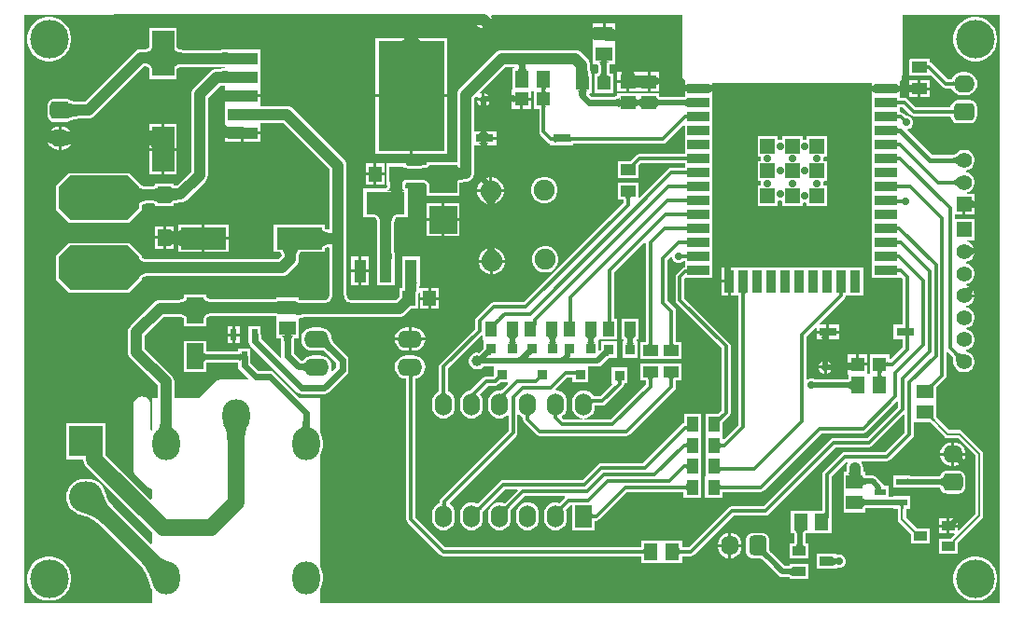
<source format=gtl>
G04*
G04 #@! TF.GenerationSoftware,Altium Limited,Altium Designer,21.0.8 (223)*
G04*
G04 Layer_Physical_Order=1*
G04 Layer_Color=255*
%FSTAX25Y25*%
%MOIN*%
G70*
G04*
G04 #@! TF.SameCoordinates,ACC495E8-7B1D-45BE-8A89-05A210FF911E*
G04*
G04*
G04 #@! TF.FilePolarity,Positive*
G04*
G01*
G75*
%ADD10C,0.00787*%
%ADD19R,0.05236X0.05236*%
%ADD20R,0.07874X0.03543*%
%ADD21R,0.03543X0.07874*%
%ADD22R,0.06102X0.09252*%
%ADD23R,0.02362X0.03937*%
%ADD24R,0.09843X0.09843*%
G04:AMPARAMS|DCode=25|XSize=287.4mil|YSize=157.48mil|CornerRadius=0mil|HoleSize=0mil|Usage=FLASHONLY|Rotation=180.000|XOffset=0mil|YOffset=0mil|HoleType=Round|Shape=Octagon|*
%AMOCTAGOND25*
4,1,8,-0.14370,0.03937,-0.14370,-0.03937,-0.10433,-0.07874,0.10433,-0.07874,0.14370,-0.03937,0.14370,0.03937,0.10433,0.07874,-0.10433,0.07874,-0.14370,0.03937,0.0*
%
%ADD25OCTAGOND25*%

%ADD26R,0.16142X0.07874*%
%ADD27R,0.04724X0.05906*%
%ADD28R,0.05906X0.05118*%
%ADD29R,0.04724X0.05118*%
%ADD30R,0.05118X0.05906*%
%ADD31R,0.05000X0.05000*%
%ADD32R,0.06299X0.03150*%
%ADD33R,0.07874X0.16142*%
%ADD34R,0.23622X0.39370*%
%ADD35R,0.10827X0.04213*%
%ADD36R,0.04331X0.08465*%
%ADD37R,0.04331X0.08465*%
%ADD38R,0.13780X0.08465*%
%ADD39R,0.04724X0.05512*%
%ADD40O,0.08858X0.06299*%
%ADD41R,0.04134X0.05315*%
%ADD42R,0.03543X0.03740*%
%ADD43R,0.03543X0.03740*%
%ADD44R,0.05315X0.04134*%
%ADD45R,0.03937X0.02362*%
%ADD46R,0.04724X0.03347*%
%ADD47R,0.05512X0.04724*%
%ADD94C,0.01181*%
%ADD95C,0.01968*%
%ADD96C,0.03937*%
%ADD97C,0.05906*%
%ADD98C,0.02362*%
%ADD99C,0.01575*%
%ADD100C,0.02756*%
%ADD101O,0.12000X0.11000*%
%ADD102R,0.12000X0.11000*%
%ADD103C,0.05512*%
%ADD104R,0.05512X0.05512*%
%ADD105C,0.07500*%
%ADD106O,0.09843X0.11811*%
G04:AMPARAMS|DCode=107|XSize=70.87mil|YSize=62.99mil|CornerRadius=15.75mil|HoleSize=0mil|Usage=FLASHONLY|Rotation=270.000|XOffset=0mil|YOffset=0mil|HoleType=Round|Shape=RoundedRectangle|*
%AMROUNDEDRECTD107*
21,1,0.07087,0.03150,0,0,270.0*
21,1,0.03937,0.06299,0,0,270.0*
1,1,0.03150,-0.01575,-0.01968*
1,1,0.03150,-0.01575,0.01968*
1,1,0.03150,0.01575,0.01968*
1,1,0.03150,0.01575,-0.01968*
%
%ADD107ROUNDEDRECTD107*%
%ADD108O,0.06299X0.07087*%
%ADD109O,0.07500X0.06200*%
G04:AMPARAMS|DCode=110|XSize=62mil|YSize=75mil|CornerRadius=15.5mil|HoleSize=0mil|Usage=FLASHONLY|Rotation=90.000|XOffset=0mil|YOffset=0mil|HoleType=Round|Shape=RoundedRectangle|*
%AMROUNDEDRECTD110*
21,1,0.06200,0.04400,0,0,90.0*
21,1,0.03100,0.07500,0,0,90.0*
1,1,0.03100,0.02200,0.01550*
1,1,0.03100,0.02200,-0.01550*
1,1,0.03100,-0.02200,-0.01550*
1,1,0.03100,-0.02200,0.01550*
%
%ADD110ROUNDEDRECTD110*%
%ADD111O,0.07087X0.06299*%
G04:AMPARAMS|DCode=112|XSize=70.87mil|YSize=62.99mil|CornerRadius=15.75mil|HoleSize=0mil|Usage=FLASHONLY|Rotation=180.000|XOffset=0mil|YOffset=0mil|HoleType=Round|Shape=RoundedRectangle|*
%AMROUNDEDRECTD112*
21,1,0.07087,0.03150,0,0,180.0*
21,1,0.03937,0.06299,0,0,180.0*
1,1,0.03150,-0.01968,0.01575*
1,1,0.03150,0.01968,0.01575*
1,1,0.03150,0.01968,-0.01575*
1,1,0.03150,-0.01968,-0.01575*
%
%ADD112ROUNDEDRECTD112*%
%ADD113O,0.06000X0.08000*%
%ADD114R,0.06000X0.08000*%
%ADD115C,0.03937*%
%ADD116C,0.13780*%
G36*
X0451337Y0122679D02*
X02085D01*
Y012762D01*
X0208997Y012855D01*
X0209336Y0129666D01*
X020945Y0130827D01*
Y0132795D01*
X0209336Y0133956D01*
X0208997Y0135072D01*
X02085Y0136002D01*
Y0175494D01*
X0208997Y0176424D01*
X0209336Y017754D01*
X020945Y0178701D01*
Y0180669D01*
X0209336Y018183D01*
X0208997Y0182946D01*
X02085Y0183876D01*
Y0196185D01*
X0201145D01*
X0192072Y0205258D01*
X0191351Y020574D01*
X01905Y0205909D01*
X01905Y0205909D01*
X0186421D01*
X0183724Y0208606D01*
Y0210748D01*
X0183681Y0210963D01*
Y0213717D01*
X0180445D01*
X0180439Y0213718D01*
X0180418Y0213717D01*
X0180369D01*
X0180331Y0213724D01*
X0180293Y0213717D01*
X0179319D01*
Y0212865D01*
X0179299Y0212857D01*
X0179152Y0212818D01*
X0178944Y0212784D01*
X0178802Y0212771D01*
X0168568D01*
X0168423Y0212784D01*
X0168213Y0212819D01*
X0168065Y0212858D01*
X0168051Y0212864D01*
Y0216543D01*
X0159949D01*
Y0205291D01*
X0168051D01*
Y0208632D01*
X0168065Y0208638D01*
X0168213Y0208677D01*
X0168423Y0208712D01*
X0168568Y0208725D01*
X0178802D01*
X0178944Y0208713D01*
X0179152Y0208678D01*
X0179276Y0208645D01*
Y0207685D01*
X0179276Y0207685D01*
X0179446Y0206834D01*
X0179928Y0206113D01*
X0182899Y0203141D01*
X0182708Y0202679D01*
X0173D01*
X0172225Y0202577D01*
X0171503Y0202278D01*
X0170883Y0201802D01*
X0165266Y0196185D01*
X0156494D01*
Y0201922D01*
X0156392Y0202697D01*
X0156217Y020312D01*
X0156093Y0203419D01*
X0155617Y0204039D01*
X0145994Y0213662D01*
Y0218445D01*
X015274Y0225191D01*
X015724D01*
X0157715Y0225178D01*
X0158316Y0225126D01*
X015882Y0225042D01*
X0159224Y0224933D01*
X0159523Y0224811D01*
X0159722Y022469D01*
X0159836Y0224585D01*
X0159896Y0224495D01*
X0159932Y0224394D01*
X0159949Y0224235D01*
Y0221827D01*
X0168051D01*
Y0224475D01*
X0168068Y0224634D01*
X0168104Y0224736D01*
X0168164Y0224826D01*
X0168278Y0224931D01*
X0168477Y0225052D01*
X0168776Y0225174D01*
X016918Y0225282D01*
X0169684Y0225366D01*
X0170284Y0225419D01*
X017076Y0225431D01*
X0190483D01*
X0191499Y0225415D01*
X0192549Y0225349D01*
X0192924Y0225304D01*
X0193047Y0225282D01*
X0193047Y0224504D01*
X0193047Y0224366D01*
Y0217386D01*
X0194592D01*
X019461Y0217357D01*
X0194661Y021723D01*
X0194715Y0217031D01*
X0194759Y0216762D01*
X0194776Y0216571D01*
Y0211185D01*
X0194776Y0211185D01*
X0194881Y0210656D01*
X019442Y021041D01*
X0187464Y0217366D01*
Y0218622D01*
X0187421Y0218837D01*
Y022159D01*
X0183059D01*
Y0218837D01*
X0183016Y0218622D01*
Y0216445D01*
X0183016Y0216445D01*
X0183059Y021623D01*
Y0215653D01*
X0183174D01*
X0183186Y0215594D01*
X0183668Y0214872D01*
X0200428Y0198113D01*
X0200428Y0198113D01*
X0201149Y0197631D01*
X0202Y0197461D01*
X0210116D01*
X0210116Y0197461D01*
X0210967Y0197631D01*
X0211689Y0198113D01*
X0218073Y0204496D01*
X0218073Y0204496D01*
X0218555Y0205218D01*
X0218724Y0206069D01*
X0218724Y0206069D01*
Y0209685D01*
X0218724Y0209685D01*
X0218555Y0210536D01*
X0218073Y0211258D01*
X0218073Y0211258D01*
X0213622Y0215708D01*
X0213513Y0215838D01*
X0213331Y0216085D01*
X0213172Y0216334D01*
X0213035Y0216585D01*
X0212919Y0216839D01*
X0212824Y0217096D01*
X0212748Y0217358D01*
X0212692Y0217626D01*
X021265Y0217937D01*
X0212624Y0218013D01*
X021259Y0218268D01*
X0212172Y0219278D01*
X0211507Y0220145D01*
X021064Y022081D01*
X020963Y0221228D01*
X0208547Y022137D01*
X0205988D01*
X0204905Y0221228D01*
X0203895Y022081D01*
X0203029Y0220145D01*
X0202363Y0219278D01*
X0201945Y0218268D01*
X0201803Y0217185D01*
X0201945Y0216102D01*
X0202363Y0215092D01*
X0203029Y0214226D01*
X0203895Y021356D01*
X0204905Y0213142D01*
X0205988Y0213D01*
X0208547D01*
X020963Y0213142D01*
X0209689Y0213166D01*
X020993Y0213007D01*
X0210529Y0212511D01*
X0214276Y0208764D01*
Y020699D01*
X021295Y0205663D01*
X0212526Y0205947D01*
X021259Y0206102D01*
X0212733Y0207185D01*
X021259Y0208268D01*
X0212172Y0209278D01*
X0211507Y0210145D01*
X021064Y021081D01*
X020963Y0211228D01*
X0208547Y021137D01*
X0205988D01*
X0204905Y0211228D01*
X0203895Y021081D01*
X0203029Y0210145D01*
X0202614Y0209605D01*
X0202422Y0209561D01*
X0202156Y0209522D01*
X0201831Y0209499D01*
X0199223Y0212106D01*
Y0216571D01*
X019924Y0216762D01*
X0199285Y0217031D01*
X0199338Y021723D01*
X019939Y0217357D01*
X0199408Y0217386D01*
X0200952D01*
Y0224366D01*
X0200952Y0224504D01*
X0201234Y0224888D01*
X020362Y0224941D01*
X0215D01*
X0215Y0224941D01*
X0236873D01*
X0237648Y0225043D01*
X023837Y0225342D01*
X023899Y0225818D01*
X0241115Y0227942D01*
X0243605D01*
Y0233216D01*
X0243892Y023391D01*
X0244361Y0233798D01*
Y0232199D01*
X0247223D01*
Y0235454D01*
X0244496D01*
X0244426Y0235472D01*
X0244084Y0235748D01*
X0244152Y0236248D01*
X024422D01*
Y0237222D01*
X0244228Y023726D01*
X024422Y0237298D01*
Y0237382D01*
X0244221Y0237384D01*
X024422Y0237384D01*
Y0246713D01*
X023789D01*
Y0237298D01*
X0237882Y023726D01*
X0237887Y0237234D01*
X0237883Y0237209D01*
X023789Y0237084D01*
Y0236248D01*
X023789D01*
X0237889Y0235749D01*
X0237609Y0235454D01*
X023688D01*
Y0232177D01*
X0235633Y0230929D01*
X0220818D01*
X0220273Y0230958D01*
X0219739Y0231052D01*
X0219303Y0231197D01*
X0218956Y0231385D01*
X0218677Y0231612D01*
X021845Y0231891D01*
X0218262Y0232239D01*
X0218117Y0232674D01*
X0218023Y0233208D01*
X0217994Y0233753D01*
Y0253185D01*
X0217994Y0253186D01*
X0217994Y0253186D01*
Y0279185D01*
X0217892Y027996D01*
X0217593Y0280682D01*
X0217117Y0281302D01*
X019881Y0299609D01*
X019819Y0300085D01*
X0197468Y0300384D01*
X0196693Y0300486D01*
X0189489D01*
X0187742Y03005D01*
X0187313Y0300517D01*
Y0300579D01*
X0187313Y0300598D01*
Y0301079D01*
X0187313Y0301098D01*
Y0303685D01*
X01809D01*
X0175499D01*
Y0302091D01*
X0175477Y0302088D01*
X0175413Y0302086D01*
X0174487Y0302083D01*
Y0301098D01*
X0174487Y0301079D01*
Y0300598D01*
X0174487Y0300579D01*
Y0294406D01*
X0174487Y0294386D01*
Y0293905D01*
X0174487Y0293886D01*
Y0291299D01*
X01809D01*
X0187313D01*
Y0293886D01*
X0187313Y0293905D01*
Y0294386D01*
X0187313Y029441D01*
X0190066Y0294498D01*
X0195453D01*
X0212006Y0277945D01*
Y0256682D01*
X0211506Y0256299D01*
X021133Y0256329D01*
X0210927Y0256436D01*
X0210628Y0256558D01*
X0210431Y0256678D01*
X0210319Y0256781D01*
X021026Y0256868D01*
X0210225Y0256966D01*
X0210199Y0257218D01*
X0210197Y0257224D01*
Y0258122D01*
X0209223D01*
X0209185Y025813D01*
X0209147Y0258122D01*
X0209098D01*
X0209077Y0258124D01*
X0209071Y0258122D01*
X0192055D01*
Y0248248D01*
X0194332D01*
X0194417Y0248238D01*
X0194448Y0248226D01*
X0194489Y0248196D01*
X019456Y0248111D01*
X0194655Y0247939D01*
X0194756Y0247669D01*
X0194846Y0247299D01*
X0194916Y0246836D01*
X0194916Y0246835D01*
X019376Y0245679D01*
X0147577D01*
X0147102Y0245692D01*
X01465Y0245744D01*
X0145995Y0245828D01*
X0145591Y0245936D01*
X014529Y0246058D01*
X0145092Y0246178D01*
X0144978Y0246282D01*
X0144919Y024637D01*
X0144884Y0246469D01*
X014487Y0246602D01*
Y0247122D01*
X0140433Y0251559D01*
X0118567D01*
X011413Y0247122D01*
Y0238248D01*
X0118567Y0233811D01*
X0140433D01*
X014487Y0238248D01*
Y0238768D01*
X0144884Y0238901D01*
X0144919Y0239D01*
X0144978Y0239088D01*
X0145092Y0239192D01*
X014529Y0239312D01*
X0145591Y0239434D01*
X0145995Y0239542D01*
X01465Y0239626D01*
X0147102Y0239679D01*
X0147577Y0239691D01*
X0195D01*
X0195775Y0239793D01*
X0196497Y0240092D01*
X0197117Y0240568D01*
X0200081Y0243532D01*
X0200557Y0244152D01*
X0200856Y0244874D01*
X0200958Y0245649D01*
Y0245889D01*
X0200967Y0246284D01*
X0201011Y0246836D01*
X0201081Y0247299D01*
X0201172Y0247669D01*
X0201272Y0247939D01*
X0201367Y0248111D01*
X0201439Y0248196D01*
X0201479Y0248226D01*
X0201511Y0248238D01*
X0201596Y0248248D01*
X0209071D01*
X0209078Y0248246D01*
X0209099Y0248248D01*
X0209147D01*
X0209185Y024824D01*
X0209223Y0248248D01*
X0210197D01*
Y0249147D01*
X0210199Y0249153D01*
X0210225Y0249405D01*
X021026Y0249503D01*
X0210319Y0249591D01*
X0210432Y0249695D01*
X0210629Y0249815D01*
X0210928Y0249936D01*
X021133Y0250044D01*
X0211506Y0250073D01*
X0212006Y0249691D01*
Y0233753D01*
X0211977Y0233208D01*
X0211883Y0232674D01*
X0211738Y0232239D01*
X021155Y0231891D01*
X0211323Y0231612D01*
X0211044Y0231385D01*
X0210697Y0231197D01*
X0210261Y0231052D01*
X0209727Y0230958D01*
X0209182Y0230929D01*
X0203693D01*
X0202521Y0230964D01*
X0201989Y0231013D01*
X0201542Y0231078D01*
X0201197Y0231155D01*
X0200963Y0231233D01*
X0200952Y0231238D01*
Y0231985D01*
X0199979D01*
X019994Y0231992D01*
X0199902Y0231985D01*
X0194097D01*
X0194059Y0231992D01*
X0194034Y0231987D01*
X0194009Y0231991D01*
X0193984Y0231985D01*
X0193047D01*
Y023157D01*
X0192952Y0231553D01*
X0190842Y023142D01*
X0170718D01*
X0170278Y023143D01*
X0169669Y0231475D01*
X0169154Y0231548D01*
X0168738Y0231643D01*
X0168428Y0231751D01*
X0168225Y0231856D01*
X0168121Y0231939D01*
X0168085Y0231984D01*
X0168073Y0232012D01*
X0168051Y0232191D01*
Y0233079D01*
X0167079D01*
X0167041Y0233086D01*
X0167002Y0233079D01*
X0161076D01*
X0161071Y023308D01*
X0161052Y0233079D01*
X0160998D01*
X0160959Y0233086D01*
X0160921Y0233079D01*
X0159949D01*
Y0232182D01*
X0159947Y0232176D01*
X0159921Y0231936D01*
X0159889Y0231848D01*
X0159834Y0231767D01*
X0159723Y0231667D01*
X0159525Y023155D01*
X0159225Y023143D01*
X0158821Y0231324D01*
X0158316Y0231243D01*
X0157715Y0231191D01*
X0157246Y0231179D01*
X01515D01*
X0150725Y0231077D01*
X0150003Y0230778D01*
X0149383Y0230302D01*
X0140883Y0221802D01*
X0140407Y0221182D01*
X0140108Y022046D01*
X0140006Y0219685D01*
Y0212422D01*
X0140108Y0211647D01*
X0140407Y0210925D01*
X0140883Y0210305D01*
X0150506Y0200682D01*
Y0196185D01*
X01485D01*
Y0184379D01*
X0148494Y0184374D01*
X0147994Y0184618D01*
Y0193685D01*
X0147892Y019446D01*
X0147593Y0195182D01*
X0147117Y0195802D01*
X0146497Y0196278D01*
X0145775Y0196577D01*
X0145Y0196679D01*
X0144225Y0196577D01*
X0143503Y0196278D01*
X0142883Y0195802D01*
X0142407Y0195182D01*
X0142108Y019446D01*
X0142006Y0193685D01*
Y0170685D01*
X0142108Y016991D01*
X0142407Y0169188D01*
X0142883Y0168568D01*
X0147383Y0164068D01*
X0148003Y0163592D01*
X01485Y0163386D01*
Y0159977D01*
X0148038Y0159785D01*
X0132034Y0175789D01*
Y0178138D01*
X0132034Y0178138D01*
X0132Y0178397D01*
Y0187185D01*
X0118D01*
Y0174185D01*
X012357D01*
X012406Y0174138D01*
X0124196Y0173106D01*
X0124594Y0172144D01*
X0125228Y0171319D01*
X01485Y0148047D01*
Y0144032D01*
X0148038Y014384D01*
X013527Y0156609D01*
X0135131Y0156753D01*
X0134555Y0157405D01*
X013353Y0158741D01*
X013311Y0159385D01*
X0132734Y0160038D01*
X0132408Y0160688D01*
X0132132Y0161335D01*
X0131906Y016198D01*
X0131718Y0162658D01*
X0131705Y0162684D01*
X0131702Y0162712D01*
X0131651Y0162801D01*
X0131534Y0163184D01*
X0130931Y0164314D01*
X0130118Y0165304D01*
X0129129Y0166116D01*
X0127999Y0166719D01*
X0126774Y0167091D01*
X01255Y0167217D01*
X01245D01*
X0123226Y0167091D01*
X0122001Y0166719D01*
X0120871Y0166116D01*
X0119882Y0165304D01*
X0119069Y0164314D01*
X0118466Y0163184D01*
X0118094Y0161959D01*
X0117969Y0160685D01*
X0118094Y0159411D01*
X0118466Y0158186D01*
X0119069Y0157056D01*
X0119882Y0156067D01*
X0120871Y0155254D01*
X0122001Y0154651D01*
X0122325Y0154552D01*
X0122346Y0154536D01*
X0122446Y0154509D01*
X0122539Y0154464D01*
X0123143Y0154304D01*
X0123226Y0154279D01*
X0123246Y0154277D01*
X0123489Y0154213D01*
X0125271Y0153605D01*
X0126079Y0153258D01*
X0126859Y0152873D01*
X0127599Y0152454D01*
X0128301Y0152001D01*
X0128966Y0151514D01*
X0129593Y0150994D01*
X0129852Y015075D01*
X0144033Y0136569D01*
X014429Y0136295D01*
X0144818Y0135657D01*
X0145312Y0134979D01*
X0145773Y0134261D01*
X0146199Y0133502D01*
X0146593Y01327D01*
X0146947Y0131868D01*
X0147572Y0130028D01*
X0147663Y0129683D01*
X0147664Y0129666D01*
X0147685Y0129598D01*
X0147831Y0129045D01*
X0147889Y0128926D01*
X0148003Y012855D01*
X01485Y012762D01*
Y0122679D01*
X0102994D01*
Y0333226D01*
X0264117D01*
X0264405Y0332726D01*
X0264234Y0332429D01*
X0264061Y0331784D01*
X0269939D01*
X0269766Y0332429D01*
X0269595Y0332726D01*
X0269883Y0333226D01*
X033797D01*
Y0311685D01*
X0338072Y031091D01*
X0338372Y0310188D01*
X0338573Y0309925D01*
X0338811Y0309524D01*
Y0308029D01*
X0338859Y0308032D01*
X0339114Y0308069D01*
X0339331Y0308116D01*
X0339508Y0308174D01*
X0339646Y0308243D01*
X0339744Y0308322D01*
X0339803Y0308411D01*
X0339823Y0308512D01*
X0339827Y0307252D01*
X0347673D01*
Y0308512D01*
X0347693Y0308364D01*
X0347752Y0308232D01*
X034785Y0308116D01*
X0347988Y0308015D01*
X0348165Y030793D01*
X0348382Y030786D01*
X0348638Y0307806D01*
X0348685Y03078D01*
Y0308691D01*
X040574D01*
Y0307801D01*
X0405788Y0307806D01*
X0406043Y030786D01*
X040626Y030793D01*
X0406437Y0308015D01*
X0406575Y0308116D01*
X0406673Y0308232D01*
X0406733Y0308364D01*
X0406752Y0308512D01*
Y0307252D01*
X0414602D01*
Y0307654D01*
X0414547Y0307691D01*
X0414602Y0307694D01*
Y0308512D01*
X0414622Y0308356D01*
X0414681Y0308216D01*
X0414779Y0308093D01*
X0414917Y0307986D01*
X0415094Y0307896D01*
X0415311Y0307822D01*
X0415372Y0307808D01*
X0415551Y0307868D01*
X0415614Y0307902D01*
Y0309089D01*
X0415643Y030956D01*
X0415653Y0309568D01*
X0416128Y0310188D01*
X0416428Y031091D01*
X041653Y0311685D01*
Y0333226D01*
X0451337D01*
X0451337Y0122679D01*
D02*
G37*
G36*
X0186341Y0299563D02*
X0186459Y0299541D01*
X0186656Y0299522D01*
X0187719Y0299481D01*
X0190238Y0299461D01*
Y0295524D01*
X0186301Y0295398D01*
Y0299586D01*
X0186341Y0299563D01*
D02*
G37*
G36*
X0202425Y0254684D02*
X0202567Y0254617D01*
X0202732Y0254558D01*
X0202923Y0254507D01*
X0203137Y0254464D01*
X0203641Y0254401D01*
X0203929Y0254382D01*
X020458Y0254366D01*
Y0252004D01*
X0204242Y0252D01*
X0203377Y0251941D01*
X0203137Y0251906D01*
X0202732Y0251812D01*
X0202567Y0251753D01*
X0202425Y0251686D01*
X0202309Y0251611D01*
Y0254759D01*
X0202425Y0254684D01*
D02*
G37*
G36*
X0209224Y0256739D02*
X0209342Y0256406D01*
X0209539Y0256113D01*
X0209815Y0255859D01*
X0210169Y0255644D01*
X0210602Y0255468D01*
X0211114Y0255331D01*
X0211704Y0255233D01*
X0212374Y0255174D01*
X0213122Y0255155D01*
Y0251218D01*
X0212374Y0251198D01*
X0211704Y025114D01*
X0211114Y0251042D01*
X0210602Y0250905D01*
X0210169Y0250729D01*
X0209815Y0250513D01*
X0209539Y0250259D01*
X0209342Y0249965D01*
X0209224Y0249632D01*
X0209185Y024926D01*
Y025711D01*
X0209224Y0256739D01*
D02*
G37*
G36*
X0201263Y0249236D02*
X0200984Y0249127D01*
X0200737Y0248946D01*
X0200524Y0248692D01*
X0200343Y0248366D01*
X0200195Y0247968D01*
X020008Y0247497D01*
X0199998Y0246953D01*
X0199949Y0246337D01*
X0199932Y0245649D01*
X0195995D01*
X0195979Y0246337D01*
X019593Y0246953D01*
X0195847Y0247497D01*
X0195732Y0247968D01*
X0195584Y0248366D01*
X0195404Y0248692D01*
X019519Y0248946D01*
X0194944Y0249127D01*
X0194665Y0249236D01*
X0194352Y0249272D01*
X0201575D01*
X0201263Y0249236D01*
D02*
G37*
G36*
X0143883Y0246241D02*
X0144002Y0245908D01*
X0144199Y0245614D01*
X0144476Y0245359D01*
X0144832Y0245144D01*
X0145266Y0244967D01*
X014578Y024483D01*
X0146373Y0244732D01*
X0147044Y0244673D01*
X0147795Y0244654D01*
Y0240717D01*
X0147044Y0240697D01*
X0146373Y0240638D01*
X014578Y024054D01*
X0145266Y0240403D01*
X0144832Y0240227D01*
X0144476Y0240011D01*
X0144199Y0239756D01*
X0144002Y0239462D01*
X0143883Y0239129D01*
X0143844Y0238756D01*
Y0246614D01*
X0143883Y0246241D01*
D02*
G37*
G36*
X0243163Y0237234D02*
X0243122Y0237157D01*
X0243086Y0237028D01*
X0243055Y0236848D01*
X0243028Y0236616D01*
X0242978Y0235612D01*
X0242969Y0234685D01*
X023924D01*
X0241199Y0232727D01*
X0241091Y0232711D01*
X0240984Y0232687D01*
X0240878Y0232654D01*
X0240773Y0232612D01*
X0240668Y0232561D01*
X0240565Y0232502D01*
X0240462Y0232433D01*
X024036Y0232356D01*
X024026Y023227D01*
X024016Y0232175D01*
X023849Y0233845D01*
X0238585Y0233945D01*
X0238671Y0234046D01*
X0238748Y0234147D01*
X0238816Y023425D01*
X0238876Y0234353D01*
X0238927Y0234457D01*
X0238969Y0234563D01*
X0239002Y0234669D01*
X0239026Y0234776D01*
X0239027Y023478D01*
X0238902Y023726D01*
X0243209D01*
X0243163Y0237234D01*
D02*
G37*
G36*
X0217008Y0233092D02*
X0217126Y0232423D01*
X0217323Y0231833D01*
X0217598Y0231321D01*
X0217953Y0230888D01*
X0218386Y0230534D01*
X0218898Y0230258D01*
X0219488Y0230061D01*
X0220158Y0229943D01*
X0220905Y0229904D01*
X0220905Y0229904D01*
D01*
D01*
X0218937Y0225967D01*
X0215D01*
X0209095Y0229904D01*
X0209095Y0229904D01*
X0209095D01*
X0209095Y0229904D01*
X0209842Y0229943D01*
X0210512Y0230061D01*
X0211102Y0230258D01*
X0211614Y0230534D01*
X0212047Y0230888D01*
X0212126Y0230984D01*
X0212402Y0231321D01*
X0212677Y0231833D01*
X0212874Y0232423D01*
X0212992Y0233092D01*
X0212996Y0233171D01*
X0213032Y023384D01*
X0213032D01*
Y0233841D01*
X0216968D01*
X0217008Y0233092D01*
D02*
G37*
G36*
X019998Y0230769D02*
X0200098Y0230588D01*
X0200295Y0230427D01*
X020057Y0230288D01*
X0200925Y0230171D01*
X0201358Y0230075D01*
X020187Y023D01*
X020246Y0229946D01*
X0203877Y0229904D01*
Y0225967D01*
X019994Y0225879D01*
Y0230973D01*
X019998Y0230769D01*
D02*
G37*
G36*
X0194059Y0225879D02*
X019402Y0225988D01*
X0193901Y0226087D01*
X0193705Y0226173D01*
X0193429Y0226249D01*
X0193075Y0226312D01*
X0192642Y0226364D01*
X0191539Y0226434D01*
X0190122Y0226457D01*
Y0230394D01*
X019087Y02304D01*
X0193075Y0230539D01*
X0193429Y0230602D01*
X0193705Y0230678D01*
X0193901Y0230764D01*
X019402Y0230863D01*
X0194059Y0230973D01*
Y0225879D01*
D02*
G37*
G36*
X0167078Y0231749D02*
X0167197Y0231465D01*
X0167394Y0231214D01*
X0167669Y0230996D01*
X0168023Y0230812D01*
X0168456Y0230662D01*
X0168968Y0230545D01*
X0169559Y0230461D01*
X0170228Y0230411D01*
X0170976Y0230394D01*
Y0226457D01*
X0170226Y0226437D01*
X0169555Y0226378D01*
X0168964Y022628D01*
X016845Y0226142D01*
X0168016Y0225965D01*
X016766Y0225748D01*
X0167384Y0225493D01*
X0167186Y0225197D01*
X0167067Y0224863D01*
X0167027Y0224488D01*
X0167039Y0232067D01*
X0167078Y0231749D01*
D02*
G37*
G36*
X0160973Y0224248D02*
X0160933Y0224622D01*
X0160814Y0224957D01*
X0160616Y0225252D01*
X0160339Y0225508D01*
X0159984Y0225724D01*
X015955Y0225902D01*
X0159037Y0226039D01*
X0158444Y0226138D01*
X0157774Y0226197D01*
X0157024Y0226217D01*
Y0230153D01*
X0157772Y0230173D01*
X0158441Y023023D01*
X0159032Y0230326D01*
X0159544Y023046D01*
X0159977Y0230632D01*
X0160331Y0230842D01*
X0160607Y0231091D01*
X0160803Y0231378D01*
X0160922Y0231703D01*
X0160961Y0232067D01*
X0160973Y0224248D01*
D02*
G37*
G36*
X0199137Y0218386D02*
X0198937Y0218315D01*
X0198759Y0218197D01*
X0198606Y021803D01*
X0198476Y0217817D01*
X019837Y0217555D01*
X0198287Y0217247D01*
X0198228Y0216891D01*
X0198193Y0216487D01*
X0198181Y0216036D01*
X0195819D01*
X0195807Y0216487D01*
X0195771Y0216891D01*
X0195712Y0217247D01*
X019563Y0217555D01*
X0195523Y0217817D01*
X0195393Y021803D01*
X019524Y0218197D01*
X0195063Y0218315D01*
X0194862Y0218386D01*
X0194638Y021841D01*
X0199362D01*
X0199137Y0218386D01*
D02*
G37*
G36*
X0211686Y0217452D02*
X0211758Y0217111D01*
X0211855Y0216777D01*
X0211977Y0216449D01*
X0212123Y0216128D01*
X0212294Y0215815D01*
X021249Y0215508D01*
X0212711Y0215208D01*
X0212957Y0214914D01*
X0213227Y0214628D01*
X0211743Y0212772D01*
X021131Y0213188D01*
X0210537Y0213828D01*
X0210196Y0214053D01*
X0209886Y0214214D01*
X0209605Y0214312D01*
X0209355Y0214346D01*
X0209136Y0214317D01*
X0208946Y0214224D01*
X0208787Y0214068D01*
X0211639Y02178D01*
X0211686Y0217452D01*
D02*
G37*
G36*
X0180331Y0208791D02*
X0180311Y0208976D01*
X0180252Y0209141D01*
X0180154Y0209287D01*
X0180016Y0209414D01*
X0179839Y0209521D01*
X0179622Y0209608D01*
X0179366Y0209676D01*
X0179071Y0209725D01*
X0178736Y0209754D01*
X0178362Y0209764D01*
Y0211732D01*
X0178736Y0211742D01*
X0179071Y0211771D01*
X0179366Y021182D01*
X0179622Y0211888D01*
X0179839Y0211975D01*
X0180016Y0212082D01*
X0180154Y0212209D01*
X0180252Y0212354D01*
X0180311Y021252D01*
X0180331Y0212704D01*
Y0208791D01*
D02*
G37*
G36*
X0167047Y0212529D02*
X0167106Y0212362D01*
X0167205Y0212215D01*
X0167344Y0212087D01*
X0167522Y0211978D01*
X016774Y021189D01*
X0167998Y0211821D01*
X0168295Y0211772D01*
X0168631Y0211742D01*
X0169008Y0211732D01*
Y0209764D01*
X0168631Y0209754D01*
X0168295Y0209724D01*
X0167998Y0209675D01*
X016774Y0209606D01*
X0167522Y0209518D01*
X0167344Y0209409D01*
X0167205Y0209281D01*
X0167106Y0209134D01*
X0167047Y0208966D01*
X0167027Y020878D01*
Y0212717D01*
X0167047Y0212529D01*
D02*
G37*
G36*
X0203451Y020535D02*
X020343Y0205488D01*
X0203357Y0205612D01*
X0203234Y0205722D01*
X0203058Y0205817D01*
X0202831Y0205897D01*
X0202553Y0205963D01*
X0202223Y0206014D01*
X0201842Y020605D01*
X0200925Y0206079D01*
Y0208441D01*
X0201424Y0208449D01*
X0202266Y0208507D01*
X0202609Y0208558D01*
X02029Y0208624D01*
X0203139Y0208704D01*
X0203326Y0208799D01*
X0203461Y0208908D01*
X0203544Y0209032D01*
X0203574Y0209171D01*
X0203451Y020535D01*
D02*
G37*
G36*
X0204693Y0187259D02*
X0204787Y0186355D01*
X0204869Y0185987D01*
X0204975Y0185676D01*
X0205104Y0185422D01*
X0205257Y0185224D01*
X0205433Y0185082D01*
X0205633Y0184997D01*
X0205856Y0184969D01*
X0201144D01*
X0201367Y0184997D01*
X0201567Y0185082D01*
X0201743Y0185224D01*
X0201896Y0185422D01*
X0202025Y0185676D01*
X0202131Y0185987D01*
X0202213Y0186355D01*
X0202272Y0186779D01*
X0202307Y0187259D01*
X0202319Y0187797D01*
X0204681D01*
X0204693Y0187259D01*
D02*
G37*
G36*
X0155488Y0188061D02*
X0155645Y0186303D01*
X0155782Y0185589D01*
X0155958Y0184984D01*
X0156174Y018449D01*
X0156429Y0184105D01*
X0156722Y0183831D01*
X0157056Y0183666D01*
X0157428Y0183611D01*
X0149572D01*
X0149944Y0183666D01*
X0150277Y0183831D01*
X0150571Y0184105D01*
X0150826Y018449D01*
X0151042Y0184984D01*
X0151218Y0185589D01*
X0151355Y0186303D01*
X0151453Y0187127D01*
X0151512Y0188061D01*
X0151532Y0189105D01*
X0155468D01*
X0155488Y0188061D01*
D02*
G37*
G36*
X0182615Y0185968D02*
X0182371Y0185412D01*
X0182156Y0184797D01*
X0181969Y0184125D01*
X0181811Y0183393D01*
X0181582Y0181756D01*
X018151Y0180849D01*
X0181453Y0178861D01*
X0175547D01*
X0175533Y0179884D01*
X0175318Y0182604D01*
X0175189Y0183393D01*
X0174844Y0184797D01*
X0174629Y0185412D01*
X0174385Y0185968D01*
X0174112Y0186465D01*
X0182888D01*
X0182615Y0185968D01*
D02*
G37*
G36*
X0130932Y0161675D02*
X0131182Y0160966D01*
X0131483Y0160259D01*
X0131835Y0159555D01*
X0132241Y0158852D01*
X0132698Y0158151D01*
X0133768Y0156756D01*
X0134381Y0156062D01*
X0135046Y015537D01*
X0130904Y015116D01*
X0130268Y0151758D01*
X0129593Y0152319D01*
X0128879Y0152841D01*
X0128127Y0153327D01*
X0127336Y0153774D01*
X0126506Y0154185D01*
X0125637Y0154557D01*
X0123784Y015519D01*
X0122799Y0155449D01*
X0130736Y0162386D01*
X0130932Y0161675D01*
D02*
G37*
G36*
X014931Y0141127D02*
X0151386Y0139364D01*
X015204Y0138898D01*
X015329Y0138147D01*
X0153886Y0137864D01*
X0154464Y0137641D01*
X0155022Y0137479D01*
X0148817Y0129305D01*
X0148549Y0130322D01*
X01479Y0132232D01*
X014752Y0133125D01*
X0147102Y0133976D01*
X0146647Y0134787D01*
X0146154Y0135556D01*
X0145624Y0136283D01*
X0145056Y0136969D01*
X014445Y0137614D01*
X0148579Y0141837D01*
X014931Y0141127D01*
D02*
G37*
%LPC*%
G36*
X0269939Y0330784D02*
X02675D01*
Y0328344D01*
X0268146Y0328517D01*
X0268823Y0328908D01*
X0269375Y0329461D01*
X0269766Y0330138D01*
X0269939Y0330784D01*
D02*
G37*
G36*
X02665D02*
X0264061D01*
X0264234Y0330138D01*
X0264625Y0329461D01*
X0265177Y0328908D01*
X0265854Y0328517D01*
X02665Y0328344D01*
Y0330784D01*
D02*
G37*
G36*
X0313953Y0329984D02*
X03105D01*
Y0326925D01*
X0312941D01*
Y0328244D01*
X0312965Y032816D01*
X0313037Y0328085D01*
X0313158Y0328019D01*
X0313327Y0327962D01*
X0313544Y0327913D01*
X0313808Y0327873D01*
X0313953Y0327862D01*
Y0329984D01*
D02*
G37*
G36*
X03095D02*
X0306048D01*
Y0328536D01*
X0306075Y0328538D01*
X030643Y0328602D01*
X0306705Y0328677D01*
X0306902Y0328764D01*
X030702Y0328862D01*
X030706Y0328972D01*
Y0326925D01*
X03095D01*
Y0329984D01*
D02*
G37*
G36*
X0312941Y0325925D02*
X031D01*
X030706D01*
Y0323878D01*
X030702Y0323988D01*
X0306902Y0324086D01*
X0306705Y0324173D01*
X030643Y0324248D01*
X0306075Y0324312D01*
X0306048Y0324315D01*
Y0323004D01*
X0306048Y0322866D01*
Y0322504D01*
X0306048Y0322366D01*
Y0315386D01*
X0307723D01*
X0307728Y0315371D01*
X0307768Y0315224D01*
X0307803Y0315014D01*
X0307816Y0314868D01*
Y0312761D01*
X0307803Y0312616D01*
X0307768Y0312406D01*
X0307728Y0312258D01*
X0307723Y0312244D01*
X0306476D01*
Y0305126D01*
X0313201D01*
Y0312244D01*
X0311954D01*
X0311949Y0312258D01*
X0311909Y0312406D01*
X0311875Y0312616D01*
X0311862Y0312761D01*
Y0314868D01*
X0311875Y0315014D01*
X0311909Y0315224D01*
X0311949Y0315371D01*
X0311954Y0315386D01*
X0313953D01*
Y0322366D01*
X0313953Y0322504D01*
Y0322866D01*
X0313953Y0323004D01*
Y0323873D01*
X0312941Y0323878D01*
Y0325925D01*
D02*
G37*
G36*
X0443297Y0332299D02*
X0441743D01*
X0440218Y0331996D01*
X0438783Y0331401D01*
X043749Y0330538D01*
X0436391Y0329439D01*
X0435528Y0328147D01*
X0434933Y0326711D01*
X043463Y0325186D01*
Y0323632D01*
X0434933Y0322108D01*
X0435528Y0320672D01*
X0436391Y031938D01*
X043749Y0318281D01*
X0438783Y0317418D01*
X0440218Y0316823D01*
X0441743Y031652D01*
X0443297D01*
X0444821Y0316823D01*
X0446257Y0317418D01*
X0447549Y0318281D01*
X0448648Y031938D01*
X0449511Y0320672D01*
X0450106Y0322108D01*
X045041Y0323632D01*
Y0325186D01*
X0450106Y0326711D01*
X0449511Y0328147D01*
X0448648Y0329439D01*
X0447549Y0330538D01*
X0446257Y0331401D01*
X0444821Y0331996D01*
X0443297Y0332299D01*
D02*
G37*
G36*
X0112588D02*
X0111034D01*
X010951Y0331996D01*
X0108074Y0331401D01*
X0106782Y0330538D01*
X0105683Y0329439D01*
X0104819Y0328147D01*
X0104225Y0326711D01*
X0103921Y0325186D01*
Y0323632D01*
X0104225Y0322108D01*
X0104819Y0320672D01*
X0105683Y031938D01*
X0106782Y0318281D01*
X0108074Y0317418D01*
X010951Y0316823D01*
X0111034Y031652D01*
X0112588D01*
X0114112Y0316823D01*
X0115548Y0317418D01*
X0116841Y0318281D01*
X0117939Y031938D01*
X0118803Y0320672D01*
X0119398Y0322108D01*
X0119701Y0323632D01*
Y0325186D01*
X0119398Y0326711D01*
X0118803Y0328147D01*
X0117939Y0329439D01*
X0116841Y0330538D01*
X0115548Y0331401D01*
X0114112Y0331996D01*
X0112588Y0332299D01*
D02*
G37*
G36*
X0329743Y0312585D02*
X0326487D01*
Y0309723D01*
X0328718D01*
Y0311269D01*
X0328736Y031112D01*
X032879Y0310987D01*
X0328879Y0310869D01*
X0329004Y0310767D01*
X0329164Y0310681D01*
X032936Y031061D01*
X0329591Y0310555D01*
X0329743Y0310533D01*
Y0312585D01*
D02*
G37*
G36*
X0316339D02*
X0314731D01*
Y0309723D01*
X0317987D01*
Y0311573D01*
X0315743D01*
X0315893Y0311612D01*
X0316027Y0311731D01*
X0316145Y0311927D01*
X0316248Y0312203D01*
X0316334Y0312557D01*
X0316339Y0312585D01*
D02*
G37*
G36*
X0426158Y0309728D02*
X0423D01*
Y0307161D01*
X0426158D01*
Y0309728D01*
D02*
G37*
G36*
X0422D02*
X0418843D01*
Y0308347D01*
X0418976Y0308183D01*
X0419193Y0308006D01*
X0419343Y0307925D01*
X0419371Y0307937D01*
X041955Y0308045D01*
X0419688Y0308173D01*
X0419787Y0308321D01*
X0419847Y0308488D01*
X0419867Y0308675D01*
Y0307748D01*
X0420079Y0307711D01*
X0420453Y0307691D01*
X0419867Y03073D01*
Y0307161D01*
X0422D01*
Y0309728D01*
D02*
G37*
G36*
X0328718Y0308723D02*
X0326487D01*
Y0305861D01*
X0329743D01*
Y0308467D01*
X0329591Y0308445D01*
X032936Y030839D01*
X0329164Y0308319D01*
X0329004Y0308233D01*
X0328879Y0308131D01*
X032879Y0308013D01*
X0328736Y030788D01*
X0328718Y0307731D01*
Y0308723D01*
D02*
G37*
G36*
X0325487Y0312585D02*
X0320655D01*
X0320659Y0312557D01*
X0320743Y0312203D01*
X0320842Y0311927D01*
X0320956Y0311731D01*
X0321086Y0311612D01*
X0321231Y0311573D01*
X0318987D01*
Y0309223D01*
Y0305861D01*
X0325487D01*
Y0309223D01*
Y0312585D01*
D02*
G37*
G36*
X0317987Y0308723D02*
X0314731D01*
Y0305861D01*
X0317987D01*
Y0308723D01*
D02*
G37*
G36*
X0422Y0306161D02*
X0419867D01*
Y0304738D01*
X0419847Y0304925D01*
X0419787Y0305093D01*
X0419688Y030524D01*
X041955Y0305368D01*
X0419371Y0305476D01*
X0419153Y0305565D01*
X0418896Y0305634D01*
X0418843Y0305643D01*
Y0303594D01*
X0422D01*
Y0306161D01*
D02*
G37*
G36*
X0254004Y032487D02*
X0243639D01*
X0243654Y0324833D01*
X024387Y0324478D01*
X0244126Y0324201D01*
X0244422Y0324004D01*
X0244756Y0323886D01*
X024513Y0323846D01*
X0241693D01*
Y0304685D01*
X0254004D01*
Y032487D01*
D02*
G37*
G36*
X0157437Y0328382D02*
X0147563D01*
Y0321788D01*
X0147561Y0321781D01*
X0147534Y0321526D01*
X0147499Y0321425D01*
X0147439Y0321336D01*
X0147326Y0321231D01*
X0147129Y0321111D01*
X0146831Y0320989D01*
X0146429Y0320881D01*
X0145926Y0320797D01*
X0145328Y0320744D01*
X0144853Y0320731D01*
X0144552D01*
X0143777Y0320629D01*
X0143055Y032033D01*
X0142435Y0319854D01*
X0124551Y0301971D01*
X0122776D01*
X012255Y0301974D01*
X0121978Y0302001D01*
X0120938Y030211D01*
X0120515Y0302186D01*
X0120132Y0302278D01*
X0119801Y0302381D01*
X0119524Y0302494D01*
X0119301Y030261D01*
X0119073Y0302763D01*
X0119053Y0302771D01*
X0119015Y03028D01*
X0118927Y0302837D01*
X0118895Y0302858D01*
X0118857Y0302866D01*
X0118389Y030306D01*
X0117717Y0303148D01*
X0113779D01*
X0113107Y030306D01*
X0112481Y03028D01*
X0111943Y0302388D01*
X011153Y030185D01*
X0111271Y0301223D01*
X0111182Y0300551D01*
Y0297402D01*
X0111271Y0296729D01*
X011153Y0296103D01*
X0111943Y0295565D01*
X0112481Y0295152D01*
X0113107Y0294893D01*
X0113779Y0294805D01*
X0117717D01*
X0118389Y0294893D01*
X0118857Y0295087D01*
X0118895Y0295094D01*
X0118927Y0295116D01*
X0119015Y0295152D01*
X0119053Y0295182D01*
X0119073Y029519D01*
X0119301Y0295343D01*
X0119524Y0295459D01*
X0119801Y0295571D01*
X0120132Y0295675D01*
X0120515Y0295767D01*
X0120928Y0295841D01*
X0122568Y0295979D01*
X0122776Y0295982D01*
X0125791D01*
X0126566Y0296084D01*
X0127288Y0296383D01*
X0127909Y0296859D01*
X0145743Y0314694D01*
X0145926Y0314678D01*
X0146429Y0314594D01*
X0146831Y0314486D01*
X0147129Y0314364D01*
X0147326Y0314244D01*
X0147439Y0314139D01*
X0147499Y031405D01*
X0147534Y0313948D01*
X0147561Y0313694D01*
X0147563Y0313687D01*
Y031024D01*
X0157437D01*
Y0313622D01*
X0157454Y0313781D01*
X015749Y0313882D01*
X0157549Y0313971D01*
X0157663Y0314076D01*
X0157861Y0314197D01*
X0158161Y0314319D01*
X0158564Y0314428D01*
X0159069Y0314511D01*
X015967Y0314564D01*
X0160146Y0314577D01*
X0172312D01*
X0174057Y0314563D01*
X0174487Y0314546D01*
Y0314484D01*
X0174487Y0314465D01*
Y0313984D01*
X0174487Y0313959D01*
X0171858Y0313872D01*
X0171693D01*
X0170918Y031377D01*
X0170196Y0313471D01*
X0169576Y0312995D01*
X0163383Y0306802D01*
X0162907Y0306182D01*
X0162608Y030546D01*
X0162506Y0304685D01*
Y0276925D01*
X0157528Y0271948D01*
X0157128Y0271984D01*
X0156752Y0272038D01*
X0156467Y0272101D01*
X0156362Y0272136D01*
Y0272815D01*
X0155388D01*
X015535Y0272823D01*
X0155312Y0272815D01*
X0150688D01*
X015065Y0272823D01*
X0150612Y0272815D01*
X0149638D01*
Y027202D01*
X0149603Y0272001D01*
X0149375Y027192D01*
X0149035Y0271838D01*
X0148604Y0271771D01*
X0147416Y0271684D01*
X0147352Y0271683D01*
X0146947Y0271692D01*
X0146199Y0271746D01*
X0145553Y0271835D01*
X0145014Y0271952D01*
X014487Y0271999D01*
Y0272122D01*
X0140433Y0276559D01*
X0118567D01*
X011413Y0272122D01*
Y0263248D01*
X0118567Y0258811D01*
X0140433D01*
X014487Y0263248D01*
Y0265037D01*
X0144878Y0265069D01*
X0144907Y0265119D01*
X014499Y02652D01*
X014517Y0265311D01*
X0145468Y0265431D01*
X0145885Y026554D01*
X0146416Y0265625D01*
X0147055Y0265678D01*
X0147452Y0265688D01*
X014864Y0265628D01*
X0149094Y0265579D01*
X014946Y0265518D01*
X0149638Y0265474D01*
Y026491D01*
X0150612D01*
X015065Y0264902D01*
X0150688Y026491D01*
X0155312D01*
X015535Y0264902D01*
X0155388Y026491D01*
X0156362D01*
Y0265668D01*
X0156498Y0265718D01*
X0156775Y0265787D01*
X015713Y0265845D01*
X0158139Y0265922D01*
X0158367Y0265926D01*
X0158735D01*
X015951Y0266028D01*
X0160232Y0266327D01*
X0160852Y0266803D01*
X0167617Y0273568D01*
X0168093Y0274188D01*
X0168392Y027491D01*
X0168494Y0275685D01*
Y0303445D01*
X0172929Y030788D01*
X0174104Y030787D01*
X0174487Y0307854D01*
Y0307791D01*
X0174487Y0307772D01*
Y0307291D01*
X0174487Y0307272D01*
Y0306064D01*
X0175413Y0306123D01*
X0175477Y0306152D01*
X0175499Y0306184D01*
Y0304685D01*
X01809D01*
X0187313D01*
Y0307272D01*
X0187313Y0307291D01*
Y0307772D01*
X0187313Y0307791D01*
Y0313965D01*
X0187313Y0313984D01*
Y0314465D01*
X0187313Y0314484D01*
Y0320677D01*
X0175537D01*
X0175499Y0320685D01*
X0175482Y0320682D01*
X0175466Y0320684D01*
X0175245Y0320677D01*
X0174487D01*
Y0320653D01*
X0171734Y0320565D01*
X0160146D01*
X015967Y0320578D01*
X0159069Y032063D01*
X0158564Y0320714D01*
X0158161Y0320823D01*
X0157861Y0320945D01*
X0157663Y0321066D01*
X0157549Y032117D01*
X015749Y032126D01*
X0157454Y0321361D01*
X0157437Y032152D01*
Y0328382D01*
D02*
G37*
G36*
X0238748Y032487D02*
X0228382D01*
Y0304685D01*
X0240693D01*
Y0323846D01*
X0237256D01*
X023763Y0323886D01*
X0237965Y0324004D01*
X023826Y0324201D01*
X0238516Y0324478D01*
X0238733Y0324833D01*
X0238748Y032487D01*
D02*
G37*
G36*
X0426158Y0317406D02*
X0418843D01*
Y0311272D01*
X0426158D01*
Y0311396D01*
X0426619Y0311587D01*
X0430853Y0307353D01*
X0431379Y0307002D01*
X0432Y0306878D01*
X0433921D01*
X0434006Y0306872D01*
X0434092Y030686D01*
X0434095Y030685D01*
X0434105Y030682D01*
X043411Y0306815D01*
X0434269Y0306432D01*
X0434926Y0305576D01*
X0435782Y0304919D01*
X043678Y0304505D01*
X043785Y0304365D01*
X043915D01*
X044022Y0304505D01*
X0441218Y0304919D01*
X0442074Y0305576D01*
X0442731Y0306432D01*
X0443145Y030743D01*
X0443285Y03085D01*
X0443145Y030957D01*
X0442731Y0310568D01*
X0442074Y0311424D01*
X0441218Y0312081D01*
X044022Y0312494D01*
X043915Y0312635D01*
X043785D01*
X043678Y0312494D01*
X0435782Y0312081D01*
X0434926Y0311424D01*
X0434269Y0310568D01*
X043411Y0310185D01*
X0434105Y031018D01*
X0434095Y031015D01*
X0434092Y031014D01*
X0434006Y0310128D01*
X0433921Y0310122D01*
X0432672D01*
X0427147Y0315647D01*
X0426621Y0315998D01*
X0426158Y031609D01*
Y0317406D01*
D02*
G37*
G36*
Y0306161D02*
X0423D01*
Y0303594D01*
X0426158D01*
Y0306161D01*
D02*
G37*
G36*
X0267429Y0305123D02*
Y0303256D01*
X0269296D01*
X0268945Y0304103D01*
X0268276Y0304772D01*
X0267429Y0305123D01*
D02*
G37*
G36*
X0280063Y03025D02*
X0278087D01*
Y0301217D01*
X0278067Y0301403D01*
X0278008Y0301571D01*
X0277909Y0301718D01*
X027777Y0301847D01*
X0277592Y0301955D01*
X0277374Y0302043D01*
X0277117Y0302112D01*
X0277063Y0302121D01*
Y02995D01*
X0280063D01*
Y03025D01*
D02*
G37*
G36*
X0269296Y0302256D02*
X0267429D01*
Y0300389D01*
X0268276Y030074D01*
X0268945Y0301409D01*
X0269296Y0302256D01*
D02*
G37*
G36*
X0266429D02*
X0264562D01*
X0264913Y0301409D01*
X0265582Y030074D01*
X0266429Y0300389D01*
Y0302256D01*
D02*
G37*
G36*
X0284063Y03025D02*
X0281063D01*
Y02995D01*
X0284063D01*
Y03025D01*
D02*
G37*
G36*
X0299694Y0320494D02*
X02735D01*
X0272725Y0320392D01*
X0272003Y0320093D01*
X0271383Y0319617D01*
X0258383Y0306617D01*
X0257907Y0305997D01*
X0257608Y0305275D01*
X0257506Y03045D01*
Y028039D01*
X0247629D01*
X0247591Y0280397D01*
X0247553Y028039D01*
X0246579D01*
Y0279543D01*
X0246518Y0279508D01*
X0246296Y0279422D01*
X0245961Y0279336D01*
X0245536Y0279264D01*
X0244353Y0279171D01*
X0244009Y0279166D01*
X0241469D01*
X0241327Y0279167D01*
X0240116Y0279227D01*
X023966Y0279275D01*
X0239293Y0279334D01*
X023912Y0279376D01*
Y0279928D01*
X0238146D01*
X0238108Y0279935D01*
X023807Y0279928D01*
X0232395D01*
Y0273467D01*
X0232388Y0273429D01*
X0232388Y0273429D01*
X0232388Y0273428D01*
X0232395Y027339D01*
Y0272416D01*
X0232395Y0272416D01*
X023264Y0271916D01*
X0232622Y0271847D01*
X02325Y0271548D01*
X0232379Y0271349D01*
X0232274Y0271235D01*
X0232184Y0271175D01*
X0232082Y0271139D01*
X0231923Y0271122D01*
X022411D01*
Y0260658D01*
X022795D01*
X0227956Y0260655D01*
X0228211Y0260629D01*
X0228312Y0260593D01*
X0228401Y0260533D01*
X0228506Y0260421D01*
X0228627Y0260223D01*
X0228749Y0259925D01*
X0228857Y0259524D01*
X0228941Y0259021D01*
X0228993Y0258422D01*
X0229006Y0257948D01*
Y0248486D01*
X0229005Y0248239D01*
X0228957Y0246713D01*
X0228835D01*
Y0245739D01*
X0228827Y0245701D01*
X0228833Y0245672D01*
X0228829Y0245642D01*
X0228835Y024562D01*
Y0236248D01*
X0235165D01*
Y0245662D01*
X0235173Y0245701D01*
X0235168Y0245724D01*
X0235172Y0245748D01*
X0235165Y0245886D01*
Y0246713D01*
X0235126D01*
X0234994Y0249533D01*
Y0257948D01*
X0235007Y0258422D01*
X0235059Y0259021D01*
X0235143Y0259524D01*
X0235251Y0259925D01*
X0235373Y0260223D01*
X0235494Y0260421D01*
X0235598Y0260533D01*
X0235688Y0260593D01*
X0235789Y0260629D01*
X0236044Y0260655D01*
X023605Y0260658D01*
X023989D01*
Y0270073D01*
X0239897Y0270112D01*
X023989Y027015D01*
Y0271122D01*
X0239163D01*
X0239087Y0271358D01*
X0239018Y027168D01*
X0238968Y027225D01*
X023912Y0272416D01*
X023912D01*
Y0272967D01*
X0239293Y0273009D01*
X023964Y0273065D01*
X0241335Y0273176D01*
X0241469Y0273178D01*
X0243869D01*
X0244344Y0273165D01*
X0244942Y0273112D01*
X0245445Y0273028D01*
X0245847Y027292D01*
X0246145Y0272798D01*
X0246342Y0272678D01*
X0246455Y0272573D01*
X0246514Y0272484D01*
X024655Y0272382D01*
X0246577Y0272128D01*
X0246579Y0272122D01*
Y0268547D01*
X0258421D01*
Y0273084D01*
X0258477Y0273108D01*
X0258702Y027317D01*
X0258998Y0273224D01*
X0259873Y0273298D01*
X0260061Y0273301D01*
X026039D01*
X0261165Y0273403D01*
X0261887Y0273702D01*
X0262288Y027401D01*
X0262323Y027403D01*
X0262351Y0274059D01*
X0262507Y0274178D01*
X0262617Y0274288D01*
X0262737Y0274444D01*
X0262875Y0274583D01*
X0262973Y0274753D01*
X0263093Y0274908D01*
X0263168Y027509D01*
X0263266Y027526D01*
X0263317Y0275449D01*
X0263392Y0275631D01*
X0263418Y0275825D01*
X0263469Y0276015D01*
Y0276211D01*
X0263494Y0276406D01*
Y0286402D01*
X0265935D01*
X0265927Y0286449D01*
X0265858Y0286705D01*
X026577Y0286922D01*
X0265661Y0287099D01*
X0265533Y0287236D01*
X0265386Y0287335D01*
X0265218Y0287394D01*
X0265032Y0287414D01*
X0266823D01*
Y0288976D01*
Y0290527D01*
X0265032D01*
X0265218Y0290547D01*
X0265386Y0290606D01*
X0265533Y0290705D01*
X0265661Y0290844D01*
X026577Y0291022D01*
X0265858Y029124D01*
X0265927Y0291498D01*
X0265936Y0291551D01*
X0263494D01*
Y030326D01*
X0264397Y0304162D01*
X0264821Y0303879D01*
X0264562Y0303256D01*
X0266429D01*
Y0305123D01*
X0265806Y0304865D01*
X0265523Y0305289D01*
X027474Y0314506D01*
X0277756D01*
X0277828Y031435D01*
X0277571Y0313953D01*
X0277201D01*
Y03065D01*
X0277063D01*
Y0304249D01*
X0277117Y0304258D01*
X0277374Y0304327D01*
X0277592Y0304415D01*
X027777Y0304524D01*
X0277909Y0304652D01*
X0278008Y0304799D01*
X0278067Y0304966D01*
X0278087Y0305153D01*
Y03035D01*
X0284063D01*
Y0305654D01*
X0284098Y0305708D01*
X0284744Y0305806D01*
X0284937Y0305654D01*
Y02995D01*
X0286816D01*
Y0291248D01*
X0286939Y0290627D01*
X0287291Y0290101D01*
X0289866Y0287526D01*
X0290392Y0287174D01*
X0290732Y0287107D01*
Y0286402D01*
X0299031D01*
Y0287063D01*
X0331D01*
X0331621Y0287187D01*
X0332147Y0287538D01*
X0338311Y0293703D01*
X0338811Y0293495D01*
Y028898D01*
Y0283307D01*
X03225D01*
X0321879Y0283183D01*
X0321353Y0282832D01*
X0319576Y0281055D01*
X0319483Y0280973D01*
X0319338Y0280859D01*
X0319219Y0280778D01*
X0319173Y0280752D01*
X0318963D01*
X0318938Y0280758D01*
X0318896Y0280752D01*
X0318859D01*
X0318818Y0280757D01*
X0318798Y0280752D01*
X0314843D01*
Y0274618D01*
X0322158D01*
Y0278582D01*
X0322164Y0278606D01*
X0322158Y0278649D01*
Y0279006D01*
X032242Y0279312D01*
X0323172Y0280063D01*
X0338811D01*
Y0278374D01*
X0334067D01*
X0333446Y027825D01*
X033292Y0277899D01*
X0322619Y0267598D01*
X0322158Y0267789D01*
Y0273075D01*
X0314843D01*
Y0266941D01*
X0316878D01*
Y0265857D01*
X0281328Y0230307D01*
X02705D01*
X0269879Y0230183D01*
X0269353Y0229832D01*
X0264353Y0224832D01*
X0264002Y0224306D01*
X0263878Y0223685D01*
Y0220857D01*
X0251519Y0208497D01*
X0251167Y0207971D01*
X0251044Y020735D01*
Y0198627D01*
X0251037Y0198541D01*
X0251025Y0198453D01*
X0250648Y0198297D01*
X0249813Y0197656D01*
X0249171Y019682D01*
X0248768Y0195847D01*
X0248631Y0194803D01*
Y0192803D01*
X0248768Y0191759D01*
X0249171Y0190786D01*
X0249813Y018995D01*
X0250648Y0189309D01*
X0251621Y0188906D01*
X0252665Y0188769D01*
X025371Y0188906D01*
X0254683Y0189309D01*
X0255518Y018995D01*
X0256159Y0190786D01*
X0256562Y0191759D01*
X02567Y0192803D01*
Y0194803D01*
X0256562Y0195847D01*
X0256159Y019682D01*
X0255518Y0197656D01*
X0254683Y0198297D01*
X0254306Y0198453D01*
X0254293Y0198541D01*
X0254287Y0198627D01*
Y0206679D01*
X0266132Y0218524D01*
X0266595Y0218333D01*
Y0217028D01*
X0266632D01*
X0266988Y0216681D01*
Y0213971D01*
X0266976Y0213951D01*
X0266806Y0213706D01*
X0266324Y0213137D01*
X0265406Y021222D01*
X0265091Y0212304D01*
X0264309D01*
X0263554Y0212102D01*
X0262877Y0211711D01*
X0262325Y0211158D01*
X0261934Y0210482D01*
X0261731Y0209727D01*
Y0208945D01*
X0261934Y020819D01*
X0262325Y0207513D01*
X0262877Y020696D01*
X0263554Y020657D01*
X0264309Y0206367D01*
X0265091D01*
X0265846Y020657D01*
X0266523Y020696D01*
X0266875Y0207313D01*
X0270728D01*
Y0204134D01*
X0270449Y0203807D01*
X0268D01*
X0267379Y0203683D01*
X0266853Y0203332D01*
X0262441Y0198919D01*
X0262359Y0198797D01*
X0261621Y01987D01*
X0260648Y0198297D01*
X0259812Y0197656D01*
X0259171Y019682D01*
X0258768Y0195847D01*
X0258631Y0194803D01*
Y0192803D01*
X0258768Y0191759D01*
X0259171Y0190786D01*
X0259812Y018995D01*
X0260648Y0189309D01*
X0261621Y0188906D01*
X0262665Y0188769D01*
X026371Y0188906D01*
X0264683Y0189309D01*
X0265518Y018995D01*
X0266159Y0190786D01*
X0266562Y0191759D01*
X02667Y0192803D01*
Y0194803D01*
X0266562Y0195847D01*
X0266159Y019682D01*
X0265625Y0197517D01*
X0268672Y0200563D01*
X0271126D01*
X0271747Y0200687D01*
X0272273Y0201038D01*
X0272729Y0201494D01*
X0272956Y0201689D01*
X0275557D01*
X0275748Y0201227D01*
X0273501Y0198979D01*
X0273427Y0198915D01*
X0273305Y0198821D01*
X0273218Y0198765D01*
X0272665Y0198838D01*
X0271621Y01987D01*
X0270648Y0198297D01*
X0269812Y0197656D01*
X0269171Y019682D01*
X0268768Y0195847D01*
X0268631Y0194803D01*
Y0192803D01*
X0268768Y0191759D01*
X0269171Y0190786D01*
X0269812Y018995D01*
X0270648Y0189309D01*
X0271621Y0188906D01*
X0272665Y0188769D01*
X027371Y0188906D01*
X0274683Y0189309D01*
X0275368Y0189835D01*
X0275868Y0189633D01*
Y0184357D01*
X0251681Y016017D01*
X025133Y0159644D01*
X0251206Y0159023D01*
Y0158647D01*
X02512Y0158562D01*
X0251194Y0158523D01*
X0250648Y0158297D01*
X0249813Y0157656D01*
X0249171Y015682D01*
X0248768Y0155847D01*
X0248631Y0154803D01*
Y0152803D01*
X0248768Y0151759D01*
X0249171Y0150786D01*
X0249813Y014995D01*
X0250648Y0149309D01*
X0251621Y0148906D01*
X0252665Y0148769D01*
X025371Y0148906D01*
X0254683Y0149309D01*
X0255518Y014995D01*
X0256159Y0150786D01*
X0256562Y0151759D01*
X02567Y0152803D01*
Y0154803D01*
X0256562Y0155847D01*
X0256159Y015682D01*
X0255518Y0157656D01*
X025492Y0158115D01*
X0254833Y0158735D01*
X0278637Y0182538D01*
X0278988Y0183064D01*
X0279112Y0183685D01*
Y0190042D01*
X0279612Y0190212D01*
X0279813Y018995D01*
X0280648Y0189309D01*
X0281025Y0189153D01*
X0281037Y0189065D01*
X0281044Y0188979D01*
Y018852D01*
X0281167Y0187899D01*
X0281519Y0187373D01*
X0285853Y0183038D01*
X0286379Y0182687D01*
X0287Y0182563D01*
X0318D01*
X0318621Y0182687D01*
X0319147Y0183038D01*
X0335147Y0199038D01*
X0335498Y0199564D01*
X0335622Y0200185D01*
Y0202279D01*
X0337657D01*
Y0208413D01*
X0330343D01*
Y0208413D01*
X0330157D01*
Y0208413D01*
X0322843D01*
Y0202279D01*
X0324878D01*
Y0200857D01*
X0312328Y0188307D01*
X0302988D01*
X0302955Y0188807D01*
X030371Y0188906D01*
X0304683Y0189309D01*
X0305518Y018995D01*
X0306159Y0190786D01*
X0306562Y0191759D01*
X03067Y0192803D01*
Y019335D01*
X0309287D01*
X0309907Y0193474D01*
X0310434Y0193825D01*
X0316647Y0200038D01*
X0316998Y0200564D01*
X0317122Y0201185D01*
Y0201315D01*
X0318272D01*
Y0207055D01*
X0312728D01*
Y0201315D01*
X0312728D01*
X0312907Y0200885D01*
X0308615Y0196593D01*
X0306449D01*
X0306366Y01966D01*
X0306243Y0196617D01*
X0306159Y019682D01*
X0305518Y0197656D01*
X0304683Y0198297D01*
X030371Y01987D01*
X0302665Y0198838D01*
X0301621Y01987D01*
X0300648Y0198297D01*
X0299813Y0197656D01*
X0299171Y019682D01*
X0298768Y0195847D01*
X0298631Y0194803D01*
Y0192803D01*
X0298768Y0191759D01*
X0299171Y0190786D01*
X0299813Y018995D01*
X0300648Y0189309D01*
X0301621Y0188906D01*
X0302376Y0188807D01*
X0302343Y0188307D01*
X0295672D01*
X0295032Y0188947D01*
X0295075Y018961D01*
X0295518Y018995D01*
X0296159Y0190786D01*
X0296562Y0191759D01*
X02967Y0192803D01*
Y0194803D01*
X0296562Y0195847D01*
X0296159Y019682D01*
X0295518Y0197656D01*
X0294683Y0198297D01*
X029371Y01987D01*
X029294Y0198801D01*
X0292761Y0199329D01*
X0296869Y0203437D01*
X0298728D01*
Y0201689D01*
X0304272D01*
Y0207313D01*
X0307757D01*
X0308531Y0207467D01*
X0309188Y0207905D01*
X0311094Y0209811D01*
X0311449Y0210141D01*
X0311742Y0210376D01*
X0311998Y0210555D01*
X0312018Y0210567D01*
X0314531D01*
Y0216307D01*
X0308988D01*
Y0213597D01*
X0308977Y0213577D01*
X0308805Y0213332D01*
X0308512Y0212986D01*
X0308012Y0213169D01*
Y0215631D01*
X0308019Y0215669D01*
X0308012Y0215707D01*
Y0216681D01*
X0308038Y0216707D01*
X0308405Y0217027D01*
X0308594D01*
Y0217028D01*
X0314728D01*
Y0224342D01*
X0313622D01*
Y0241013D01*
X0324388Y025178D01*
X0324582Y0251742D01*
X0324878Y0251563D01*
Y0216091D01*
X0322843D01*
Y0209957D01*
X0330157D01*
Y0209957D01*
X0330343D01*
Y0209957D01*
X0337657D01*
Y0216091D01*
X0335622D01*
Y0227185D01*
X0335498Y0227806D01*
X0335147Y0228332D01*
X0332622Y0230857D01*
Y0245513D01*
X033366Y0246552D01*
X0334122Y024636D01*
Y0246212D01*
X0334484Y0245338D01*
X0335153Y0244669D01*
X0336027Y0244307D01*
X0336973D01*
X0337847Y0244669D01*
X0338241Y0245063D01*
X0338811D01*
Y0242842D01*
X0338471Y0242775D01*
X0337945Y0242423D01*
X0335929Y0240408D01*
X0335578Y0239882D01*
X0335454Y0239261D01*
Y0231109D01*
X0335578Y0230488D01*
X0335929Y0229962D01*
X0351878Y0214013D01*
Y0191518D01*
X0351023Y0190663D01*
X0350799Y0190453D01*
X0350663Y0190342D01*
X0350303D01*
X035026Y0190349D01*
X0350236Y0190342D01*
X0346272D01*
Y0183343D01*
X0346272Y0183028D01*
X0346272Y0182527D01*
Y0175528D01*
X0346272D01*
Y0175343D01*
X0346272D01*
Y0168276D01*
X034611Y0167842D01*
X034611Y0167594D01*
Y0160528D01*
X0352244D01*
Y0162563D01*
X0366D01*
X0366621Y0162687D01*
X0367147Y0163038D01*
X0387672Y0183563D01*
X04025D01*
X0403121Y0183687D01*
X0403647Y0184038D01*
X0414416Y0194808D01*
X0414878Y0194617D01*
Y0192857D01*
X0403828Y0181807D01*
X0392D01*
X0391379Y0181683D01*
X0390853Y0181332D01*
X0366828Y0157307D01*
X03555D01*
X0354879Y0157183D01*
X0354353Y0156832D01*
X0340328Y0142807D01*
X03378D01*
Y0145138D01*
X0330819D01*
X0330681Y0145138D01*
X0330319D01*
X0330181Y0145138D01*
X0323201D01*
Y0142807D01*
X0253171D01*
X0242622Y0153357D01*
Y020308D01*
X0243095Y0203142D01*
X0244105Y020356D01*
X0244971Y0204225D01*
X0245637Y0205092D01*
X0246055Y0206102D01*
X0246197Y0207185D01*
X0246055Y0208268D01*
X0245637Y0209278D01*
X0244971Y0210145D01*
X0244105Y021081D01*
X0243095Y0211228D01*
X0242012Y021137D01*
X0239453D01*
X0238369Y0211228D01*
X023736Y021081D01*
X0236493Y0210145D01*
X0235828Y0209278D01*
X023541Y0208268D01*
X0235267Y0207185D01*
X023541Y0206102D01*
X0235828Y0205092D01*
X0236493Y0204225D01*
X023736Y020356D01*
X0238369Y0203142D01*
X0239378Y0203009D01*
Y0152685D01*
X0239502Y0152064D01*
X0239853Y0151538D01*
X0251353Y0140039D01*
X0251879Y0139687D01*
X02525Y0139564D01*
X0323201D01*
Y0137233D01*
X0330181D01*
X0330319Y0137233D01*
X0330681D01*
X0330819Y0137233D01*
X03378D01*
Y0139563D01*
X0341D01*
X0341621Y0139687D01*
X0342147Y0140038D01*
X0356172Y0154063D01*
X03675D01*
X0368121Y0154187D01*
X0368647Y0154538D01*
X0392672Y0178563D01*
X04045D01*
X0405121Y0178687D01*
X0405647Y0179038D01*
X0416916Y0190308D01*
X0417378Y0190117D01*
Y0183857D01*
X0410328Y0176807D01*
X0396D01*
X0395379Y0176683D01*
X0394853Y0176332D01*
X0388353Y0169832D01*
X0388002Y0169306D01*
X0387878Y0168685D01*
Y0155638D01*
X0384319D01*
X0384181Y0155638D01*
X0383819D01*
X0383681Y0155638D01*
X03767D01*
Y0147732D01*
X03778D01*
X037781Y0147708D01*
X0377849Y0147563D01*
X0377883Y0147355D01*
X0377896Y0147212D01*
Y0144616D01*
X0377883Y014447D01*
X0377849Y0144261D01*
X0377809Y0144113D01*
X0377803Y0144098D01*
X0376217D01*
Y0138752D01*
X0382941D01*
Y0144098D01*
X0382035D01*
X0382029Y0144113D01*
X038199Y0144261D01*
X0381955Y014447D01*
X0381942Y0144616D01*
Y0147212D01*
X0381955Y0147355D01*
X038199Y0147563D01*
X0382029Y0147708D01*
X0382038Y0147732D01*
X0383681D01*
X0383819Y0147732D01*
X0384181D01*
X0384319Y0147732D01*
X0391299D01*
Y0154592D01*
X0391306Y0154632D01*
X0391299Y0154669D01*
Y0154679D01*
X0391303Y0154713D01*
X0391299Y0154726D01*
Y0155638D01*
X0391122D01*
Y0168013D01*
X0396501Y0173393D01*
X0396794Y0173357D01*
X0397019Y0172828D01*
X0396907Y0172682D01*
X0396608Y017196D01*
X0396506Y0171185D01*
Y0170893D01*
X0396495Y0170365D01*
X0396451Y0169796D01*
X0395488D01*
Y0162678D01*
X0395488D01*
Y0162315D01*
X0395488D01*
Y0155197D01*
X0403393D01*
Y015664D01*
X0403407Y0156646D01*
X0403555Y0156685D01*
X0403765Y015672D01*
X0403911Y0156733D01*
X0413371D01*
X041341Y0156731D01*
Y0156575D01*
X0414383D01*
X0414422Y0156567D01*
X041446Y0156575D01*
X0414534D01*
X0414541Y0156574D01*
X0414955Y0156319D01*
X0414957Y0156283D01*
Y0152697D01*
X0415065Y0152153D01*
X0415373Y0151692D01*
X0419584Y0147481D01*
X0419692Y0147365D01*
X0419717Y0147335D01*
Y0144012D01*
X0426441D01*
Y0149358D01*
X0421745D01*
X0421619Y0149465D01*
X0417799Y0153285D01*
Y0156345D01*
X0417808Y0156575D01*
X0419347D01*
Y0160937D01*
X0414543D01*
X0414542Y0160937D01*
X0414537Y0160937D01*
X041446D01*
X0414422Y0160945D01*
X0414383Y0160937D01*
X041341D01*
Y01608D01*
X0413074Y0160779D01*
X0411472D01*
Y0164677D01*
X0409925D01*
X0409869Y0164959D01*
X0409431Y0165616D01*
X040732Y0167727D01*
X0406663Y0168165D01*
X0405889Y0168319D01*
X0403981D01*
X0403865Y0168323D01*
X0403765Y0168332D01*
X0403555Y0168367D01*
X0403407Y0168406D01*
X0403393Y0168412D01*
Y0169796D01*
X0402567D01*
X0402494Y0170744D01*
Y0171185D01*
X0402392Y017196D01*
X0402093Y0172682D01*
X04018Y0173063D01*
X0402047Y0173563D01*
X0411D01*
X0411621Y0173687D01*
X0412147Y0174038D01*
X0420147Y0182038D01*
X0420498Y0182564D01*
X0420622Y0183185D01*
Y0187385D01*
X0426289D01*
X0426328Y0187378D01*
X0426366Y0187385D01*
X0426423D01*
X0426554Y0187275D01*
X0431649Y018218D01*
X043211Y0181872D01*
X0432654Y0181764D01*
X0436411D01*
X0442579Y0175596D01*
Y0154612D01*
X0436724Y0148757D01*
X0436262Y0148949D01*
Y0149885D01*
X0435102D01*
X0435083Y0149805D01*
Y0149597D01*
X0435139Y0149416D01*
X043525Y0149262D01*
X0434627Y0149885D01*
X04334D01*
Y0147712D01*
X0435025D01*
X0435217Y014725D01*
X0433885Y0145918D01*
X0433684Y0145618D01*
X0429559D01*
Y0140272D01*
X0436283D01*
Y0144087D01*
X0436311Y0144224D01*
Y0144325D01*
X0445005Y0153019D01*
X0445313Y015348D01*
X0445421Y0154024D01*
Y0176185D01*
X0445313Y0176729D01*
X0445005Y017719D01*
X0438005Y018419D01*
X0437544Y0184498D01*
X0437Y0184606D01*
X0433242D01*
X042859Y0189258D01*
X0428481Y0189375D01*
X0428453Y018941D01*
Y0189473D01*
X0428461Y0189511D01*
X0428453Y0189549D01*
Y0194504D01*
X0428453D01*
Y0194866D01*
X0428453D01*
Y0199263D01*
X0428461Y0199302D01*
X0428453Y019934D01*
Y0199629D01*
X0428484Y0199674D01*
X0428749Y0199987D01*
X0431828Y0203065D01*
X0432179Y0203591D01*
X0432303Y0204212D01*
Y021226D01*
X0432803Y0212467D01*
X0434361Y0210909D01*
X043441Y0210837D01*
X0434472Y0210723D01*
X0434532Y0210581D01*
X0434588Y0210409D01*
X0434636Y0210206D01*
X0434673Y0209987D01*
X0434721Y0209407D01*
X0434725Y0209079D01*
X0434744Y0208987D01*
Y0208569D01*
X0435Y0207613D01*
X0435495Y0206757D01*
X0436194Y0206058D01*
X043705Y0205563D01*
X0438005Y0205307D01*
X0438995D01*
X043995Y0205563D01*
X0440806Y0206058D01*
X0441505Y0206757D01*
X0442Y0207613D01*
X0442256Y0208569D01*
Y0209558D01*
X0442Y0210513D01*
X0441505Y0211369D01*
X0440806Y0212069D01*
X043995Y0212563D01*
X0439285Y0212741D01*
Y0213259D01*
X043995Y0213437D01*
X0440806Y0213931D01*
X0441505Y0214631D01*
X0442Y0215487D01*
X0442256Y0216442D01*
Y0217431D01*
X0442Y0218387D01*
X0441505Y0219243D01*
X0440806Y0219942D01*
X043995Y0220437D01*
X0439285Y0220615D01*
Y0221133D01*
X043995Y0221311D01*
X0440806Y0221806D01*
X0441505Y0222505D01*
X0442Y0223361D01*
X0442256Y0224317D01*
Y0225306D01*
X0442Y0226261D01*
X0441505Y0227117D01*
X0440806Y0227817D01*
X043995Y0228311D01*
X0439285Y0228489D01*
Y0229007D01*
X043995Y0229185D01*
X0440806Y022968D01*
X0441505Y0230379D01*
X0442Y0231235D01*
X0442254Y0232185D01*
X04385D01*
Y0233185D01*
X0440783D01*
X0438528Y0235441D01*
X0438788Y0235448D01*
X0439042Y0235474D01*
X0439287Y0235519D01*
X0439525Y0235583D01*
X0439756Y0235667D01*
X0439978Y0235769D01*
X0440194Y0235891D01*
X0440316Y0235974D01*
X043995Y0236185D01*
X0439285Y0236363D01*
Y0236881D01*
X043995Y0237059D01*
X0440806Y0237554D01*
X0441505Y0238253D01*
X0442Y0239109D01*
X0442256Y0240065D01*
Y0241054D01*
X0442Y0242009D01*
X0441505Y0242865D01*
X0440806Y0243565D01*
X043995Y0244059D01*
X0439285Y0244237D01*
Y0244755D01*
X043995Y0244933D01*
X0440806Y0245428D01*
X0441505Y0246127D01*
X0442Y0246983D01*
X0442175Y0247637D01*
X0442047Y024761D01*
X0441814Y0247539D01*
X0441591Y0247449D01*
X0441379Y0247338D01*
X0441177Y0247206D01*
X0440986Y0247055D01*
X0440806Y0246884D01*
X0440636Y0246692D01*
X0440522Y0247933D01*
X04385D01*
Y0248933D01*
X044043D01*
X0440283Y0250534D01*
X044049Y025037D01*
X0440703Y0250223D01*
X0440921Y0250093D01*
X0441146Y0249981D01*
X0441376Y0249886D01*
X0441612Y0249808D01*
X0441855Y0249747D01*
X0442045Y0249714D01*
X0442Y0249883D01*
X0441505Y0250739D01*
X0440806Y0251438D01*
X043995Y0251933D01*
X0439509Y0252051D01*
X0439574Y0252551D01*
X0442256D01*
Y0260063D01*
X0435122D01*
Y0261598D01*
X0438083D01*
Y0265354D01*
X0438583D01*
Y0265854D01*
X0441315D01*
Y0267323D01*
X0441334Y0267136D01*
X0441394Y0266968D01*
X0441493Y0266821D01*
X0441632Y0266693D01*
X044181Y0266585D01*
X0442028Y0266496D01*
X0442285Y0266427D01*
X0442339Y0266418D01*
Y026911D01*
X0439657D01*
X0439591Y026961D01*
X0440032Y0269728D01*
X0440889Y0270223D01*
X0441588Y0270922D01*
X0442083Y0271779D01*
X0442339Y0272734D01*
Y0273723D01*
X0442083Y0274678D01*
X0441588Y0275535D01*
X0440889Y0276234D01*
X0440032Y0276728D01*
X0439367Y0276906D01*
Y0277424D01*
X0440032Y0277602D01*
X0440889Y0278097D01*
X0441588Y0278796D01*
X0442083Y0279653D01*
X0442339Y0280608D01*
Y0281597D01*
X0442083Y0282552D01*
X0441588Y0283409D01*
X0440889Y0284108D01*
X0440032Y0284602D01*
X0439077Y0284858D01*
X0438088D01*
X0437133Y0284602D01*
X0436276Y0284108D01*
X0435983Y0283814D01*
X0435906Y0283765D01*
X0435703Y0283569D01*
X0435525Y0283416D01*
X0435352Y0283286D01*
X0435185Y0283179D01*
X0435024Y0283092D01*
X043487Y0283024D01*
X0434721Y0282973D01*
X0434575Y0282938D01*
X0434484Y0282925D01*
X0427152D01*
X0418331Y0291747D01*
X041852Y0292264D01*
X041926Y0292571D01*
X0419929Y029324D01*
X0420291Y0294114D01*
Y029506D01*
X0419929Y0295934D01*
X041926Y0296603D01*
X0418386Y0296965D01*
X0417829D01*
X0416962Y0297832D01*
X0416436Y0298183D01*
X0415815Y0298307D01*
X0415614D01*
Y030013D01*
X0416576D01*
X0419353Y0297353D01*
X0419879Y0297002D01*
X04205Y0296878D01*
X0433714D01*
X0433898Y0295955D01*
X0434461Y0295111D01*
X0435305Y0294548D01*
X04363Y029435D01*
X04407D01*
X0441695Y0294548D01*
X0442538Y0295111D01*
X0443102Y0295955D01*
X04433Y029695D01*
Y030005D01*
X0443102Y0301045D01*
X0442538Y0301888D01*
X0441695Y0302452D01*
X04407Y030265D01*
X04363D01*
X0435305Y0302452D01*
X0434461Y0301888D01*
X0433898Y0301045D01*
X0433714Y0300122D01*
X0421172D01*
X0418395Y0302899D01*
X0417869Y030325D01*
X0417248Y0303374D01*
X0415614D01*
Y0305661D01*
X0415567Y0305657D01*
X0415311Y0305606D01*
X0415094Y030554D01*
X0414917Y030546D01*
X0414779Y0305365D01*
X0414681Y0305255D01*
X0414622Y0305131D01*
X0414602Y0304992D01*
Y0306252D01*
X0406752D01*
Y0304992D01*
X0406733Y030514D01*
X0406673Y0305272D01*
X0406575Y0305388D01*
X0406437Y0305489D01*
X040626Y0305574D01*
X0406043Y0305644D01*
X0405788Y0305698D01*
X040574Y0305704D01*
Y030398D01*
Y029898D01*
Y029398D01*
Y028898D01*
Y028398D01*
Y027898D01*
Y027398D01*
Y026898D01*
Y026398D01*
Y025898D01*
Y025398D01*
Y024898D01*
Y024398D01*
Y023898D01*
X0415614D01*
Y0239124D01*
X0416076Y0239316D01*
X0416658Y0238734D01*
Y022226D01*
X041335D01*
Y021711D01*
X0416658D01*
Y0214227D01*
X0412437Y0210006D01*
X0411937Y0210213D01*
Y0211685D01*
X0404937D01*
Y0204685D01*
X0404681Y0204638D01*
X0404319D01*
X0404063Y0205032D01*
Y0207685D01*
X0398082D01*
X0398075Y0205697D01*
X0398056Y0205793D01*
X0397997Y0205879D01*
X0397898Y0205954D01*
X039776Y020602D01*
X0397583Y0206075D01*
X0397367Y020612D01*
X0397111Y0206155D01*
X0397063Y0206158D01*
Y0205081D01*
X0397063Y0204685D01*
X0397201Y0204242D01*
Y0202801D01*
X0397187Y0202795D01*
X0397039Y0202756D01*
X039683Y0202721D01*
X0396684Y0202708D01*
X038533D01*
X0384473Y0203063D01*
X0383527D01*
X0382653Y0202701D01*
X0382584Y0202632D01*
X0382122Y0202823D01*
Y0218013D01*
X0385329Y0221221D01*
X0385791Y022103D01*
Y0220185D01*
X0389441D01*
Y022226D01*
X0387021D01*
X038683Y0222722D01*
X0395859Y0231751D01*
X0396211Y0232277D01*
X039633Y0232878D01*
X0402484D01*
Y0242752D01*
X0355213D01*
Y0242269D01*
X035523Y0242225D01*
X0355339Y0242047D01*
X0355467Y0241908D01*
X0355614Y0241808D01*
X0355782Y0241748D01*
X0355968Y0241728D01*
X0355213Y0241731D01*
Y0237815D01*
Y0232878D01*
X0358091D01*
Y0186569D01*
X0352868Y0181346D01*
X0352406Y0181537D01*
X0352406Y0182843D01*
X0352406Y0183343D01*
Y0186983D01*
X0352411Y0187003D01*
X0352406Y0187044D01*
Y0187081D01*
X0352412Y0187124D01*
X0352406Y0187148D01*
Y0187358D01*
X0352432Y0187404D01*
X0352504Y0187511D01*
X0352735Y0187788D01*
X0354647Y01897D01*
X0354998Y0190226D01*
X0355122Y0190847D01*
Y0214685D01*
X0354998Y0215306D01*
X0354647Y0215832D01*
X0338698Y0231781D01*
Y023859D01*
X0339089Y023898D01*
X0348685D01*
Y024398D01*
Y024898D01*
Y025398D01*
Y025898D01*
Y026398D01*
Y026898D01*
Y027398D01*
Y027898D01*
Y028398D01*
Y028898D01*
Y029398D01*
Y029898D01*
Y030398D01*
Y0305703D01*
X0348638Y0305698D01*
X0348382Y0305644D01*
X0348165Y0305574D01*
X0347988Y0305489D01*
X034785Y0305388D01*
X0347752Y0305272D01*
X0347693Y030514D01*
X0347673Y0304992D01*
Y0306252D01*
X0339831D01*
X0339835Y0305031D01*
X0339815Y0305219D01*
X0339755Y0305386D01*
X0339655Y0305534D01*
X0339516Y0305661D01*
X0339338Y030577D01*
X033912Y0305858D01*
X0338863Y0305927D01*
X0338811Y0305936D01*
Y0303834D01*
X0338701Y0303811D01*
X0338294Y030377D01*
X033026D01*
X0330114Y0303783D01*
X0329905Y0303818D01*
X0329757Y0303857D01*
X0329743Y0303863D01*
Y0305105D01*
X0314731D01*
Y030416D01*
X0314729Y0304154D01*
X0314722Y0304094D01*
X031469Y0304074D01*
X0314565Y0304023D01*
X0314368Y030397D01*
X0314102Y0303926D01*
X0313913Y0303909D01*
X0305421D01*
X0304704Y0304626D01*
X0304911Y0305126D01*
X0305524D01*
Y0311194D01*
X0305531Y0311232D01*
X0305528Y0311246D01*
X0305531Y0311261D01*
X0305524Y0311292D01*
Y0312244D01*
X0305158D01*
X0304994Y0314451D01*
Y0315194D01*
X0304892Y0315969D01*
X0304717Y0316392D01*
X0304593Y0316691D01*
X0304117Y0317311D01*
X0301811Y0319617D01*
X0301191Y0320093D01*
X0300469Y0320392D01*
X0299694Y0320494D01*
D02*
G37*
G36*
X0116248Y0293148D02*
Y0289476D01*
X0117348D01*
Y0291889D01*
X0117646Y0291749D01*
X0117989Y0291624D01*
X0118377Y0291514D01*
X0118809Y0291418D01*
X0119586Y0291304D01*
X0119101Y0291936D01*
X0118234Y0292601D01*
X0117225Y0293019D01*
X0116248Y0293148D01*
D02*
G37*
G36*
X0271472Y0291551D02*
X0268064D01*
X0268073Y0291498D01*
X0268142Y029124D01*
X026823Y0291022D01*
X0268339Y0290844D01*
X0268466Y0290705D01*
X0268614Y0290606D01*
X0268781Y0290547D01*
X0268969Y0290527D01*
X0267823D01*
Y0289476D01*
X0271472D01*
Y0291551D01*
D02*
G37*
G36*
X0115248Y0293148D02*
X0114271Y0293019D01*
X0113262Y0292601D01*
X0112656Y0292136D01*
X0113002Y029191D01*
X0113504Y0291658D01*
X0113948Y0291519D01*
X0114334Y0291494D01*
X0114663Y0291581D01*
X0114933Y0291782D01*
X0115146Y0292096D01*
X0113848Y0289476D01*
X0115248D01*
Y0293148D01*
D02*
G37*
G36*
X0389618Y0289661D02*
X0382382D01*
Y0288623D01*
X0382079Y0288421D01*
X0381133D01*
X0380831Y0288623D01*
Y0289661D01*
X0373594D01*
Y0288623D01*
X0373292Y0288421D01*
X0372346D01*
X0372043Y0288623D01*
Y0289661D01*
X0364807D01*
Y0282425D01*
X0365845D01*
X0366047Y0282123D01*
Y0281177D01*
X0365845Y0280874D01*
X0364807D01*
Y0273638D01*
X0365845D01*
X0366047Y0273335D01*
Y0272389D01*
X0365845Y0272087D01*
X0364807D01*
Y026485D01*
X0372043D01*
Y0266377D01*
X0372346Y0266579D01*
X0373292D01*
X0373594Y0266377D01*
Y026485D01*
X0380831D01*
Y0265888D01*
X0381133Y0266091D01*
X0382079D01*
X0382382Y0265888D01*
Y026485D01*
X0389618D01*
Y0272087D01*
X038858D01*
X0388378Y0272389D01*
Y0273335D01*
X038858Y0273638D01*
X0389618D01*
Y0280874D01*
X038858D01*
X0388378Y0281177D01*
Y0282123D01*
X038858Y0282425D01*
X0389618D01*
Y0289661D01*
D02*
G37*
G36*
X0187313Y0290299D02*
X01814D01*
Y0287693D01*
X0187313D01*
Y0290299D01*
D02*
G37*
G36*
X01804D02*
X0174487D01*
Y0287693D01*
X01804D01*
Y0290299D01*
D02*
G37*
G36*
X0115248Y0288476D02*
X0113353D01*
X0112733Y0287225D01*
X0112905Y0286852D01*
X0112935Y0286643D01*
X0112823Y0286596D01*
X0112569Y0286712D01*
X0112174Y0286991D01*
X0111637Y0287433D01*
X011142Y0287632D01*
X011173Y0286884D01*
X0112395Y0286017D01*
X0113262Y0285352D01*
X0114271Y0284934D01*
X0115248Y0284805D01*
Y0288476D01*
D02*
G37*
G36*
X0271472D02*
X0267823D01*
Y0287414D01*
X0268969D01*
X0268781Y0287394D01*
X0268614Y0287335D01*
X0268466Y0287236D01*
X0268339Y0287099D01*
X026823Y0286922D01*
X0268142Y0286705D01*
X0268073Y0286449D01*
X0268065Y0286402D01*
X0271472D01*
Y0288476D01*
D02*
G37*
G36*
X0157437Y029413D02*
X0153D01*
Y0285559D01*
X0157437D01*
Y029413D01*
D02*
G37*
G36*
X0152D02*
X0147563D01*
Y0291633D01*
X0147591Y0291645D01*
X0147945Y0291861D01*
X0148221Y0292116D01*
X0148417Y0292411D01*
X0148536Y0292745D01*
X0148575Y0293118D01*
Y0285559D01*
X0152D01*
Y029413D01*
D02*
G37*
G36*
X0147563Y0286736D02*
Y0285559D01*
X0148542D01*
X0148536Y0285622D01*
X0148417Y0285957D01*
X0148221Y0286252D01*
X0147945Y0286508D01*
X0147591Y0286724D01*
X0147563Y0286736D01*
D02*
G37*
G36*
X0117348Y0288476D02*
X0116248D01*
Y0284805D01*
X0117225Y0284934D01*
X0118234Y0285352D01*
X0119101Y0286017D01*
X0119766Y0286884D01*
X0119781Y0286918D01*
X0119239Y0286802D01*
X0118735Y0286652D01*
X0118252Y0286479D01*
X011779Y0286283D01*
X0117348Y0286064D01*
Y0288476D01*
D02*
G37*
G36*
X0254004Y0303685D02*
X0241693D01*
Y02835D01*
X0254004D01*
Y0303685D01*
D02*
G37*
G36*
X0240693D02*
X0228382D01*
Y02835D01*
X0240693D01*
Y0303685D01*
D02*
G37*
G36*
X0231639Y0279928D02*
X0228777D01*
Y0276672D01*
X0231639D01*
Y0279928D01*
D02*
G37*
G36*
X0227777D02*
X0224915D01*
Y0276672D01*
X0227777D01*
Y0279928D01*
D02*
G37*
G36*
X0157437Y0284559D02*
X0153D01*
Y0275988D01*
X0157437D01*
Y0284559D01*
D02*
G37*
G36*
X0152D02*
X0147563D01*
Y0275988D01*
X0152D01*
Y0284559D01*
D02*
G37*
G36*
X0268976Y0274919D02*
X0268851D01*
X0267885Y027466D01*
X026875Y0273848D01*
X0266777Y0272772D01*
X026679Y0272798D01*
X026679Y0272832D01*
X0266776Y0272876D01*
X0266749Y0272929D01*
X0266708Y0272992D01*
X0266654Y0273064D01*
X0266506Y0273237D01*
X0266304Y0273446D01*
X0267194Y0274336D01*
X026656Y027397D01*
X0265675Y0273086D01*
X026505Y0272003D01*
X0264726Y0270795D01*
Y0270669D01*
X0268976D01*
Y0274919D01*
D02*
G37*
G36*
X0231639Y0275672D02*
X0228777D01*
Y0272416D01*
X0231639D01*
Y0275672D01*
D02*
G37*
G36*
X0227777D02*
X0224915D01*
Y0272416D01*
X0227777D01*
Y0275672D01*
D02*
G37*
G36*
X0270102Y0274919D02*
X0269976D01*
Y0270669D01*
X0274226D01*
Y0270795D01*
X0273903Y0272003D01*
X0273277Y0273086D01*
X0272393Y027397D01*
X027131Y0274596D01*
X0270102Y0274919D01*
D02*
G37*
G36*
X0289302Y0275219D02*
X0288051D01*
X0286843Y0274896D01*
X028576Y027427D01*
X0284875Y0273386D01*
X028425Y0272303D01*
X0283926Y0271095D01*
Y0269844D01*
X028425Y0268636D01*
X0284875Y0267553D01*
X028576Y0266668D01*
X0286843Y0266043D01*
X0288051Y0265719D01*
X0289302D01*
X029051Y0266043D01*
X0291593Y0266668D01*
X0292477Y0267553D01*
X0293103Y0268636D01*
X0293426Y0269844D01*
Y0271095D01*
X0293103Y0272303D01*
X0292477Y0273386D01*
X0291593Y027427D01*
X029051Y0274896D01*
X0289302Y0275219D01*
D02*
G37*
G36*
X0274226Y0269669D02*
X0269976D01*
Y0267514D01*
X027224Y0267635D01*
X027194Y0267292D01*
X0271435Y0266617D01*
X0271229Y0266284D01*
X0271056Y0265955D01*
X0270917Y0265638D01*
X027131Y0265743D01*
X0272393Y0266368D01*
X0273277Y0267253D01*
X0273903Y0268336D01*
X0274226Y0269544D01*
Y0269669D01*
D02*
G37*
G36*
X0268976D02*
X0264726D01*
Y0269544D01*
X026505Y0268336D01*
X0265675Y0267253D01*
X026656Y0266368D01*
X0267643Y0265743D01*
X0268414Y0265536D01*
X0268269Y0265833D01*
X0268082Y0266142D01*
X0267862Y0266449D01*
X0267608Y0266754D01*
X026732Y0267056D01*
X0266998Y0267355D01*
X0268976Y0267461D01*
Y0269669D01*
D02*
G37*
G36*
X0441315Y0264854D02*
X0439083D01*
Y0261598D01*
X0442339D01*
Y026429D01*
X0442285Y0264282D01*
X0442028Y0264213D01*
X044181Y0264124D01*
X0441632Y0264016D01*
X0441493Y0263888D01*
X0441394Y026374D01*
X0441334Y0263573D01*
X0441315Y0263386D01*
Y0264854D01*
D02*
G37*
G36*
X0258421Y0265823D02*
X0253D01*
Y0260402D01*
X0258421D01*
Y0265823D01*
D02*
G37*
G36*
X0252D02*
X0246579D01*
Y0260402D01*
X0252D01*
Y0265823D01*
D02*
G37*
G36*
X0156362Y0257461D02*
X01535D01*
Y0254008D01*
X0154878D01*
Y0255315D01*
X015535Y0255326D01*
Y0256449D01*
X015539Y0256233D01*
X0155508Y0256041D01*
X0155704Y025587D01*
X015598Y0255723D01*
X0156334Y0255598D01*
X0156362Y0255592D01*
Y0257461D01*
D02*
G37*
G36*
X01525D02*
X0149638D01*
Y0254008D01*
X01525D01*
Y0257461D01*
D02*
G37*
G36*
X0258421Y0259402D02*
X0253D01*
Y025398D01*
X0258421D01*
Y0259402D01*
D02*
G37*
G36*
X0252D02*
X0246579D01*
Y025398D01*
X0252D01*
Y0259402D01*
D02*
G37*
G36*
X0175945Y0258122D02*
X0167374D01*
Y0253685D01*
X0175945D01*
Y0258122D01*
D02*
G37*
G36*
X0166374D02*
X0157803D01*
Y0255753D01*
X0157831Y0255764D01*
X0158185Y0255961D01*
X0158461Y0256194D01*
X0158658Y0256464D01*
X0158776Y0256769D01*
X0158815Y025711D01*
X0158818Y025533D01*
X0159287Y0255315D01*
Y0253685D01*
X0166374D01*
Y0258122D01*
D02*
G37*
G36*
X0154878Y0253008D02*
X01535D01*
Y0249555D01*
X0156362D01*
Y025118D01*
X0156334Y0251175D01*
X015598Y0251086D01*
X0155704Y0250981D01*
X0155508Y0250859D01*
X015539Y0250721D01*
X015535Y0250567D01*
Y0251365D01*
X0154878Y0251378D01*
Y0253008D01*
D02*
G37*
G36*
X01525D02*
X0149638D01*
Y0249555D01*
X01525D01*
Y0253008D01*
D02*
G37*
G36*
X0166374Y0252685D02*
X0159287D01*
Y0251378D01*
X0158824Y0251373D01*
X0158827Y0249409D01*
X0158787Y0249783D01*
X0158668Y0250118D01*
X015847Y0250413D01*
X0158194Y0250669D01*
X0157838Y0250886D01*
X0157803Y02509D01*
Y0248248D01*
X0166374D01*
Y0252685D01*
D02*
G37*
G36*
X0175945D02*
X0167374D01*
Y0248248D01*
X0175945D01*
Y0252685D01*
D02*
G37*
G36*
X0270939Y0249702D02*
X0271084Y0249405D01*
X027127Y0249096D01*
X0271491Y0248789D01*
X0271745Y0248485D01*
X0272033Y0248183D01*
X0272355Y0247884D01*
X0270376Y0247778D01*
Y0245569D01*
X0274626D01*
Y0245695D01*
X0274303Y0246903D01*
X0273677Y0247986D01*
X0272793Y024887D01*
X027171Y0249496D01*
X0270939Y0249702D01*
D02*
G37*
G36*
X0268436Y0249601D02*
X0268043Y0249496D01*
X026696Y024887D01*
X0266075Y0247986D01*
X026545Y0246903D01*
X0265126Y0245695D01*
Y0245569D01*
X0269376D01*
Y0247724D01*
X0267112Y0247604D01*
X0267412Y0247946D01*
X0267918Y0248622D01*
X0268123Y0248954D01*
X0268297Y0249284D01*
X0268436Y0249601D01*
D02*
G37*
G36*
X022611Y0246713D02*
X0223445D01*
Y024198D01*
X022611D01*
Y0246713D01*
D02*
G37*
G36*
X0222445D02*
X0219779D01*
Y024198D01*
X0222445D01*
Y0246713D01*
D02*
G37*
G36*
X0289602Y0250419D02*
X0288351D01*
X0287143Y0250096D01*
X028606Y024947D01*
X0285175Y0248586D01*
X028455Y0247503D01*
X0284226Y0246295D01*
Y0245044D01*
X028455Y0243836D01*
X0285175Y0242753D01*
X028606Y0241868D01*
X0287143Y0241243D01*
X0288351Y0240919D01*
X0289602D01*
X029081Y0241243D01*
X0291893Y0241868D01*
X0292777Y0242753D01*
X0293403Y0243836D01*
X0293726Y0245044D01*
Y0246295D01*
X0293403Y0247503D01*
X0292777Y0248586D01*
X0291893Y024947D01*
X029081Y0250096D01*
X0289602Y0250419D01*
D02*
G37*
G36*
X0274626Y0244569D02*
X0270376D01*
Y0240319D01*
X0270502D01*
X027171Y0240643D01*
X0272793Y0241268D01*
X0273677Y0242153D01*
X0274303Y0243236D01*
X0274626Y0244444D01*
Y0244569D01*
D02*
G37*
G36*
X0269376D02*
X0265126D01*
Y0244444D01*
X026545Y0243236D01*
X0266075Y0242153D01*
X026696Y0241268D01*
X0268043Y0240643D01*
X0269251Y0240319D01*
X0269376D01*
Y0244569D01*
D02*
G37*
G36*
X0353008Y0242752D02*
X0351941D01*
Y0238315D01*
X0354213D01*
Y0241735D01*
X0352953Y024174D01*
X0352965Y024176D01*
X0352976Y0241819D01*
X0352985Y0241917D01*
X0353006Y0242449D01*
X0353008Y0242752D01*
D02*
G37*
G36*
X022611Y024098D02*
X0223445D01*
Y0236248D01*
X022611D01*
Y024098D01*
D02*
G37*
G36*
X0222445D02*
X0219779D01*
Y0236248D01*
X0222445D01*
Y024098D01*
D02*
G37*
G36*
X0441789Y0234501D02*
X0441706Y0234379D01*
X0441584Y0234163D01*
X0441482Y0233941D01*
X0441398Y023371D01*
X0441334Y0233472D01*
X0441289Y0233227D01*
X0441285Y0233185D01*
X0442254D01*
X0442Y0234135D01*
X0441789Y0234501D01*
D02*
G37*
G36*
X0354213Y0237315D02*
X0351941D01*
Y0232878D01*
X0354213D01*
Y0237315D01*
D02*
G37*
G36*
X0251085Y0235454D02*
X0248223D01*
Y0232199D01*
X0251085D01*
Y0235454D01*
D02*
G37*
G36*
Y0231199D02*
X0248223D01*
Y0227942D01*
X0251085D01*
Y0231199D01*
D02*
G37*
G36*
X0247223D02*
X0244361D01*
Y0227942D01*
X0247223D01*
Y0231199D01*
D02*
G37*
G36*
X0394091Y022226D02*
X0390441D01*
Y0220185D01*
X0394091D01*
Y022226D01*
D02*
G37*
G36*
X0179941Y022159D02*
X017826D01*
Y0219122D01*
X0179941D01*
Y022159D01*
D02*
G37*
G36*
X017726D02*
X0175579D01*
Y0219122D01*
X017726D01*
Y022159D01*
D02*
G37*
G36*
X0242012Y022137D02*
X0241232D01*
Y0217685D01*
X0246131D01*
X0246055Y0218268D01*
X0245637Y0219278D01*
X0244971Y0220145D01*
X0244105Y022081D01*
X0243095Y0221228D01*
X0242012Y022137D01*
D02*
G37*
G36*
X0240232D02*
X0239453D01*
X0238369Y0221228D01*
X023736Y022081D01*
X0236493Y0220145D01*
X0235828Y0219278D01*
X023541Y0218268D01*
X0235333Y0217685D01*
X0240232D01*
Y022137D01*
D02*
G37*
G36*
X0394091Y0219185D02*
X0390441D01*
Y0218122D01*
X0390968D01*
X0390781Y0218103D01*
X0390614Y0218043D01*
X0390466Y0217945D01*
X0390441Y0217917D01*
Y021711D01*
X0394091D01*
Y0219185D01*
D02*
G37*
G36*
X0389441D02*
X0385791D01*
Y021711D01*
X0387935D01*
X0387927Y0217158D01*
X0387858Y0217414D01*
X038777Y021763D01*
X0387661Y0217807D01*
X0387533Y0217945D01*
X0387386Y0218043D01*
X0387218Y0218103D01*
X0387032Y0218122D01*
X0389441D01*
Y0219185D01*
D02*
G37*
G36*
X0179941Y0218122D02*
X017826D01*
Y0215653D01*
X0179941D01*
Y0218122D01*
D02*
G37*
G36*
X017726D02*
X0175579D01*
Y0215653D01*
X017726D01*
Y0218122D01*
D02*
G37*
G36*
X0246131Y0216685D02*
X0241232D01*
Y0213D01*
X0242012D01*
X0243095Y0213142D01*
X0244105Y021356D01*
X0244971Y0214226D01*
X0245637Y0215092D01*
X0246055Y0216102D01*
X0246131Y0216685D01*
D02*
G37*
G36*
X0240232D02*
X0235333D01*
X023541Y0216102D01*
X0235828Y0215092D01*
X0236493Y0214226D01*
X023736Y021356D01*
X0238369Y0213142D01*
X0239453Y0213D01*
X0240232D01*
Y0216685D01*
D02*
G37*
G36*
X0322406Y0224342D02*
X0316272D01*
Y0217028D01*
X0316849D01*
X0317007Y0216761D01*
X0316737Y0216307D01*
X0316469D01*
Y0215333D01*
X0316461Y0215295D01*
X0316469Y0215257D01*
Y0210567D01*
X0322012D01*
Y0215257D01*
X0322019Y0215295D01*
X0322012Y0215333D01*
Y0216307D01*
X0321813D01*
X0321574Y0216727D01*
X0321756Y0217028D01*
X0322406D01*
Y0224342D01*
D02*
G37*
G36*
X0404063Y0211685D02*
X0401063D01*
Y0208685D01*
X0404063D01*
Y0211685D01*
D02*
G37*
G36*
X0400063D02*
X0397063D01*
Y0208685D01*
X039793D01*
X0398007Y0208799D01*
X0398067Y0208966D01*
X0398087Y0209154D01*
X0398086Y0208685D01*
X0400063D01*
Y0211685D01*
D02*
G37*
G36*
X03895Y0209552D02*
Y0207685D01*
X0391367D01*
X0391016Y0208532D01*
X0390347Y0209201D01*
X03895Y0209552D01*
D02*
G37*
G36*
X03885D02*
X0387653Y0209201D01*
X0386984Y0208532D01*
X0386633Y0207685D01*
X03885D01*
Y0209552D01*
D02*
G37*
G36*
X0391367Y0206685D02*
X03895D01*
Y0204818D01*
X0390347Y0205169D01*
X0391016Y0205838D01*
X0391367Y0206685D01*
D02*
G37*
G36*
X03885D02*
X0386633D01*
X0386984Y0205838D01*
X0387653Y0205169D01*
X03885Y0204818D01*
Y0206685D01*
D02*
G37*
G36*
X0435Y0180171D02*
Y01765D01*
X0439013D01*
X0438937Y0177083D01*
X0438518Y0178093D01*
X0437853Y017896D01*
X0436986Y0179625D01*
X0435977Y0180043D01*
X0435Y0180171D01*
D02*
G37*
G36*
X0434D02*
X0433023Y0180043D01*
X0432014Y0179625D01*
X0431147Y017896D01*
X0430482Y0178093D01*
X0430063Y0177083D01*
X0429987Y01765D01*
X0434D01*
Y0180171D01*
D02*
G37*
G36*
X0439013Y01755D02*
X0437882D01*
X0437824Y0175346D01*
X0437809Y0175153D01*
X0437844Y0174939D01*
X0437928Y0174703D01*
X0438062Y0174445D01*
X0438244Y0174166D01*
X0438477Y0173864D01*
X0438481Y0173859D01*
X0438518Y0173907D01*
X0438937Y0174917D01*
X0439013Y01755D01*
D02*
G37*
G36*
X0437836D02*
X0435D01*
Y0171829D01*
X0435977Y0171957D01*
X0436986Y0172375D01*
X0437025Y0172405D01*
X0436728Y0172649D01*
X0436448Y0172832D01*
X0436191Y0172966D01*
X0435955Y017305D01*
X0435741Y0173084D01*
X0435548Y017307D01*
X0435377Y0173006D01*
X0435228Y0172892D01*
X0437836Y01755D01*
D02*
G37*
G36*
X0434D02*
X0429987D01*
X0430063Y0174917D01*
X0430482Y0173907D01*
X0431147Y017304D01*
X0432014Y0172375D01*
X0433023Y0171957D01*
X0434Y0171829D01*
Y01755D01*
D02*
G37*
G36*
X0436469Y0170172D02*
X0432531D01*
X0431859Y0170083D01*
X0431233Y0169824D01*
X0430695Y0169411D01*
X0430282Y0168873D01*
X0430023Y0168247D01*
X0430022Y0168242D01*
X0429998Y0168232D01*
X0429833Y016819D01*
X0429607Y0168155D01*
X0429449Y0168141D01*
X0419519D01*
X0419347Y0168153D01*
Y0168417D01*
X041842D01*
X0418399Y0168423D01*
X0418366Y0168419D01*
X0418334Y0168425D01*
X0418296Y0168417D01*
X041341D01*
Y0164055D01*
X0418296D01*
X0418334Y0164048D01*
X0418352Y0164051D01*
X0418369Y0164048D01*
X0418575Y0164055D01*
X0419347D01*
Y0164081D01*
X0419752Y0164095D01*
X042944D01*
X0429593Y0164082D01*
X0429811Y0164047D01*
X0429966Y0164006D01*
X0429991Y0163996D01*
X0430023Y0163753D01*
X0430282Y0163127D01*
X0430695Y0162589D01*
X0431233Y0162176D01*
X0431859Y0161917D01*
X0432531Y0161828D01*
X0436469D01*
X0437141Y0161917D01*
X0437767Y0162176D01*
X0438305Y0162589D01*
X0438718Y0163127D01*
X0438977Y0163753D01*
X0439066Y0164425D01*
Y0167575D01*
X0438977Y0168247D01*
X0438718Y0168873D01*
X0438305Y0169411D01*
X0437767Y0169824D01*
X0437141Y0170083D01*
X0436469Y0170172D01*
D02*
G37*
G36*
X0344728Y0190342D02*
X0338595D01*
Y0187126D01*
X0338254Y0187058D01*
X0337728Y0186706D01*
X0323828Y0172807D01*
X0309D01*
X0308379Y0172683D01*
X0307853Y0172332D01*
X0302328Y0166807D01*
X0274D01*
X0273379Y0166683D01*
X0272853Y0166332D01*
X026476Y0158238D01*
X0264683Y0158297D01*
X026371Y01587D01*
X0262665Y0158838D01*
X0261621Y01587D01*
X0260648Y0158297D01*
X0259812Y0157656D01*
X0259171Y015682D01*
X0258768Y0155847D01*
X0258631Y0154803D01*
Y0152803D01*
X0258768Y0151759D01*
X0259171Y0150786D01*
X0259812Y014995D01*
X0260648Y0149309D01*
X0261621Y0148906D01*
X0262665Y0148769D01*
X026371Y0148906D01*
X0264683Y0149309D01*
X0265518Y014995D01*
X0266159Y0150786D01*
X0266562Y0151759D01*
X02667Y0152803D01*
Y0154803D01*
X0266616Y0155443D01*
X0266656Y0155505D01*
X0266847Y0155739D01*
X0274672Y0163563D01*
X0278932D01*
X0279123Y0163101D01*
X0274474Y0158453D01*
X027442Y0158406D01*
X027371Y01587D01*
X0272665Y0158838D01*
X0271621Y01587D01*
X0270648Y0158297D01*
X0269812Y0157656D01*
X0269171Y015682D01*
X0268768Y0155847D01*
X0268631Y0154803D01*
Y0152803D01*
X0268768Y0151759D01*
X0269171Y0150786D01*
X0269812Y014995D01*
X0270648Y0149309D01*
X0271621Y0148906D01*
X0272665Y0148769D01*
X027371Y0148906D01*
X0274683Y0149309D01*
X0275518Y014995D01*
X0276159Y0150786D01*
X0276562Y0151759D01*
X02767Y0152803D01*
Y0154803D01*
X0276562Y0155847D01*
X0276542Y0155897D01*
X0276698Y015609D01*
X0281672Y0161063D01*
X029594D01*
X0296048Y0160903D01*
X0296132Y0160563D01*
X0294223Y0158654D01*
X0294157Y0158597D01*
X0294086Y0158544D01*
X029371Y01587D01*
X0292665Y0158838D01*
X0291621Y01587D01*
X0290648Y0158297D01*
X0289812Y0157656D01*
X0289171Y015682D01*
X0288768Y0155847D01*
X0288631Y0154803D01*
Y0152803D01*
X0288768Y0151759D01*
X0289171Y0150786D01*
X0289812Y014995D01*
X0290648Y0149309D01*
X0291621Y0148906D01*
X0292665Y0148769D01*
X029371Y0148906D01*
X0294683Y0149309D01*
X0295518Y014995D01*
X0296159Y0150786D01*
X0296562Y0151759D01*
X02967Y0152803D01*
Y0154803D01*
X0296562Y0155847D01*
X0296406Y0156224D01*
X029646Y0156295D01*
X0296516Y0156361D01*
X0298038Y0157882D01*
X0298665D01*
Y0148803D01*
X0306665D01*
Y0152181D01*
X0307118D01*
X0307739Y0152305D01*
X0308265Y0152656D01*
X0318172Y0162563D01*
X0338433D01*
Y0160528D01*
X0344567D01*
Y0167842D01*
X0344728Y0168028D01*
X0344728D01*
Y0175343D01*
X0344728D01*
Y0175528D01*
X0344728D01*
Y0182843D01*
X0344728Y0182843D01*
Y0183028D01*
X0344728D01*
X0344728Y0183343D01*
Y0190342D01*
D02*
G37*
G36*
X0436262Y0153058D02*
X043563D01*
X0436262Y0152426D01*
Y0153058D01*
D02*
G37*
G36*
X0434841D02*
X04334D01*
Y0152D01*
X043351Y0152046D01*
X0433803Y0152213D01*
X0434123Y0152436D01*
X0434471Y0152714D01*
X0434841Y0153058D01*
D02*
G37*
G36*
X0436262Y0151653D02*
X0436252Y0151643D01*
X043564Y0150919D01*
X0435616Y0150885D01*
X0436262D01*
Y0151653D01*
D02*
G37*
G36*
X04334Y0151113D02*
Y0150885D01*
X0433628D01*
X04334Y0151113D01*
D02*
G37*
G36*
X04324Y0153058D02*
X0429538D01*
Y0150885D01*
X04324D01*
Y0153058D01*
D02*
G37*
G36*
X0282665Y0158838D02*
X0281621Y01587D01*
X0280648Y0158297D01*
X0279813Y0157656D01*
X0279171Y015682D01*
X0278768Y0155847D01*
X0278631Y0154803D01*
Y0152803D01*
X0278768Y0151759D01*
X0279171Y0150786D01*
X0279813Y014995D01*
X0280648Y0149309D01*
X0281621Y0148906D01*
X0282665Y0148769D01*
X028371Y0148906D01*
X0284683Y0149309D01*
X0285518Y014995D01*
X0286159Y0150786D01*
X0286562Y0151759D01*
X02867Y0152803D01*
Y0154803D01*
X0286562Y0155847D01*
X0286159Y015682D01*
X0285518Y0157656D01*
X0284683Y0158297D01*
X028371Y01587D01*
X0282665Y0158838D01*
D02*
G37*
G36*
X04324Y0149885D02*
X0429538D01*
Y0147712D01*
X04324D01*
Y0149885D01*
D02*
G37*
G36*
X0355343Y014782D02*
Y0143807D01*
X0359014D01*
X0358885Y0144784D01*
X0358467Y0145793D01*
X0357802Y014666D01*
X0356935Y0147326D01*
X0355926Y0147744D01*
X0355343Y014782D01*
D02*
G37*
G36*
X0354343D02*
X0353759Y0147744D01*
X035275Y0147326D01*
X0351883Y014666D01*
X0351218Y0145793D01*
X03508Y0144784D01*
X0350671Y0143807D01*
X0354343D01*
Y014782D01*
D02*
G37*
G36*
X0359014Y0142807D02*
X0355343D01*
Y0138794D01*
X0355926Y0138871D01*
X0356935Y0139289D01*
X0357802Y0139954D01*
X0358467Y0140821D01*
X0358885Y014183D01*
X0359014Y0142807D01*
D02*
G37*
G36*
X0354343D02*
X0350671D01*
X03508Y014183D01*
X0351218Y0140821D01*
X0351883Y0139954D01*
X035275Y0139289D01*
X0353759Y0138871D01*
X0354343Y0138794D01*
Y0142807D01*
D02*
G37*
G36*
X0391772Y0140366D02*
X0391733Y0140358D01*
X0386059D01*
Y0135012D01*
X0391733D01*
X0391772Y0135004D01*
X039181Y0135012D01*
X0392783D01*
Y0135074D01*
X0393284Y0135408D01*
X0393527Y0135307D01*
X0394473D01*
X0395347Y0135669D01*
X0396016Y0136338D01*
X0396378Y0137212D01*
Y0138158D01*
X0396016Y0139032D01*
X0395347Y0139701D01*
X0394473Y0140063D01*
X0393527D01*
X0393284Y0139962D01*
X0392783Y0140296D01*
Y0140358D01*
X039181D01*
X0391772Y0140366D01*
D02*
G37*
G36*
X0366417Y0147873D02*
X0363268D01*
X0362596Y0147784D01*
X0361969Y0147525D01*
X0361431Y0147112D01*
X0361019Y0146574D01*
X0360759Y0145948D01*
X0360671Y0145276D01*
Y0141339D01*
X0360759Y0140666D01*
X0361019Y014004D01*
X0361431Y0139502D01*
X0361969Y013909D01*
X0362596Y013883D01*
X0363268Y0138742D01*
X0365995D01*
X0366231Y0138577D01*
X0366793Y0138102D01*
X037234Y0132554D01*
X0372997Y0132116D01*
X0373771Y0131962D01*
X0375831D01*
X0375901Y0131958D01*
X0376134Y0131931D01*
X0376238Y0131912D01*
Y0131312D01*
X0377212D01*
X037725Y0131304D01*
X0377288Y0131312D01*
X0382962D01*
Y0136658D01*
X0377288D01*
X037725Y0136666D01*
X0377212Y0136658D01*
X0376238D01*
Y0136058D01*
X0376148Y0136042D01*
X0375757Y0136008D01*
X0374609D01*
X0369743Y0140874D01*
X0369418Y0141224D01*
X0369187Y0141513D01*
X0369014Y0141761D01*
Y0145276D01*
X0368926Y0145948D01*
X0368666Y0146574D01*
X0368254Y0147112D01*
X0367716Y0147525D01*
X036709Y0147784D01*
X0366417Y0147873D01*
D02*
G37*
G36*
X0443297Y0139386D02*
X0441743D01*
X0440218Y0139083D01*
X0438783Y0138488D01*
X043749Y0137624D01*
X0436391Y0136525D01*
X0435528Y0135233D01*
X0434933Y0133797D01*
X043463Y0132273D01*
Y0130719D01*
X0434933Y0129195D01*
X0435528Y0127759D01*
X0436391Y0126467D01*
X043749Y0125368D01*
X0438783Y0124504D01*
X0440218Y0123909D01*
X0441743Y0123606D01*
X0443297D01*
X0444821Y0123909D01*
X0446257Y0124504D01*
X0447549Y0125368D01*
X0448648Y0126467D01*
X0449511Y0127759D01*
X0450106Y0129195D01*
X045041Y0130719D01*
Y0132273D01*
X0450106Y0133797D01*
X0449511Y0135233D01*
X0448648Y0136525D01*
X0447549Y0137624D01*
X0446257Y0138488D01*
X0444821Y0139083D01*
X0443297Y0139386D01*
D02*
G37*
G36*
X0112588D02*
X0111034D01*
X010951Y0139083D01*
X0108074Y0138488D01*
X0106782Y0137624D01*
X0105683Y0136525D01*
X0104819Y0135233D01*
X0104225Y0133797D01*
X0103921Y0132273D01*
Y0130719D01*
X0104225Y0129195D01*
X0104819Y0127759D01*
X0105683Y0126467D01*
X0106782Y0125368D01*
X0108074Y0124504D01*
X010951Y0123909D01*
X0111034Y0123606D01*
X0112588D01*
X0114112Y0123909D01*
X0115548Y0124504D01*
X0116841Y0125368D01*
X0117939Y0126467D01*
X0118803Y0127759D01*
X0119398Y0129195D01*
X0119701Y0130719D01*
Y0132273D01*
X0119398Y0133797D01*
X0118803Y0135233D01*
X0117939Y0136525D01*
X0116841Y0137624D01*
X0115548Y0138488D01*
X0114112Y0139083D01*
X0112588Y0139386D01*
D02*
G37*
%LPD*%
G36*
X031162Y031639D02*
X0311453Y031633D01*
X0311305Y0316231D01*
X0311177Y0316093D01*
X0311069Y0315914D01*
X031098Y0315697D01*
X0310911Y0315439D01*
X0310862Y0315142D01*
X0310833Y0314805D01*
X0310823Y0314429D01*
X0308854D01*
X0308844Y0314805D01*
X0308815Y0315142D01*
X0308766Y0315439D01*
X0308697Y0315697D01*
X0308608Y0315914D01*
X03085Y0316093D01*
X0308372Y0316231D01*
X0308224Y031633D01*
X0308057Y031639D01*
X030787Y0316409D01*
X0311807D01*
X031162Y031639D01*
D02*
G37*
G36*
X0310833Y0312824D02*
X0310862Y0312488D01*
X0310911Y0312191D01*
X031098Y0311933D01*
X0311069Y0311715D01*
X0311177Y0311537D01*
X0311305Y0311398D01*
X0311453Y0311299D01*
X031162Y031124D01*
X0311807Y031122D01*
X030787D01*
X0308057Y031124D01*
X0308224Y0311299D01*
X0308372Y0311398D01*
X03085Y0311537D01*
X0308608Y0311715D01*
X0308697Y0311933D01*
X0308766Y0312191D01*
X0308815Y0312488D01*
X0308844Y0312824D01*
X0308854Y0313201D01*
X0310823D01*
X0310833Y0312824D01*
D02*
G37*
G36*
X0323243Y0311224D02*
X0325167Y0311191D01*
Y0307254D01*
X0324419Y030725D01*
X0323243Y0307174D01*
Y0306873D01*
X0323203Y0306945D01*
X0323085Y030701D01*
X0322888Y0307067D01*
X0322613Y0307117D01*
X0322521Y0307128D01*
X0321585Y0307067D01*
X0321388Y030701D01*
X032127Y0306945D01*
X0321231Y0306873D01*
Y0307221D01*
X0319306Y0307254D01*
Y0311191D01*
X0320054Y0311195D01*
X0321231Y0311271D01*
Y0311573D01*
X032127Y0311501D01*
X0321388Y0311436D01*
X0321585Y0311378D01*
X032186Y0311329D01*
X0321952Y0311318D01*
X0322888Y0311378D01*
X0323085Y0311436D01*
X0323203Y0311501D01*
X0323243Y0311573D01*
Y0311224D01*
D02*
G37*
G36*
X0175499Y0315477D02*
X0175459Y03155D01*
X0175341Y0315522D01*
X0175144Y0315541D01*
X0174081Y0315582D01*
X0171562Y0315602D01*
Y0319539D01*
X0175499Y0319665D01*
Y0315477D01*
D02*
G37*
G36*
X0148575Y03138D02*
X0148536Y0314174D01*
X0148417Y0314509D01*
X0148221Y0314804D01*
X0147945Y031506D01*
X0147591Y0315277D01*
X0147158Y0315454D01*
X0146646Y0315592D01*
X0146055Y031569D01*
X0145386Y0315749D01*
X0144638Y0315769D01*
Y0319706D01*
X0145386Y0319725D01*
X0146055Y0319785D01*
X0146646Y0319883D01*
X0147158Y0320021D01*
X0147591Y0320198D01*
X0147945Y0320414D01*
X0148221Y032067D01*
X0148417Y0320966D01*
X0148536Y03213D01*
X0148575Y0321674D01*
Y03138D01*
D02*
G37*
G36*
X0156453Y0321134D02*
X0156571Y0320799D01*
X0156768Y0320504D01*
X0157045Y0320248D01*
X01574Y0320031D01*
X0157835Y0319854D01*
X0158348Y0319717D01*
X015894Y0319618D01*
X0159612Y0319559D01*
X0160362Y0319539D01*
Y0315602D01*
X0159612Y0315583D01*
X015894Y0315524D01*
X0158348Y0315425D01*
X0157835Y0315287D01*
X01574Y031511D01*
X0157045Y0314894D01*
X0156768Y0314638D01*
X0156571Y0314342D01*
X0156453Y0314008D01*
X0156413Y0313634D01*
Y0321508D01*
X0156453Y0321134D01*
D02*
G37*
G36*
X0175499Y0308784D02*
X0175461Y0308807D01*
X0175346Y0308829D01*
X0175156Y0308848D01*
X0174129Y0308889D01*
X0171693Y0308909D01*
Y0312846D01*
X0175499Y0312972D01*
Y0308784D01*
D02*
G37*
G36*
X0118779Y0301732D02*
X0119097Y0301567D01*
X0119457Y0301421D01*
X011986Y0301295D01*
X0120306Y0301188D01*
X0120795Y03011D01*
X0121901Y0300984D01*
X0122518Y0300955D01*
X0123178Y0300945D01*
Y0297008D01*
X0122518Y0296998D01*
X0120795Y0296852D01*
X0120306Y0296765D01*
X011986Y0296658D01*
X0119457Y0296532D01*
X0119097Y0296386D01*
X0118779Y0296221D01*
X0118505Y0296037D01*
Y0301916D01*
X0118779Y0301732D01*
D02*
G37*
G36*
X0155384Y0271629D02*
X0155486Y0271474D01*
X0155655Y0271337D01*
X0155892Y0271218D01*
X0156196Y0271117D01*
X0156569Y0271035D01*
X0157009Y0270971D01*
X0157516Y0270925D01*
X0158735Y0270888D01*
Y0266951D01*
X0158092Y0266941D01*
X0157009Y0266859D01*
X0156569Y0266787D01*
X0156196Y0266694D01*
X0155892Y0266581D01*
X0155655Y0266447D01*
X0155486Y0266292D01*
X0155384Y0266117D01*
X015535Y0265921D01*
Y0271803D01*
X0155384Y0271629D01*
D02*
G37*
G36*
X0142938Y0272241D02*
X0143122Y0271908D01*
X0143394Y0271614D01*
X0143756Y0271359D01*
X0144206Y0271144D01*
X0144746Y0270967D01*
X0145375Y027083D01*
X0146092Y0270732D01*
X0146899Y0270673D01*
X0147349Y0270663D01*
X0147461Y0270665D01*
X0148721Y0270757D01*
X0149232Y0270837D01*
X0149666Y0270941D01*
X015002Y0271067D01*
X0150295Y0271217D01*
X0150492Y0271389D01*
X015061Y0271585D01*
X015065Y0271803D01*
Y0265921D01*
X015061Y0266073D01*
X0150492Y0266208D01*
X0150295Y0266327D01*
X015002Y026643D01*
X0149666Y0266518D01*
X0149232Y0266589D01*
X0148721Y0266645D01*
X0147465Y0266708D01*
X0147Y0266697D01*
X0146293Y0266638D01*
X0145676Y0266539D01*
X0145147Y0266402D01*
X0144708Y0266224D01*
X0144358Y0266008D01*
X0144096Y0265752D01*
X0143924Y0265457D01*
X014384Y0265122D01*
X0143846Y0264748D01*
X0142844Y0272614D01*
X0142938Y0272241D01*
D02*
G37*
G36*
X0425142Y0315304D02*
X0425168Y031526D01*
X0425211Y031522D01*
X0425272Y0315186D01*
X042535Y0315157D01*
X0425445Y0315133D01*
X0425558Y0315114D01*
X0425688Y0315101D01*
X0426Y031509D01*
Y031391D01*
X0425835Y0313907D01*
X0425558Y0313886D01*
X0425445Y0313867D01*
X042535Y0313843D01*
X0425272Y0313814D01*
X0425211Y031378D01*
X0425168Y031374D01*
X0425142Y0313696D01*
X0425134Y0313646D01*
Y0315354D01*
X0425142Y0315304D01*
D02*
G37*
G36*
X0434993Y0307322D02*
X0434979Y0307434D01*
X0434938Y0307534D01*
X043487Y0307622D01*
X0434774Y0307698D01*
X0434651Y0307763D01*
X04345Y0307816D01*
X0434322Y0307857D01*
X0434117Y0307886D01*
X0433884Y0307904D01*
X0433624Y0307909D01*
Y030909D01*
X0433884Y0309096D01*
X0434117Y0309114D01*
X0434322Y0309143D01*
X04345Y0309185D01*
X0434651Y0309237D01*
X0434774Y0309302D01*
X043487Y0309378D01*
X0434938Y0309466D01*
X0434979Y0309566D01*
X0434993Y0309678D01*
Y0307322D01*
D02*
G37*
G36*
X0282113Y0316019D02*
X0282077Y0315866D01*
X0282045Y0315639D01*
X0281994Y0314963D01*
X0281986Y0314485D01*
X0281989Y0314453D01*
X0282048Y0314099D01*
X028213Y0313791D01*
X0282237Y0313532D01*
X0282366Y0313319D01*
X028252Y0313154D01*
X0282697Y0313036D01*
X0282898Y0312965D01*
X0283122Y0312941D01*
X0281958D01*
X0281941Y0311978D01*
X0279579D01*
X027953Y0312941D01*
X0278398D01*
X0278622Y0312965D01*
X0278823Y0313036D01*
X0279Y0313154D01*
X0279154Y0313319D01*
X0279284Y0313532D01*
X027939Y0313791D01*
X027947Y031409D01*
X0279367Y0316099D01*
X0282153D01*
X0282113Y0316019D01*
D02*
G37*
G36*
X0303974Y0314421D02*
X0304164Y0311862D01*
X0304235Y0311586D01*
X0304316Y031139D01*
X0304408Y0311272D01*
X0304512Y0311232D01*
X0299811D01*
X0299853Y0311272D01*
X029989Y031139D01*
X0299924Y0311586D01*
X0299952Y0311862D01*
X0300012Y0313161D01*
X0300031Y0315169D01*
X0303969D01*
X0303974Y0314421D01*
D02*
G37*
G36*
X0289506Y030706D02*
X0289406Y0307024D01*
X0289317Y0306964D01*
X0289241Y0306881D01*
X0289176Y0306773D01*
X0289122Y0306642D01*
X0289081Y0306487D01*
X0289052Y0306308D01*
X0289049Y0306274D01*
X0289052Y030624D01*
X0289081Y0306061D01*
X0289122Y0305906D01*
X0289176Y0305775D01*
X0289241Y0305667D01*
X0289317Y0305584D01*
X0289406Y0305524D01*
X0289506Y0305488D01*
X0289618Y0305476D01*
X0287256D01*
X0287368Y0305488D01*
X0287469Y0305524D01*
X0287557Y0305584D01*
X0287634Y0305667D01*
X0287699Y0305775D01*
X0287752Y0305906D01*
X0287794Y0306061D01*
X0287823Y030624D01*
X0287826Y0306274D01*
X0287823Y0306308D01*
X0287794Y0306487D01*
X0287752Y0306642D01*
X0287699Y0306773D01*
X0287634Y0306881D01*
X0287557Y0306964D01*
X0287469Y0307024D01*
X0287368Y030706D01*
X0287256Y0307072D01*
X0289618D01*
X0289506Y030706D01*
D02*
G37*
G36*
X0304202Y0306128D02*
X0304034Y0306063D01*
X0303885Y0305954D01*
X0303756Y0305801D01*
X0303647Y0305604D01*
X0303558Y0305364D01*
X0303489Y030508D01*
X0303439Y0304752D01*
X030341Y0304381D01*
X03034Y0303966D01*
X0301038D01*
X0301028Y0304381D01*
X0300998Y0304752D01*
X0300948Y030508D01*
X0300879Y0305364D01*
X030079Y0305604D01*
X0300681Y0305801D01*
X0300552Y0305954D01*
X0300404Y0306063D01*
X0300235Y0306128D01*
X0300047Y030615D01*
X030439D01*
X0304202Y0306128D01*
D02*
G37*
G36*
X0323243Y0299774D02*
X0323223Y0299961D01*
X0323164Y0300128D01*
X0323065Y0300276D01*
X0322928Y0300404D01*
X0322751Y0300512D01*
X0322534Y0300601D01*
X0322278Y030067D01*
X0322234Y0300677D01*
X0322189Y030067D01*
X0321932Y0300601D01*
X0321714Y0300512D01*
X0321535Y0300404D01*
X0321397Y0300276D01*
X0321298Y0300128D01*
X0321238Y0299961D01*
X0321218Y0299774D01*
Y0303711D01*
X0321238Y0303524D01*
X0321298Y0303357D01*
X0321397Y0303209D01*
X0321535Y0303081D01*
X0321714Y0302973D01*
X0321932Y0302884D01*
X0322189Y0302815D01*
X0322234Y0302808D01*
X0322278Y0302815D01*
X0322534Y0302884D01*
X0322751Y0302973D01*
X0322928Y0303081D01*
X0323065Y0303209D01*
X0323164Y0303357D01*
X0323223Y0303524D01*
X0323243Y0303711D01*
Y0299774D01*
D02*
G37*
G36*
X0414602Y0302821D02*
X0414638Y030272D01*
X0414698Y0302632D01*
X0414781Y0302555D01*
X0414888Y030249D01*
X041502Y0302437D01*
X0415175Y0302396D01*
X0415354Y0302366D01*
X0415557Y0302348D01*
X0415783Y0302343D01*
Y0301161D01*
X0415557Y0301155D01*
X0415354Y0301138D01*
X0415175Y0301108D01*
X041502Y0301067D01*
X0414888Y0301014D01*
X0414781Y0300949D01*
X0414698Y0300872D01*
X0414638Y0300783D01*
X0414602Y0300683D01*
X041459Y0300571D01*
Y0302933D01*
X0414602Y0302821D01*
D02*
G37*
G36*
X0339823Y0299992D02*
X0339803Y0300139D01*
X0339744Y030027D01*
X0339646Y0300385D01*
X0339508Y0300486D01*
X0339331Y030057D01*
X0339114Y030064D01*
X0338859Y0300694D01*
X0338563Y0300732D01*
X0338229Y0300755D01*
X0337855Y0300763D01*
Y0302731D01*
X0338229Y0302739D01*
X0338859Y0302802D01*
X0339114Y0302856D01*
X0339331Y0302926D01*
X0339508Y0303012D01*
X0339646Y0303114D01*
X0339744Y0303231D01*
X0339803Y0303363D01*
X0339823Y0303512D01*
Y0299992D01*
D02*
G37*
G36*
X0328738Y0303529D02*
X0328798Y0303361D01*
X0328897Y0303214D01*
X0329035Y0303086D01*
X0329214Y0302978D01*
X0329432Y0302889D01*
X0329689Y030282D01*
X0329986Y0302771D01*
X0330323Y0302741D01*
X0330699Y0302731D01*
Y0300763D01*
X0330323Y0300753D01*
X0329986Y0300724D01*
X0329689Y0300674D01*
X0329432Y0300606D01*
X0329214Y0300517D01*
X0329035Y0300409D01*
X0328897Y0300281D01*
X0328798Y0300133D01*
X0328738Y0299966D01*
X0328718Y0299779D01*
Y0303716D01*
X0328738Y0303529D01*
D02*
G37*
G36*
X0315743Y0299392D02*
X0315719Y0299604D01*
X0315648Y0299793D01*
X031553Y0299959D01*
X0315365Y0300104D01*
X0315152Y0300226D01*
X0314892Y0300326D01*
X0314585Y0300404D01*
X0314231Y030046D01*
X0313829Y0300493D01*
X0313381Y0300504D01*
Y0302866D01*
X0313829Y0302878D01*
X0314231Y0302913D01*
X0314585Y0302972D01*
X0314892Y0303055D01*
X0315152Y0303161D01*
X0315365Y0303291D01*
X031553Y0303445D01*
X0315648Y0303622D01*
X0315719Y0303823D01*
X0315743Y0304047D01*
Y0299392D01*
D02*
G37*
G36*
X0289506Y03005D02*
X0289406Y0300465D01*
X0289317Y0300406D01*
X0289241Y0300323D01*
X0289176Y0300217D01*
X0289122Y0300087D01*
X0289081Y0299934D01*
X0289052Y0299756D01*
X0289034Y0299556D01*
X0289028Y0299331D01*
X0287847D01*
X0287841Y0299556D01*
X0287823Y0299756D01*
X0287794Y0299934D01*
X0287752Y0300087D01*
X0287699Y0300217D01*
X0287634Y0300323D01*
X0287557Y0300406D01*
X0287469Y0300465D01*
X0287368Y03005D01*
X0287256Y0300512D01*
X0289618D01*
X0289506Y03005D01*
D02*
G37*
G36*
X0434761Y0297319D02*
X0434749Y0297431D01*
X0434713Y0297532D01*
X0434653Y029762D01*
X043457Y0297697D01*
X0434462Y0297762D01*
X0434331Y0297815D01*
X0434176Y0297856D01*
X0433997Y0297886D01*
X0433794Y0297903D01*
X0433568Y0297909D01*
Y0299091D01*
X0433794Y0299096D01*
X0433997Y0299114D01*
X0434176Y0299144D01*
X0434331Y0299185D01*
X0434462Y0299238D01*
X043457Y0299303D01*
X0434653Y029938D01*
X0434713Y0299468D01*
X0434749Y0299569D01*
X0434761Y0299681D01*
Y0297319D01*
D02*
G37*
G36*
X0339835Y0295862D02*
X0339827Y0295906D01*
X0339802Y0295946D01*
X033976Y0295981D01*
X0339701Y0296011D01*
X0339626Y0296036D01*
X0339534Y0296057D01*
X0339426Y0296074D01*
X0339301Y0296085D01*
X0339Y0296094D01*
Y0297276D01*
X0339159Y0297278D01*
X0339426Y0297297D01*
X0339534Y0297313D01*
X0339626Y0297334D01*
X0339701Y0297359D01*
X033976Y029739D01*
X0339802Y0297424D01*
X0339827Y0297464D01*
X0339835Y0297508D01*
Y0295862D01*
D02*
G37*
G36*
X0414602Y029283D02*
X0414637Y0292769D01*
X0414694Y0292715D01*
X0414775Y0292668D01*
X041488Y0292629D01*
X0415007Y0292597D01*
X0415158Y0292572D01*
X0415331Y0292554D01*
X0415748Y0292539D01*
Y0290965D01*
X0415528Y0290961D01*
X0415158Y0290932D01*
X0415007Y0290907D01*
X041488Y0290875D01*
X0414775Y0290835D01*
X0414694Y0290789D01*
X0414637Y0290735D01*
X0414602Y0290674D01*
X041459Y0290606D01*
Y0292898D01*
X0414602Y029283D01*
D02*
G37*
G36*
X0291756Y0287941D02*
X0291749Y0287968D01*
X0291726Y0287992D01*
X0291689Y0288013D01*
X0291637Y0288031D01*
X029157Y0288047D01*
X0291489Y0288059D01*
X029128Y0288076D01*
X0291012Y0288082D01*
Y0289263D01*
X0291154Y0289265D01*
X0291489Y0289286D01*
X029157Y0289299D01*
X0291637Y0289314D01*
X0291689Y0289332D01*
X0291726Y0289354D01*
X0291749Y0289378D01*
X0291756Y0289405D01*
Y0287941D01*
D02*
G37*
G36*
X0298019Y0289754D02*
X0298055Y0289653D01*
X0298115Y0289565D01*
X0298198Y0289488D01*
X0298306Y0289423D01*
X0298437Y028937D01*
X0298592Y0289329D01*
X0298771Y0289299D01*
X0298974Y0289282D01*
X0299201Y0289276D01*
Y0288094D01*
X0298974Y0288089D01*
X0298771Y0288071D01*
X0298592Y0288041D01*
X0298437Y0288D01*
X0298306Y0287947D01*
X0298198Y0287882D01*
X0298115Y0287805D01*
X0298055Y0287717D01*
X0298019Y0287616D01*
X0298007Y0287504D01*
Y0289866D01*
X0298019Y0289754D01*
D02*
G37*
G36*
X0414602Y0287792D02*
X0414637Y0287698D01*
X0414694Y0287615D01*
X0414775Y0287542D01*
X041488Y0287481D01*
X0415007Y0287431D01*
X0415158Y0287392D01*
X0415331Y0287365D01*
X0415528Y0287348D01*
X0415748Y0287343D01*
Y0286161D01*
X0415528Y0286156D01*
X0415331Y0286139D01*
X0415158Y0286111D01*
X0415007Y0286073D01*
X041488Y0286023D01*
X0414775Y0285962D01*
X0414694Y0285889D01*
X0414637Y0285806D01*
X0414602Y0285712D01*
X041459Y0285606D01*
Y0287898D01*
X0414602Y0287792D01*
D02*
G37*
G36*
Y0282792D02*
X0414637Y0282698D01*
X0414694Y0282615D01*
X0414775Y0282542D01*
X041488Y0282481D01*
X0415007Y0282431D01*
X0415158Y0282393D01*
X0415331Y0282365D01*
X0415528Y0282348D01*
X0415748Y0282343D01*
Y0281161D01*
X0415528Y0281156D01*
X0415331Y0281139D01*
X0415158Y0281111D01*
X0415007Y0281073D01*
X041488Y0281023D01*
X0414775Y0280961D01*
X0414694Y0280889D01*
X0414637Y0280806D01*
X0414602Y0280712D01*
X041459Y0280606D01*
Y0282898D01*
X0414602Y0282792D01*
D02*
G37*
G36*
X0339835Y0280504D02*
X0339823Y0280616D01*
X0339787Y0280716D01*
X0339728Y0280805D01*
X0339644Y0280882D01*
X0339537Y0280947D01*
X0339405Y0281D01*
X033925Y0281041D01*
X0339071Y0281071D01*
X0338869Y0281089D01*
X0338642Y0281095D01*
Y0282276D01*
X0338869Y0282281D01*
X0339071Y0282299D01*
X033925Y0282329D01*
X0339405Y028237D01*
X0339537Y0282423D01*
X0339644Y0282488D01*
X0339728Y0282565D01*
X0339787Y0282653D01*
X0339823Y0282754D01*
X0339835Y0282866D01*
Y0280504D01*
D02*
G37*
G36*
X0321981Y028033D02*
X032172Y0280062D01*
X0321317Y0279592D01*
X0321175Y0279391D01*
X0321072Y0279213D01*
X0321008Y0279057D01*
X0320983Y0278924D01*
X0320998Y0278813D01*
X0321052Y0278726D01*
X0321146Y027866D01*
X0318885Y027974D01*
X0319003Y02797D01*
X0319132Y0279687D01*
X0319272Y0279702D01*
X0319423Y0279744D01*
X0319585Y0279814D01*
X0319757Y0279911D01*
X031994Y0280036D01*
X0320134Y0280188D01*
X0320339Y0280368D01*
X0320555Y0280575D01*
X0321981Y028033D01*
D02*
G37*
G36*
X0436615Y0279173D02*
X043639Y027939D01*
X0436163Y0279584D01*
X0435935Y0279755D01*
X0435705Y0279904D01*
X0435473Y028003D01*
X043524Y0280132D01*
X0435005Y0280212D01*
X0434767Y0280269D01*
X0434529Y0280304D01*
X0434288Y0280315D01*
Y028189D01*
X0434529Y0281901D01*
X0434767Y0281935D01*
X0435005Y0281993D01*
X043524Y0282072D01*
X0435473Y0282175D01*
X0435705Y0282301D01*
X0435935Y0282449D01*
X0436163Y0282621D01*
X043639Y0282815D01*
X0436615Y0283032D01*
Y0279173D01*
D02*
G37*
G36*
X0339835Y0275571D02*
X0339823Y0275683D01*
X0339787Y0275783D01*
X0339728Y0275872D01*
X0339644Y0275949D01*
X0339537Y0276014D01*
X0339405Y0276067D01*
X033925Y0276108D01*
X0339071Y0276138D01*
X0338869Y0276155D01*
X0338642Y0276161D01*
Y0277343D01*
X0338869Y0277348D01*
X0339071Y0277366D01*
X033925Y0277396D01*
X0339405Y0277437D01*
X0339537Y027749D01*
X0339644Y0277555D01*
X0339728Y0277632D01*
X0339787Y027772D01*
X0339823Y0277821D01*
X0339835Y0277933D01*
Y0275571D01*
D02*
G37*
G36*
X0238147Y0278768D02*
X0238265Y0278636D01*
X0238462Y027852D01*
X0238738Y0278419D01*
X0239092Y0278334D01*
X0239525Y0278264D01*
X0240037Y027821D01*
X0241297Y0278148D01*
X0242045Y027814D01*
Y0274203D01*
X0241297Y0274195D01*
X0239525Y0274079D01*
X0239092Y0274009D01*
X0238738Y0273924D01*
X0238462Y0273823D01*
X0238265Y0273707D01*
X0238147Y0273575D01*
X0238108Y0273428D01*
X0238057Y0273388D01*
X0238012Y027327D01*
X0237972Y0273073D01*
X0237938Y0272798D01*
X023792Y0272532D01*
X0238008Y0271527D01*
X0238101Y0271094D01*
X0238215Y027074D01*
X023835Y0270464D01*
X0238505Y0270268D01*
X0238681Y0270149D01*
X0238878Y027011D01*
X0237853Y0270108D01*
X0237842Y0269491D01*
X0233905D01*
X0233901Y0270101D01*
X0231937Y0270098D01*
X0232311Y0270138D01*
X0232645Y0270257D01*
X0232941Y0270455D01*
X0233196Y0270731D01*
X0233413Y0271087D01*
X023359Y0271521D01*
X0233728Y0272035D01*
X0233763Y0272248D01*
X0233726Y0272798D01*
X0233661Y0273073D01*
X0233587Y027327D01*
X0233502Y0273388D01*
X0233407Y0273428D01*
X0233889D01*
X0233905Y0274047D01*
X0237842D01*
X0237851Y0273428D01*
X0238108D01*
Y0278916D01*
X0238147Y0278768D01*
D02*
G37*
G36*
X0257427Y0279083D02*
X0257517Y0278911D01*
X0257667Y027876D01*
X0257876Y0278628D01*
X0258145Y0278517D01*
X0258475Y0278426D01*
X0258864Y0278355D01*
X0259313Y0278304D01*
X0259821Y0278274D01*
X026039Y0278264D01*
Y0274327D01*
X0259821Y0274317D01*
X0258864Y0274236D01*
X0258475Y0274165D01*
X0258145Y0274074D01*
X0257876Y0273962D01*
X0257667Y0273831D01*
X0257517Y0273679D01*
X0257427Y0273507D01*
X0257397Y0273315D01*
Y0279276D01*
X0257427Y0279083D01*
D02*
G37*
G36*
X0247591Y0272235D02*
X0247551Y0272609D01*
X0247433Y0272943D01*
X0247236Y0273239D01*
X0246961Y0273495D01*
X0246606Y0273711D01*
X0246173Y0273888D01*
X0245662Y0274026D01*
X0245071Y0274124D01*
X0244402Y0274184D01*
X0243654Y0274203D01*
Y027814D01*
X0244402Y0278152D01*
X0245662Y0278252D01*
X0246173Y0278338D01*
X0246606Y027845D01*
X0246961Y0278586D01*
X0247236Y0278747D01*
X0247433Y0278932D01*
X0247551Y0279143D01*
X0247591Y0279378D01*
Y0272235D01*
D02*
G37*
G36*
X0436615Y0271299D02*
X0436355Y0271554D01*
X043585Y0271982D01*
X0435604Y0272156D01*
X0435364Y0272303D01*
X0435129Y0272424D01*
X0434899Y0272517D01*
X0434673Y0272584D01*
X0434453Y0272624D01*
X0434237Y0272638D01*
Y0273819D01*
X0434453Y0273832D01*
X0434673Y0273872D01*
X0434899Y0273939D01*
X0435129Y0274033D01*
X0435364Y0274154D01*
X0435604Y0274301D01*
X043585Y0274475D01*
X04361Y0274676D01*
X0436615Y0275157D01*
Y0271299D01*
D02*
G37*
G36*
X0414602Y0272821D02*
X0414638Y0272721D01*
X0414698Y0272632D01*
X0414781Y0272555D01*
X0414888Y027249D01*
X041502Y0272437D01*
X0415175Y0272396D01*
X0415354Y0272366D01*
X0415557Y0272348D01*
X0415783Y0272342D01*
Y0271161D01*
X0415557Y0271156D01*
X0415354Y0271138D01*
X0415175Y0271108D01*
X041502Y0271067D01*
X0414888Y0271014D01*
X0414781Y0270949D01*
X0414698Y0270872D01*
X0414638Y0270783D01*
X0414602Y0270683D01*
X041459Y0270571D01*
Y0272933D01*
X0414602Y0272821D01*
D02*
G37*
G36*
X0339835Y0270571D02*
X0339823Y0270683D01*
X0339787Y0270783D01*
X0339728Y0270872D01*
X0339644Y0270949D01*
X0339537Y0271014D01*
X0339405Y0271067D01*
X033925Y0271108D01*
X0339071Y0271138D01*
X0338869Y0271156D01*
X0338642Y0271161D01*
Y0272342D01*
X0338869Y0272348D01*
X0339071Y0272366D01*
X033925Y0272396D01*
X0339405Y0272437D01*
X0339537Y027249D01*
X0339644Y0272555D01*
X0339728Y0272632D01*
X0339787Y0272721D01*
X0339823Y0272821D01*
X0339835Y0272933D01*
Y0270571D01*
D02*
G37*
G36*
X0319569Y0267953D02*
X0319468Y0267917D01*
X031938Y0267858D01*
X0319303Y0267774D01*
X0319238Y0267667D01*
X0319185Y0267535D01*
X0319144Y026738D01*
X0319114Y0267201D01*
X0319096Y0266999D01*
X0319091Y0266772D01*
X031791D01*
X0317903Y0266999D01*
X0317886Y0267201D01*
X0317856Y026738D01*
X0317815Y0267535D01*
X0317762Y0267667D01*
X0317697Y0267774D01*
X031762Y0267858D01*
X0317531Y0267917D01*
X0317431Y0267953D01*
X0317319Y0267965D01*
X0319681D01*
X0319569Y0267953D01*
D02*
G37*
G36*
X0339835Y0265571D02*
X0339823Y0265683D01*
X0339787Y0265784D01*
X0339728Y0265872D01*
X0339644Y0265949D01*
X0339537Y0266014D01*
X0339405Y0266067D01*
X033925Y0266108D01*
X0339071Y0266138D01*
X0338869Y0266156D01*
X0338642Y0266161D01*
Y0267342D01*
X0338869Y0267348D01*
X0339071Y0267366D01*
X033925Y0267396D01*
X0339405Y0267437D01*
X0339537Y026749D01*
X0339644Y0267555D01*
X0339728Y0267632D01*
X0339787Y0267721D01*
X0339823Y0267821D01*
X0339835Y0267933D01*
Y0265571D01*
D02*
G37*
G36*
Y0260571D02*
X0339823Y0260683D01*
X0339787Y0260784D01*
X0339728Y0260872D01*
X0339644Y0260949D01*
X0339537Y0261014D01*
X0339405Y0261067D01*
X033925Y0261108D01*
X0339071Y0261138D01*
X0338869Y0261156D01*
X0338642Y0261161D01*
Y0262343D01*
X0338869Y0262348D01*
X0339071Y0262366D01*
X033925Y0262396D01*
X0339405Y0262437D01*
X0339537Y026249D01*
X0339644Y0262555D01*
X0339728Y0262632D01*
X0339787Y026272D01*
X0339823Y0262821D01*
X0339835Y0262933D01*
Y0260571D01*
D02*
G37*
G36*
X0235563Y026163D02*
X0235228Y0261512D01*
X0234933Y0261315D01*
X0234677Y026104D01*
X0234461Y0260685D01*
X0234283Y0260252D01*
X0234146Y025974D01*
X0234047Y025915D01*
X0233988Y0258481D01*
X0233968Y0257733D01*
X0230031D01*
X0230012Y0258481D01*
X0229953Y025915D01*
X0229854Y025974D01*
X0229716Y0260252D01*
X0229539Y0260685D01*
X0229323Y026104D01*
X0229067Y0261315D01*
X0228772Y0261512D01*
X0228437Y026163D01*
X0228063Y0261669D01*
X0235937D01*
X0235563Y026163D01*
D02*
G37*
G36*
X0414599Y0257537D02*
X0414624Y0257496D01*
X0414666Y025746D01*
X0414725Y0257429D01*
X0414801Y0257403D01*
X0414894Y0257381D01*
X0415003Y0257364D01*
X041513Y0257352D01*
X0415433Y0257343D01*
Y0256161D01*
X0415273Y0256159D01*
X0415003Y025614D01*
X0414894Y0256123D01*
X0414801Y0256101D01*
X0414725Y0256075D01*
X0414666Y0256044D01*
X0414624Y0256008D01*
X0414599Y0255967D01*
X041459Y0255921D01*
Y0257583D01*
X0414599Y0257537D01*
D02*
G37*
G36*
X0339835Y0255571D02*
X0339823Y0255683D01*
X0339787Y0255784D01*
X0339728Y0255872D01*
X0339644Y0255949D01*
X0339537Y0256014D01*
X0339405Y0256067D01*
X033925Y0256108D01*
X0339071Y0256138D01*
X0338869Y0256155D01*
X0338642Y0256161D01*
Y0257343D01*
X0338869Y0257348D01*
X0339071Y0257366D01*
X033925Y0257396D01*
X0339405Y0257437D01*
X0339537Y025749D01*
X0339644Y0257555D01*
X0339728Y0257632D01*
X0339787Y025772D01*
X0339823Y0257821D01*
X0339835Y0257933D01*
Y0255571D01*
D02*
G37*
G36*
X0414602Y0252821D02*
X0414638Y025272D01*
X0414698Y0252632D01*
X0414781Y0252555D01*
X0414888Y025249D01*
X041502Y0252437D01*
X0415175Y0252396D01*
X0415354Y0252366D01*
X0415557Y0252348D01*
X0415783Y0252343D01*
Y0251161D01*
X0415557Y0251155D01*
X0415354Y0251138D01*
X0415175Y0251108D01*
X041502Y0251067D01*
X0414888Y0251014D01*
X0414781Y0250949D01*
X0414698Y0250872D01*
X0414638Y0250783D01*
X0414602Y0250683D01*
X041459Y0250571D01*
Y0252933D01*
X0414602Y0252821D01*
D02*
G37*
G36*
X0339835Y0250571D02*
X0339823Y0250683D01*
X0339787Y0250783D01*
X0339728Y0250872D01*
X0339644Y0250949D01*
X0339537Y0251014D01*
X0339405Y0251067D01*
X033925Y0251108D01*
X0339071Y0251138D01*
X0338869Y0251155D01*
X0338642Y0251161D01*
Y0252343D01*
X0338869Y0252348D01*
X0339071Y0252366D01*
X033925Y0252396D01*
X0339405Y0252437D01*
X0339537Y025249D01*
X0339644Y0252555D01*
X0339728Y0252632D01*
X0339787Y025272D01*
X0339823Y0252821D01*
X0339835Y0252933D01*
Y0250571D01*
D02*
G37*
G36*
X0414599Y0247537D02*
X0414624Y0247496D01*
X0414666Y024746D01*
X0414725Y0247429D01*
X0414801Y0247403D01*
X0414894Y0247381D01*
X0415003Y0247364D01*
X041513Y0247352D01*
X0415433Y0247342D01*
Y0246161D01*
X0415273Y0246159D01*
X0415003Y024614D01*
X0414894Y0246123D01*
X0414801Y0246101D01*
X0414725Y0246075D01*
X0414666Y0246044D01*
X0414624Y0246008D01*
X0414599Y0245967D01*
X041459Y0245921D01*
Y0247583D01*
X0414599Y0247537D01*
D02*
G37*
G36*
X0337394Y0247467D02*
X0337453Y0247427D01*
X0337521Y0247391D01*
X0337597Y0247361D01*
X0337681Y0247335D01*
X0337774Y0247313D01*
X0337876Y0247297D01*
X0337986Y0247285D01*
X0338231Y0247276D01*
Y0246094D01*
X0338105Y0246092D01*
X0337876Y0246073D01*
X0337774Y0246057D01*
X0337681Y0246035D01*
X0337597Y0246009D01*
X0337521Y0245979D01*
X0337453Y0245943D01*
X0337394Y0245903D01*
X0337344Y0245858D01*
Y0247512D01*
X0337394Y0247467D01*
D02*
G37*
G36*
X0234153Y0245701D02*
X0229847D01*
X0229882Y024574D01*
X0229913Y0245858D01*
X0229941Y0246055D01*
X0229965Y024633D01*
X0230024Y024822D01*
X0230031Y0249638D01*
X0233968D01*
X0234153Y0245701D01*
D02*
G37*
G36*
X0339835Y0245504D02*
X0339823Y0245616D01*
X0339787Y0245717D01*
X0339728Y0245805D01*
X0339644Y0245882D01*
X0339537Y0245947D01*
X0339405Y0246D01*
X033925Y0246041D01*
X0339071Y0246071D01*
X0338869Y0246089D01*
X0338642Y0246094D01*
Y0247276D01*
X0338869Y0247282D01*
X0339071Y0247299D01*
X033925Y0247329D01*
X0339405Y024737D01*
X0339537Y0247423D01*
X0339644Y0247488D01*
X0339728Y0247565D01*
X0339787Y0247654D01*
X0339823Y0247754D01*
X0339835Y0247866D01*
Y0245504D01*
D02*
G37*
G36*
X0414602Y0242821D02*
X0414638Y0242721D01*
X0414698Y0242632D01*
X0414781Y0242555D01*
X0414888Y024249D01*
X041502Y0242437D01*
X0415175Y0242396D01*
X0415354Y0242366D01*
X0415557Y0242348D01*
X0415783Y0242342D01*
Y0241161D01*
X0415557Y0241156D01*
X0415354Y0241138D01*
X0415175Y0241108D01*
X041502Y0241067D01*
X0414888Y0241014D01*
X0414781Y0240949D01*
X0414698Y0240872D01*
X0414638Y0240784D01*
X0414602Y0240683D01*
X041459Y0240571D01*
Y0242933D01*
X0414602Y0242821D01*
D02*
G37*
G36*
X0339835Y0240544D02*
X0339828Y0240571D01*
X0339805Y0240595D01*
X0339768Y0240616D01*
X0339716Y0240635D01*
X0339649Y024065D01*
X0339567Y0240663D01*
X0339359Y024068D01*
X0339091Y0240686D01*
Y0241867D01*
X0339232Y0241868D01*
X0339567Y0241889D01*
X0339649Y0241902D01*
X0339716Y0241918D01*
X0339768Y0241936D01*
X0339805Y0241957D01*
X0339828Y0241981D01*
X0339835Y0242008D01*
Y0240544D01*
D02*
G37*
G36*
X0395629Y023388D02*
X039556Y023385D01*
X03955Y0233801D01*
X0395448Y0233731D01*
X0395404Y0233642D01*
X0395367Y0233533D01*
X0395339Y0233404D01*
X0395319Y0233255D01*
X0395307Y0233086D01*
X0395303Y0232898D01*
X0394122D01*
X0394118Y0233086D01*
X0394086Y0233404D01*
X0394058Y0233533D01*
X0394022Y0233642D01*
X0393977Y0233731D01*
X0393925Y0233801D01*
X0393865Y023385D01*
X0393797Y023388D01*
X039372Y023389D01*
X0395705D01*
X0395629Y023388D01*
D02*
G37*
G36*
X0360782Y0233878D02*
X0360681Y0233843D01*
X0360593Y0233784D01*
X0360516Y0233701D01*
X0360451Y0233595D01*
X0360398Y0233465D01*
X0360356Y0233311D01*
X0360327Y0233134D01*
X0360309Y0232933D01*
X0360303Y0232709D01*
X0359122D01*
X0359116Y0232933D01*
X0359098Y0233134D01*
X0359069Y0233311D01*
X0359028Y0233465D01*
X0358974Y0233595D01*
X035891Y0233701D01*
X0358833Y0233784D01*
X0358744Y0233843D01*
X0358644Y0233878D01*
X0358531Y023389D01*
X0360894D01*
X0360782Y0233878D01*
D02*
G37*
G36*
X0312597Y0224285D02*
X0312614Y0224082D01*
X0312644Y0223903D01*
X0312685Y0223748D01*
X0312738Y0223617D01*
X0312803Y0223509D01*
X031288Y0223426D01*
X0312968Y0223366D01*
X0313069Y022333D01*
X0313181Y0223319D01*
X0310819D01*
X0310931Y022333D01*
X0311032Y0223366D01*
X031112Y0223426D01*
X0311197Y0223509D01*
X0311262Y0223617D01*
X0311315Y0223748D01*
X0311356Y0223903D01*
X0311386Y0224082D01*
X0311403Y0224285D01*
X0311409Y0224512D01*
X0312591D01*
X0312597Y0224285D01*
D02*
G37*
G36*
X0298597D02*
X0298614Y0224082D01*
X0298644Y0223903D01*
X0298685Y0223748D01*
X0298738Y0223617D01*
X0298803Y0223509D01*
X029888Y0223426D01*
X0298969Y0223366D01*
X0299069Y022333D01*
X0299181Y0223319D01*
X0296819D01*
X0296931Y022333D01*
X0297031Y0223366D01*
X029712Y0223426D01*
X0297197Y0223509D01*
X0297262Y0223617D01*
X0297315Y0223748D01*
X0297356Y0223903D01*
X0297386Y0224082D01*
X0297404Y0224285D01*
X029741Y0224512D01*
X029859D01*
X0298597Y0224285D01*
D02*
G37*
G36*
X0272551Y022333D02*
X0272317Y0223087D01*
X0271947Y0222652D01*
X0271812Y0222459D01*
X027171Y0222284D01*
X0271642Y0222125D01*
X0271608Y0221983D01*
X0271606Y0221859D01*
X0271639Y0221751D01*
X0271704Y022166D01*
X0270046Y0223319D01*
X0270137Y0223253D01*
X0270245Y0223221D01*
X0270369Y0223222D01*
X0270511Y0223256D01*
X0270669Y0223324D01*
X0270845Y0223426D01*
X0271037Y0223561D01*
X0271247Y0223729D01*
X0271716Y0224166D01*
X0272551Y022333D01*
D02*
G37*
G36*
X0418876Y0222204D02*
X0418894Y0222004D01*
X0418923Y0221827D01*
X0418965Y0221673D01*
X0419018Y0221543D01*
X0419083Y0221437D01*
X041916Y0221354D01*
X0419248Y0221295D01*
X0419348Y022126D01*
X0419461Y0221248D01*
X0417098D01*
X0417211Y022126D01*
X0417311Y0221295D01*
X04174Y0221354D01*
X0417476Y0221437D01*
X0417541Y0221543D01*
X0417594Y0221673D01*
X0417636Y0221827D01*
X0417665Y0222004D01*
X0417683Y0222204D01*
X0417689Y0222429D01*
X041887D01*
X0418876Y0222204D01*
D02*
G37*
G36*
X0419348Y0218122D02*
X0419248Y0218087D01*
X041916Y0218027D01*
X0419083Y0217943D01*
X0419018Y0217836D01*
X0418965Y0217705D01*
X0418923Y021755D01*
X0418894Y0217371D01*
X0418876Y0217168D01*
X041887Y0216941D01*
X0417689D01*
X0417683Y0217168D01*
X0417665Y0217371D01*
X0417636Y021755D01*
X0417594Y0217705D01*
X0417541Y0217836D01*
X0417476Y0217943D01*
X04174Y0218027D01*
X0417311Y0218087D01*
X0417211Y0218122D01*
X0417098Y0218134D01*
X0419461D01*
X0419348Y0218122D01*
D02*
G37*
G36*
X0307071Y0218032D02*
X0306904Y0217972D01*
X0306756Y0217873D01*
X0306628Y0217735D01*
X030652Y0217556D01*
X0306431Y0217339D01*
X0306362Y0217081D01*
X0306321Y0216831D01*
X0306339Y0216634D01*
X030639Y0216378D01*
X0306455Y0216161D01*
X0306535Y0215984D01*
X0306629Y0215846D01*
X0306738Y0215748D01*
X0306862Y0215689D01*
X0307Y0215669D01*
X0303481D01*
X0303637Y0215689D01*
X0303777Y0215748D01*
X0303901Y0215846D01*
X0304008Y0215984D01*
X0304099Y0216161D01*
X0304173Y0216378D01*
X0304231Y0216634D01*
X0304258Y0216829D01*
X0304217Y0217081D01*
X0304148Y0217339D01*
X0304059Y0217556D01*
X0303951Y0217735D01*
X0303823Y0217873D01*
X0303675Y0217972D01*
X0303508Y0218032D01*
X0303321Y0218052D01*
X0307258D01*
X0307071Y0218032D01*
D02*
G37*
G36*
X0293393Y021804D02*
X0293228Y021802D01*
X029308Y0217961D01*
X029295Y0217862D01*
X0292837Y0217725D01*
X0292741Y0217547D01*
X0292663Y0217331D01*
X0292602Y0217075D01*
X0292572Y0216872D01*
X0292612Y0216634D01*
X029268Y0216378D01*
X0292768Y0216161D01*
X0292875Y0215984D01*
X0293002Y0215846D01*
X0293148Y0215748D01*
X0293314Y0215689D01*
X02935Y0215669D01*
X0289981D01*
X029009Y0215689D01*
X0290187Y0215748D01*
X0290274Y0215846D01*
X0290348Y0215984D01*
X0290411Y0216161D01*
X0290463Y0216378D01*
X0290503Y0216634D01*
X0290517Y0216771D01*
X0290516Y0216783D01*
X0290467Y021708D01*
X0290398Y0217337D01*
X0290309Y0217555D01*
X0290201Y0217733D01*
X0290073Y0217872D01*
X0289925Y0217971D01*
X0289758Y0218031D01*
X0289571Y0218052D01*
X0293393Y021804D01*
D02*
G37*
G36*
X0279071Y0218032D02*
X0278904Y0217972D01*
X0278756Y0217873D01*
X0278628Y0217735D01*
X027852Y0217556D01*
X0278431Y0217339D01*
X0278362Y0217081D01*
X0278321Y0216831D01*
X0278339Y0216634D01*
X027839Y0216378D01*
X0278455Y0216161D01*
X0278535Y0215984D01*
X0278629Y0215846D01*
X0278738Y0215748D01*
X0278862Y0215689D01*
X0279Y0215669D01*
X0275481D01*
X0275637Y0215689D01*
X0275777Y0215748D01*
X0275901Y0215846D01*
X0276008Y0215984D01*
X0276099Y0216161D01*
X0276173Y0216378D01*
X0276231Y0216634D01*
X0276258Y0216829D01*
X0276217Y0217081D01*
X0276148Y0217339D01*
X0276059Y0217556D01*
X0275951Y0217735D01*
X0275823Y0217873D01*
X0275675Y0217972D01*
X0275508Y0218032D01*
X0275321Y0218052D01*
X0279258D01*
X0279071Y0218032D01*
D02*
G37*
G36*
X0334596Y0216035D02*
X0334614Y0215834D01*
X0334644Y0215657D01*
X0334685Y0215504D01*
X0334738Y0215374D01*
X0334803Y0215267D01*
X033488Y0215185D01*
X0334968Y0215126D01*
X0335069Y021509D01*
X0335181Y0215079D01*
X0332819D01*
X0332931Y021509D01*
X0333032Y0215126D01*
X033312Y0215185D01*
X0333197Y0215267D01*
X0333262Y0215374D01*
X0333315Y0215504D01*
X0333356Y0215657D01*
X0333386Y0215834D01*
X0333403Y0216035D01*
X033341Y021626D01*
X0334591D01*
X0334596Y0216035D01*
D02*
G37*
G36*
X0327097D02*
X0327114Y0215834D01*
X0327144Y0215657D01*
X0327185Y0215504D01*
X0327238Y0215374D01*
X0327303Y0215267D01*
X032738Y0215185D01*
X0327468Y0215126D01*
X0327569Y021509D01*
X0327681Y0215079D01*
X0325319D01*
X0325431Y021509D01*
X0325532Y0215126D01*
X032562Y0215185D01*
X0325697Y0215267D01*
X0325762Y0215374D01*
X0325815Y0215504D01*
X0325856Y0215657D01*
X0325886Y0215834D01*
X0325904Y0216035D01*
X0325909Y021626D01*
X0327091D01*
X0327097Y0216035D01*
D02*
G37*
G36*
X0285284Y0211965D02*
X0285132Y0212075D01*
X0284952Y021213D01*
X0284744Y0212128D01*
X0284507Y0212071D01*
X0284243Y0211959D01*
X0283951Y0211791D01*
X028363Y0211567D01*
X0283293Y0211296D01*
X0283229Y0211211D01*
X0283118Y0211002D01*
X0283075Y0210821D01*
X0283099Y0210668D01*
X028319Y0210543D01*
X0283349Y0210445D01*
X0283575Y0210376D01*
X0283868Y0210334D01*
X0284228Y021032D01*
X0279883Y0208351D01*
X0277507Y021032D01*
X0277895Y0210334D01*
X0278271Y0210376D01*
X0278636Y0210445D01*
X0278989Y0210543D01*
X0279331Y0210668D01*
X0279661Y0210821D01*
X027998Y0211002D01*
X0280287Y0211211D01*
X0280583Y0211447D01*
X0280867Y0211712D01*
X0281349D01*
X0281108Y0211953D01*
X0281499Y0212358D01*
X0282114Y0213083D01*
X0282338Y0213403D01*
X0282506Y0213696D01*
X0282619Y021396D01*
X0282676Y0214196D01*
X0282677Y0214405D01*
X0282622Y0214585D01*
X0282512Y0214737D01*
X0285284Y0211965D01*
D02*
G37*
G36*
X0270784D02*
X0270632Y0212075D01*
X0270452Y021213D01*
X0270244Y0212128D01*
X0270007Y0212071D01*
X0269743Y0211959D01*
X0269451Y0211791D01*
X026913Y0211567D01*
X0268782Y0211287D01*
X0268Y0210561D01*
X0266608Y0211953D01*
X0266999Y0212358D01*
X0267614Y0213083D01*
X0267838Y0213403D01*
X0268006Y0213696D01*
X0268119Y021396D01*
X0268176Y0214196D01*
X0268177Y0214405D01*
X0268122Y0214585D01*
X0268012Y0214737D01*
X0270784Y0211965D01*
D02*
G37*
G36*
X0312784Y0211591D02*
X0312632Y0211701D01*
X0312452Y0211756D01*
X0312244Y0211754D01*
X0312007Y0211698D01*
X0311743Y0211585D01*
X0311451Y0211417D01*
X031113Y0211193D01*
X0310782Y0210913D01*
X031Y0210187D01*
X0308608Y0211579D01*
X0308999Y0211984D01*
X0309614Y0212709D01*
X0309838Y0213029D01*
X0310006Y0213322D01*
X0310119Y0213586D01*
X0310176Y0213823D01*
X0310177Y0214031D01*
X0310122Y0214211D01*
X0310012Y0214363D01*
X0312784Y0211591D01*
D02*
G37*
G36*
X0436007Y021241D02*
X0436191Y0212283D01*
X0436398Y0212171D01*
X0436627Y0212074D01*
X0436878Y0211993D01*
X0437152Y0211927D01*
X0437449Y0211877D01*
X0437768Y0211842D01*
X0438473Y0211819D01*
X0435744Y0209091D01*
X043574Y0209454D01*
X0435686Y0210114D01*
X0435636Y0210411D01*
X043557Y0210685D01*
X0435489Y0210936D01*
X0435392Y0211165D01*
X043528Y0211372D01*
X0435153Y0211556D01*
X043501Y0211718D01*
X0435845Y0212553D01*
X0436007Y021241D01*
D02*
G37*
G36*
X0297696Y0210489D02*
X0297684Y0210457D01*
X0297714Y0210428D01*
X0297787Y0210403D01*
X0299123Y0210322D01*
X0299495Y021032D01*
X0295151Y0208351D01*
X0292775Y021032D01*
X0293162Y0210334D01*
X0293539Y0210376D01*
X0293904Y0210445D01*
X0294257Y0210543D01*
X0294599Y0210668D01*
X0294929Y0210821D01*
X0295248Y0211002D01*
X0295555Y0211211D01*
X0295851Y0211447D01*
X0296135Y0211712D01*
X0297696Y0210489D01*
D02*
G37*
G36*
X0410925Y0209254D02*
X0410961Y0209154D01*
X0411021Y0209065D01*
X0411104Y0208988D01*
X0411212Y0208924D01*
X0411343Y020887D01*
X0411498Y0208829D01*
X0411677Y02088D01*
X041188Y0208782D01*
X0412106Y0208776D01*
Y0207595D01*
X041188Y0207589D01*
X0411677Y0207571D01*
X0411498Y0207542D01*
X0411343Y02075D01*
X0411212Y0207447D01*
X0411104Y0207382D01*
X0411021Y0207305D01*
X0410961Y0207217D01*
X0410925Y0207117D01*
X0410913Y0207004D01*
Y0209366D01*
X0410925Y0209254D01*
D02*
G37*
G36*
X0299752Y0203878D02*
X029974Y020399D01*
X0299705Y020409D01*
X0299645Y0204179D01*
X0299562Y0204256D01*
X0299454Y0204321D01*
X0299323Y0204374D01*
X0299168Y0204415D01*
X0298989Y0204445D01*
X0298786Y0204463D01*
X0298559Y0204468D01*
Y020565D01*
X0298786Y0205656D01*
X0298989Y0205673D01*
X0299168Y0205703D01*
X0299323Y0205744D01*
X0299454Y0205797D01*
X0299562Y0205862D01*
X0299645Y0205939D01*
X0299705Y0206028D01*
X029974Y0206128D01*
X0299752Y020624D01*
Y0203878D01*
D02*
G37*
G36*
X0409506Y0205686D02*
X0409406Y020565D01*
X0409317Y0205591D01*
X040924Y0205508D01*
X0409175Y0205402D01*
X0409122Y0205272D01*
X0409081Y0205119D01*
X0409052Y0204942D01*
X0409034Y0204741D01*
X0409032Y0204662D01*
X0409034Y0204583D01*
X0409052Y0204382D01*
X0409081Y0204205D01*
X0409122Y0204051D01*
X0409175Y0203921D01*
X040924Y0203815D01*
X0409317Y0203732D01*
X0409406Y0203673D01*
X0409506Y0203638D01*
X0409618Y0203626D01*
X0407256D01*
X0407368Y0203638D01*
X0407469Y0203673D01*
X0407557Y0203732D01*
X0407634Y0203815D01*
X0407699Y0203921D01*
X0407752Y0204051D01*
X0407794Y0204205D01*
X0407823Y0204382D01*
X0407841Y0204583D01*
X0407843Y0204662D01*
X0407841Y0204741D01*
X0407823Y0204942D01*
X0407794Y0205119D01*
X0407752Y0205272D01*
X0407699Y0205402D01*
X0407634Y0205508D01*
X0407557Y0205591D01*
X0407469Y020565D01*
X0407368Y0205686D01*
X0407256Y0205697D01*
X0409618D01*
X0409506Y0205686D01*
D02*
G37*
G36*
X0242068Y0204048D02*
X0241968Y0204011D01*
X0241879Y020395D01*
X0241803Y0203865D01*
X0241738Y0203756D01*
X0241685Y0203623D01*
X0241644Y0203466D01*
X0241614Y0203285D01*
X0241596Y020308D01*
X024159Y0202851D01*
X0240409D01*
X0240404Y0203079D01*
X0240386Y0203282D01*
X0240356Y0203461D01*
X0240315Y0203617D01*
X0240262Y0203748D01*
X0240197Y0203855D01*
X024012Y0203939D01*
X0240032Y0203998D01*
X0239931Y0204033D01*
X0239819Y0204044D01*
X024218Y0204061D01*
X0242068Y0204048D01*
D02*
G37*
G36*
X0287272Y0202713D02*
X0287245Y0202721D01*
X0287201Y0202709D01*
X0287141Y0202676D01*
X0287063Y0202622D01*
X0286968Y0202547D01*
X0286728Y0202337D01*
X028624Y0201866D01*
X0285405Y0202701D01*
X0285583Y020288D01*
X0286215Y0203601D01*
X0286248Y0203662D01*
X0286261Y0203706D01*
X0286252Y0203733D01*
X0287272Y0202713D01*
D02*
G37*
G36*
X0272871D02*
X0272827Y0202742D01*
X0272765Y0202745D01*
X0272686Y0202723D01*
X027259Y0202676D01*
X0272476Y0202604D01*
X0272344Y0202507D01*
X0272028Y0202237D01*
X0271642Y0201866D01*
X0270905Y0202799D01*
X0271098Y0202996D01*
X0271628Y0203618D01*
X0271701Y0203732D01*
X027175Y0203831D01*
X0271775Y0203913D01*
X0271776Y0203979D01*
X0271752Y0204028D01*
X0272871Y0202713D01*
D02*
G37*
G36*
X0335069Y0203292D02*
X0334968Y0203256D01*
X033488Y0203196D01*
X0334803Y0203113D01*
X0334738Y0203005D01*
X0334685Y0202874D01*
X0334644Y0202719D01*
X0334614Y020254D01*
X0334596Y0202337D01*
X0334591Y020211D01*
X033341D01*
X0333403Y0202337D01*
X0333386Y020254D01*
X0333356Y0202719D01*
X0333315Y0202874D01*
X0333262Y0203005D01*
X0333197Y0203113D01*
X033312Y0203196D01*
X0333032Y0203256D01*
X0332931Y0203292D01*
X0332819Y0203304D01*
X0335181D01*
X0335069Y0203292D01*
D02*
G37*
G36*
X0327569D02*
X0327468Y0203256D01*
X032738Y0203196D01*
X0327303Y0203113D01*
X0327238Y0203005D01*
X0327185Y0202874D01*
X0327144Y0202719D01*
X0327114Y020254D01*
X0327097Y0202337D01*
X0327091Y020211D01*
X0325909D01*
X0325904Y0202337D01*
X0325886Y020254D01*
X0325856Y0202719D01*
X0325815Y0202874D01*
X0325762Y0203005D01*
X0325697Y0203113D01*
X032562Y0203196D01*
X0325532Y0203256D01*
X0325431Y0203292D01*
X0325319Y0203304D01*
X0327681D01*
X0327569Y0203292D01*
D02*
G37*
G36*
X0316537Y0202327D02*
X0316443Y0202293D01*
X0316361Y0202235D01*
X0316289Y0202154D01*
X0316228Y020205D01*
X0316179Y0201924D01*
X031614Y0201774D01*
X0316113Y0201601D01*
X0316096Y0201404D01*
X031609Y0201185D01*
X031491D01*
X0314904Y0201404D01*
X0314887Y0201601D01*
X031486Y0201774D01*
X0314821Y0201924D01*
X0314772Y020205D01*
X0314711Y0202154D01*
X0314639Y0202235D01*
X0314557Y0202293D01*
X0314463Y0202327D01*
X0314358Y0202339D01*
X0316642D01*
X0316537Y0202327D01*
D02*
G37*
G36*
X0428276Y0200972D02*
X0428042Y020073D01*
X0427675Y0200295D01*
X0427541Y0200103D01*
X0427441Y0199928D01*
X0427374Y0199769D01*
X0427341Y0199627D01*
Y0199502D01*
X0427374Y0199393D01*
X0427441Y0199302D01*
X0425771Y0200972D01*
X0425863Y0200905D01*
X0425971Y0200872D01*
X0426096D01*
X0426238Y0200905D01*
X0426397Y0200972D01*
X0426573Y0201072D01*
X0426765Y0201206D01*
X0426973Y0201373D01*
X0427441Y0201807D01*
X0428276Y0200972D01*
D02*
G37*
G36*
X0398225Y0198716D02*
X0398205Y0198904D01*
X0398146Y0199071D01*
X0398047Y0199218D01*
X0397908Y0199346D01*
X039773Y0199455D01*
X0397512Y0199543D01*
X0397255Y0199612D01*
X0396958Y0199661D01*
X0396621Y0199691D01*
X0396245Y0199701D01*
Y0201669D01*
X0396621Y0201679D01*
X0396958Y0201709D01*
X0397255Y0201758D01*
X0397512Y0201827D01*
X039773Y0201915D01*
X0397908Y0202024D01*
X0398047Y0202152D01*
X0398146Y0202299D01*
X0398205Y0202467D01*
X0398225Y0202654D01*
Y0198716D01*
D02*
G37*
G36*
X0275507Y0197857D02*
X0275326Y0197667D01*
X0275175Y0197492D01*
X0275054Y0197329D01*
X0274964Y0197181D01*
X0274904Y0197046D01*
X0274875Y0196924D01*
X0274875Y0196817D01*
X0274907Y0196723D01*
X0274968Y0196643D01*
X027506Y0196576D01*
X0272923Y0197768D01*
X0273034Y0197722D01*
X0273154Y0197702D01*
X0273283Y0197707D01*
X0273422Y0197739D01*
X027357Y0197796D01*
X0273728Y019788D01*
X0273895Y0197989D01*
X0274071Y0198124D01*
X0274257Y0198285D01*
X0274452Y0198472D01*
X0275507Y0197857D01*
D02*
G37*
G36*
X0253262Y0198666D02*
X0253279Y0198431D01*
X0253309Y0198225D01*
X0253349Y0198046D01*
X0253402Y0197894D01*
X0253467Y019777D01*
X0253542Y0197673D01*
X025363Y0197604D01*
X025373Y0197563D01*
X0253841Y0197549D01*
X025149D01*
X0251601Y0197563D01*
X02517Y0197604D01*
X0251788Y0197673D01*
X0251864Y019777D01*
X0251929Y0197894D01*
X0251981Y0198046D01*
X0252022Y0198225D01*
X0252051Y0198431D01*
X0252069Y0198666D01*
X0252075Y0198928D01*
X0253256D01*
X0253262Y0198666D01*
D02*
G37*
G36*
X030535Y0196036D02*
X0305405Y0195937D01*
X0305484Y0195849D01*
X0305588Y0195773D01*
X0305717Y0195709D01*
X0305871Y0195656D01*
X0306051Y0195615D01*
X0306255Y0195586D01*
X0306484Y0195568D01*
X0306739Y0195562D01*
X0306849Y0194381D01*
X0306607Y0194375D01*
X0306393Y0194358D01*
X0306205Y0194328D01*
X0306045Y0194287D01*
X0305912Y0194234D01*
X0305806Y0194169D01*
X0305728Y0194092D01*
X0305677Y0194003D01*
X0305653Y0193903D01*
X0305656Y0193791D01*
X0305321Y0196147D01*
X030535Y0196036D01*
D02*
G37*
G36*
X0352229Y018874D02*
X0352021Y0188524D01*
X0351689Y0188126D01*
X0351565Y0187942D01*
X0351467Y018777D01*
X0351398Y0187608D01*
X0351355Y0187457D01*
X0351341Y0187317D01*
X0351353Y0187188D01*
X0351394Y018707D01*
X0350314Y018933D01*
X0350379Y0189237D01*
X0350467Y0189183D01*
X0350577Y0189168D01*
X0350711Y0189193D01*
X0350866Y0189257D01*
X0351045Y018936D01*
X0351246Y0189502D01*
X0351469Y0189684D01*
X0351984Y0190166D01*
X0352229Y018874D01*
D02*
G37*
G36*
X0293407Y018992D02*
X0293376Y0189893D01*
X0293348Y0189847D01*
X0293323Y0189784D01*
X0293303Y0189702D01*
X0293286Y0189602D01*
X0293273Y0189483D01*
X0293258Y0189192D01*
X0293256Y018902D01*
X0292075D01*
X0292073Y0189192D01*
X0292045Y0189602D01*
X0292028Y0189702D01*
X0292007Y0189784D01*
X0291983Y0189847D01*
X0291955Y0189893D01*
X0291923Y018992D01*
X0291888Y0189929D01*
X0293443D01*
X0293407Y018992D01*
D02*
G37*
G36*
X028373Y0190043D02*
X028363Y0190002D01*
X0283542Y0189933D01*
X0283467Y0189837D01*
X0283402Y0189712D01*
X0283349Y0189561D01*
X0283309Y0189382D01*
X0283279Y0189175D01*
X0283262Y0188941D01*
X0283256Y0188679D01*
X0282075D01*
X0282069Y0188941D01*
X0282051Y0189175D01*
X0282022Y0189382D01*
X0281981Y0189561D01*
X0281929Y0189712D01*
X0281864Y0189837D01*
X0281788Y0189933D01*
X02817Y0190002D01*
X0281601Y0190043D01*
X028149Y0190057D01*
X0283841D01*
X028373Y0190043D01*
D02*
G37*
G36*
X0427396Y018945D02*
X0427374Y0189377D01*
Y0189294D01*
X0427396Y0189199D01*
X0427441Y0189093D01*
X0427508Y0188977D01*
X0427597Y0188848D01*
X0427708Y0188709D01*
X0427998Y0188398D01*
X0427441Y0187841D01*
X042728Y0187997D01*
X042699Y0188242D01*
X0426862Y0188331D01*
X0426745Y0188398D01*
X0426639Y0188442D01*
X0426545Y0188464D01*
X0426461D01*
X0426389Y0188442D01*
X0426328Y0188398D01*
X0427441Y0189511D01*
X0427396Y018945D01*
D02*
G37*
G36*
X0351405Y0180254D02*
X0351441Y0180154D01*
X03515Y0180065D01*
X0351583Y0179988D01*
X0351689Y0179923D01*
X0351819Y017987D01*
X0351972Y0179829D01*
X0352149Y0179799D01*
X035235Y0179781D01*
X0352575Y0179776D01*
Y0178595D01*
X035235Y0178589D01*
X0352149Y0178571D01*
X0351972Y0178541D01*
X0351819Y01785D01*
X0351689Y0178447D01*
X0351583Y0178382D01*
X03515Y0178305D01*
X0351441Y0178217D01*
X0351405Y0178116D01*
X0351394Y0178004D01*
Y0180366D01*
X0351405Y0180254D01*
D02*
G37*
G36*
Y0171754D02*
X0351441Y0171653D01*
X03515Y0171565D01*
X0351583Y0171488D01*
X0351689Y0171423D01*
X0351819Y017137D01*
X0351972Y0171329D01*
X0352149Y0171299D01*
X035235Y0171282D01*
X0352575Y0171276D01*
Y0170095D01*
X035235Y0170089D01*
X0352149Y0170071D01*
X0351972Y0170041D01*
X0351819Y017D01*
X0351689Y0169947D01*
X0351583Y0169882D01*
X03515Y0169805D01*
X0351441Y0169717D01*
X0351405Y0169616D01*
X0351394Y0169504D01*
Y0171866D01*
X0351405Y0171754D01*
D02*
G37*
G36*
X0401473Y0170727D02*
X0401577Y0169375D01*
X0401624Y0169158D01*
X0401681Y0168989D01*
X0401746Y0168868D01*
X0401819Y0168796D01*
X0401901Y0168772D01*
X0397098D01*
X0397181Y0168796D01*
X0397254Y0168868D01*
X0397319Y0168989D01*
X0397376Y0169158D01*
X0397423Y0169375D01*
X0397462Y016964D01*
X0397514Y0170316D01*
X0397532Y0171185D01*
X0401469D01*
X0401473Y0170727D01*
D02*
G37*
G36*
X0402389Y0168077D02*
X0402449Y016791D01*
X0402548Y0167762D01*
X0402686Y0167634D01*
X0402865Y0167526D01*
X0403082Y0167438D01*
X040334Y0167369D01*
X0403637Y016732D01*
X0403803Y0167305D01*
X0404408Y0167284D01*
X0405142Y016728D01*
Y0165312D01*
X0404408Y0165308D01*
X0403478Y0165246D01*
X040334Y0165223D01*
X0403082Y0165154D01*
X0402865Y0165066D01*
X0402686Y0164957D01*
X0402548Y0164829D01*
X0402449Y0164682D01*
X0402389Y0164514D01*
X0402369Y0164327D01*
Y0165173D01*
X0401445Y0165111D01*
X0401192Y016505D01*
X0401007Y0164981D01*
X0400891Y0164903D01*
Y0167689D01*
X0401007Y0167611D01*
X0401192Y0167542D01*
X0401445Y016748D01*
X0401767Y0167427D01*
X0402369Y0167369D01*
Y0168264D01*
X0402389Y0168077D01*
D02*
G37*
G36*
X0351244Y0165254D02*
X0351279Y0165154D01*
X0351338Y0165065D01*
X0351421Y0164988D01*
X0351527Y0164923D01*
X0351657Y016487D01*
X0351811Y0164829D01*
X0351988Y0164799D01*
X0352189Y0164781D01*
X0352413Y0164776D01*
Y0163594D01*
X0352189Y0163589D01*
X0351988Y0163571D01*
X0351811Y0163541D01*
X0351657Y01635D01*
X0351527Y0163447D01*
X0351421Y0163382D01*
X0351338Y0163305D01*
X0351279Y0163216D01*
X0351244Y0163116D01*
X0351232Y0163004D01*
Y0165366D01*
X0351244Y0165254D01*
D02*
G37*
G36*
X0414422Y0157587D02*
X0414402Y0157622D01*
X0414343Y0157653D01*
X0414244Y0157681D01*
X0414107Y0157705D01*
X0413929Y0157726D01*
X0413162Y0157764D01*
X0412453Y0157772D01*
Y015974D01*
X0412827Y0159742D01*
X0414244Y0159831D01*
X0414343Y0159859D01*
X0414402Y015989D01*
X0414422Y0159925D01*
Y0157587D01*
D02*
G37*
G36*
X0253418Y0158878D02*
X0253424Y0158616D01*
X0253471Y0158171D01*
X0253512Y0157989D01*
X0253565Y0157834D01*
X0253629Y0157706D01*
X0253705Y0157605D01*
X0253793Y015753D01*
X0253892Y0157483D01*
X0254003Y0157463D01*
X025165Y0157605D01*
X0251762Y0157612D01*
X0251862Y0157647D01*
X025195Y0157711D01*
X0252026Y0157802D01*
X0252091Y0157922D01*
X0252143Y015807D01*
X0252184Y0158247D01*
X0252214Y0158451D01*
X0252231Y0158684D01*
X0252237Y0158945D01*
X0253418Y0158878D01*
D02*
G37*
G36*
X0402389Y0160538D02*
X0402449Y016037D01*
X0402548Y0160223D01*
X0402686Y0160095D01*
X0402865Y0159986D01*
X0403082Y0159898D01*
X040334Y0159829D01*
X0403637Y015978D01*
X0403974Y015975D01*
X040435Y015974D01*
Y0157772D01*
X0403974Y0157762D01*
X0403637Y0157732D01*
X040334Y0157683D01*
X0403082Y0157614D01*
X0402865Y0157526D01*
X0402686Y0157418D01*
X0402548Y015729D01*
X0402449Y0157142D01*
X0402389Y0156975D01*
X0402369Y0156788D01*
Y0160725D01*
X0402389Y0160538D01*
D02*
G37*
G36*
X0417017Y0157984D02*
X0416965Y0157876D01*
X041692Y0157737D01*
X0416888Y0157599D01*
X0417165D01*
X0417091Y0157591D01*
X0417024Y0157567D01*
X0416965Y0157527D01*
X0416913Y0157471D01*
X041687Y0157399D01*
X0416844Y0157335D01*
X0416799Y0156867D01*
X0416775Y0156244D01*
X0416772Y0155885D01*
X0415984D01*
X0415981Y0156244D01*
X041591Y0157338D01*
X0415886Y0157399D01*
X0415842Y0157471D01*
X0415791Y0157527D01*
X0415732Y0157567D01*
X0415665Y0157591D01*
X041559Y0157599D01*
X0415868D01*
X0415836Y0157737D01*
X0415791Y0157876D01*
X0415739Y0157984D01*
X0415682Y015806D01*
X0417074D01*
X0417017Y0157984D01*
D02*
G37*
G36*
X0390092Y0155582D02*
X039014Y0154921D01*
X0390161Y0154815D01*
X0390187Y0154732D01*
X0390216Y0154673D01*
X039025Y0154637D01*
X0390287Y0154625D01*
X0388319Y0154613D01*
X0388431Y0154626D01*
X0388531Y0154662D01*
X038862Y0154722D01*
X0388697Y0154806D01*
X0388762Y0154914D01*
X0388815Y0155045D01*
X0388856Y01552D01*
X0388886Y0155378D01*
X0388903Y015558D01*
X038891Y0155807D01*
X039009D01*
X0390092Y0155582D01*
D02*
G37*
G36*
X0420891Y0148746D02*
X0421182Y0148499D01*
X042131Y0148408D01*
X0421427Y014834D01*
X0421533Y0148294D01*
X0421627Y0148271D01*
X042171Y014827D01*
X0421782Y0148291D01*
X0421842Y0148334D01*
X0420741Y0147233D01*
X0420784Y0147293D01*
X0420805Y0147364D01*
X0420804Y0147447D01*
X042078Y0147542D01*
X0420735Y0147647D01*
X0420667Y0147764D01*
X0420576Y0147893D01*
X0420464Y0148033D01*
X0420172Y0148346D01*
X0420728Y0148903D01*
X0420891Y0148746D01*
D02*
G37*
G36*
X0381701Y0148724D02*
X0381533Y0148665D01*
X0381386Y0148567D01*
X0381258Y0148429D01*
X0381149Y0148252D01*
X0381061Y0148035D01*
X0380992Y0147779D01*
X0380943Y0147484D01*
X0380913Y014715D01*
X0380903Y0146775D01*
X0378935D01*
X0378925Y014715D01*
X0378895Y0147484D01*
X0378846Y0147779D01*
X0378777Y0148035D01*
X0378689Y0148252D01*
X037858Y0148429D01*
X0378453Y0148567D01*
X0378305Y0148665D01*
X0378138Y0148724D01*
X0377951Y0148744D01*
X0381888D01*
X0381701Y0148724D01*
D02*
G37*
G36*
X0380913Y0144679D02*
X0380943Y0144342D01*
X0380992Y0144045D01*
X0381061Y0143787D01*
X0381149Y014357D01*
X0381258Y0143391D01*
X0381386Y0143253D01*
X0381533Y0143154D01*
X0381701Y0143094D01*
X0381888Y0143075D01*
X0377951D01*
X0378138Y0143094D01*
X0378305Y0143154D01*
X0378453Y0143253D01*
X037858Y0143391D01*
X0378689Y014357D01*
X0378777Y0143787D01*
X0378846Y0144045D01*
X0378895Y0144342D01*
X0378925Y0144679D01*
X0378935Y0145055D01*
X0380903D01*
X0380913Y0144679D01*
D02*
G37*
G36*
X0324225Y0140004D02*
X0324213Y0140117D01*
X0324177Y0140217D01*
X0324118Y0140305D01*
X0324034Y0140382D01*
X0323927Y0140447D01*
X0323796Y01405D01*
X032364Y0140542D01*
X0323462Y0140571D01*
X0323259Y0140589D01*
X0323032Y0140595D01*
Y0141776D01*
X0323259Y0141782D01*
X0323462Y0141799D01*
X032364Y0141829D01*
X0323796Y014187D01*
X0323927Y0141924D01*
X0324034Y0141989D01*
X0324118Y0142065D01*
X0324177Y0142154D01*
X0324213Y0142254D01*
X0324225Y0142367D01*
Y0140004D01*
D02*
G37*
G36*
X0336788Y0142254D02*
X0336823Y0142154D01*
X0336883Y0142065D01*
X0336966Y0141988D01*
X0337074Y0141923D01*
X0337205Y014187D01*
X033736Y0141829D01*
X0337539Y0141799D01*
X0337742Y0141781D01*
X0337969Y0141776D01*
Y0140594D01*
X0337742Y0140589D01*
X0337539Y0140571D01*
X033736Y0140541D01*
X0337205Y01405D01*
X0337074Y0140447D01*
X0336966Y0140382D01*
X0336883Y0140305D01*
X0336823Y0140217D01*
X0336788Y0140116D01*
X0336775Y0140004D01*
Y0142366D01*
X0336788Y0142254D01*
D02*
G37*
G36*
X0321071Y0218032D02*
X0320903Y0217972D01*
X0320756Y0217873D01*
X0320628Y0217735D01*
X032052Y0217556D01*
X0320431Y0217339D01*
X0320362Y0217081D01*
X0320313Y0216784D01*
X0320302Y021666D01*
X0320339Y021626D01*
X032039Y0216004D01*
X0320455Y0215787D01*
X0320535Y021561D01*
X0320629Y0215472D01*
X0320738Y0215374D01*
X0320862Y0215315D01*
X0321Y0215295D01*
X031748D01*
X0317637Y0215315D01*
X0317777Y0215374D01*
X0317901Y0215472D01*
X0318008Y021561D01*
X0318099Y0215787D01*
X0318173Y0216004D01*
X0318231Y021626D01*
X0318272Y0216555D01*
X0318278Y021664D01*
X0318266Y0216784D01*
X0318216Y0217081D01*
X0318148Y0217339D01*
X0318059Y0217556D01*
X0317951Y0217735D01*
X0317823Y0217873D01*
X0317675Y0217972D01*
X0317508Y0218032D01*
X0317321Y0218052D01*
X0321258D01*
X0321071Y0218032D01*
D02*
G37*
G36*
X0418354Y0167348D02*
X0418413Y0167296D01*
X0418512Y0167251D01*
X0418649Y0167211D01*
X0418827Y0167178D01*
X0419043Y0167151D01*
X0419594Y0167114D01*
X0420303Y0167102D01*
Y0165134D01*
X0418334Y0165067D01*
Y0167405D01*
X0418354Y0167348D01*
D02*
G37*
G36*
X0431003Y0164151D02*
X0430986Y0164338D01*
X0430928Y0164505D01*
X0430828Y0164652D01*
X0430688Y016478D01*
X0430507Y0164888D01*
X0430285Y0164977D01*
X0430021Y0165045D01*
X0429717Y0165095D01*
X0429373Y0165124D01*
X0428987Y0165134D01*
Y0167102D01*
X0429379Y0167112D01*
X0429729Y0167142D01*
X0430039Y0167191D01*
X0430308Y0167259D01*
X0430537Y0167347D01*
X0430724Y0167455D01*
X043087Y0167582D01*
X0430975Y0167729D01*
X043104Y0167896D01*
X0431063Y0168082D01*
X0431003Y0164151D01*
D02*
G37*
G36*
X0339618Y0184828D02*
X0339611Y0184855D01*
X0339589Y0184879D01*
X0339551Y01849D01*
X0339499Y0184918D01*
X0339433Y0184934D01*
X0339351Y0184947D01*
X0339142Y0184964D01*
X0338875Y0184969D01*
Y018615D01*
X0339016Y0186152D01*
X0339351Y0186173D01*
X0339433Y0186186D01*
X0339499Y0186201D01*
X0339551Y018622D01*
X0339589Y0186241D01*
X0339611Y0186265D01*
X0339618Y0186292D01*
Y0184828D01*
D02*
G37*
G36*
Y0178078D02*
X0339607Y0178177D01*
X0339574Y0178264D01*
X0339518Y0178342D01*
X033944Y0178409D01*
X0339339Y0178465D01*
X0339216Y0178512D01*
X033907Y0178548D01*
X0338903Y0178574D01*
X0338713Y0178589D01*
X03385Y0178595D01*
Y0179776D01*
X0338713Y0179781D01*
X0338903Y0179796D01*
X033907Y0179822D01*
X0339216Y0179858D01*
X0339339Y0179905D01*
X033944Y0179961D01*
X0339518Y0180028D01*
X0339574Y0180106D01*
X0339607Y0180193D01*
X0339618Y0180291D01*
Y0178078D01*
D02*
G37*
G36*
Y0170579D02*
X0339607Y0170677D01*
X0339574Y0170764D01*
X0339518Y0170842D01*
X033944Y0170909D01*
X0339339Y0170966D01*
X0339216Y0171012D01*
X033907Y0171048D01*
X0338903Y0171074D01*
X0338713Y0171089D01*
X03385Y0171095D01*
Y0172276D01*
X0338713Y0172281D01*
X0338903Y0172296D01*
X033907Y0172322D01*
X0339216Y0172358D01*
X0339339Y0172405D01*
X033944Y0172461D01*
X0339518Y0172528D01*
X0339574Y0172606D01*
X0339607Y0172694D01*
X0339618Y0172792D01*
Y0170579D01*
D02*
G37*
G36*
X0339457Y0163004D02*
X0339445Y0163116D01*
X0339409Y0163216D01*
X033935Y0163305D01*
X0339266Y0163382D01*
X0339159Y0163447D01*
X0339028Y01635D01*
X0338872Y0163541D01*
X0338693Y0163571D01*
X0338491Y0163589D01*
X0338264Y0163594D01*
Y0164776D01*
X0338491Y0164781D01*
X0338693Y0164799D01*
X0338872Y0164829D01*
X0339028Y016487D01*
X0339159Y0164923D01*
X0339266Y0164988D01*
X033935Y0165065D01*
X0339409Y0165154D01*
X0339445Y0165254D01*
X0339457Y0165366D01*
Y0163004D01*
D02*
G37*
G36*
X0295999Y0157302D02*
X0295818Y0157113D01*
X0295665Y0156935D01*
X0295539Y0156768D01*
X0295442Y0156612D01*
X0295372Y0156468D01*
X029533Y0156334D01*
X0295315Y0156212D01*
X0295328Y0156102D01*
X029537Y0156002D01*
X0295438Y0155914D01*
X0293776Y0157576D01*
X0293864Y0157507D01*
X0293964Y0157466D01*
X0294075Y0157453D01*
X0294197Y0157467D01*
X029433Y015751D01*
X0294474Y015758D01*
X029463Y0157677D01*
X0294797Y0157803D01*
X0294975Y0157956D01*
X0295164Y0158137D01*
X0295999Y0157302D01*
D02*
G37*
G36*
X0276157Y0157007D02*
X0275975Y0156816D01*
X0275691Y0156466D01*
X0275589Y0156307D01*
X0275514Y0156158D01*
X0275466Y0156019D01*
X0275446Y015589D01*
X0275451Y0155772D01*
X0275484Y0155664D01*
X0275544Y0155566D01*
X0274074Y0157425D01*
X0274153Y0157346D01*
X0274245Y0157297D01*
X0274349Y0157276D01*
X0274464Y0157283D01*
X0274592Y015732D01*
X0274732Y0157385D01*
X0274884Y0157479D01*
X0275049Y0157602D01*
X0275225Y0157754D01*
X0275413Y0157934D01*
X0276157Y0157007D01*
D02*
G37*
G36*
X0266312Y0156662D02*
X0266126Y0156468D01*
X0265832Y0156107D01*
X0265724Y0155942D01*
X0265641Y0155785D01*
X0265585Y0155639D01*
X0265556Y0155501D01*
X0265552Y0155374D01*
X0265574Y0155256D01*
X0265622Y0155147D01*
X0264387Y015724D01*
X0264455Y0157151D01*
X0264537Y0157091D01*
X0264633Y0157061D01*
X0264741Y0157062D01*
X0264864Y0157092D01*
X0265Y0157153D01*
X0265149Y0157244D01*
X0265311Y0157365D01*
X0265487Y0157516D01*
X0265677Y0157697D01*
X0266312Y0156662D01*
D02*
G37*
G36*
X0305653Y0154872D02*
X0305689Y0154772D01*
X0305749Y0154683D01*
X0305832Y0154606D01*
X030594Y0154541D01*
X0306071Y0154488D01*
X0306226Y0154447D01*
X0306405Y0154417D01*
X0306608Y01544D01*
X0306835Y0154394D01*
Y0153213D01*
X0306608Y0153207D01*
X0306405Y0153189D01*
X0306226Y0153159D01*
X0306071Y0153118D01*
X030594Y0153065D01*
X0305832Y0153D01*
X0305749Y0152923D01*
X0305689Y0152835D01*
X0305653Y0152734D01*
X0305641Y0152622D01*
Y0154984D01*
X0305653Y0154872D01*
D02*
G37*
G36*
X0391791Y0139218D02*
X039185Y0139103D01*
X0391949Y0139001D01*
X0392087Y0138913D01*
X0392264Y0138839D01*
X039248Y0138778D01*
X0392736Y013873D01*
X0393031Y0138696D01*
X0393366Y0138676D01*
X039374Y0138669D01*
Y0136701D01*
X0393366Y0136694D01*
X0392736Y013664D01*
X039248Y0136592D01*
X0392264Y0136531D01*
X0392087Y0136457D01*
X0391949Y0136369D01*
X039185Y0136267D01*
X0391791Y0136152D01*
X0391772Y0136024D01*
Y0139346D01*
X0391791Y0139218D01*
D02*
G37*
G36*
X0367871Y0142394D02*
X0367816Y0142215D01*
X0367816Y0142008D01*
X0367872Y0141773D01*
X0367982Y0141511D01*
X0368148Y014122D01*
X0368369Y0140903D01*
X0368646Y0140557D01*
X0369364Y0139784D01*
X0367972Y0138392D01*
X0367571Y0138779D01*
X0366853Y0139387D01*
X0366535Y0139608D01*
X0366245Y0139774D01*
X0365983Y0139884D01*
X0365748Y013994D01*
X0365541Y013994D01*
X0365361Y0139885D01*
X036521Y0139774D01*
X0367982Y0142546D01*
X0367871Y0142394D01*
D02*
G37*
G36*
X037725Y0132324D02*
X037723Y0132452D01*
X0377171Y0132568D01*
X0377073Y0132669D01*
X0376935Y0132757D01*
X0376758Y0132832D01*
X0376541Y0132893D01*
X0376285Y013294D01*
X037599Y0132974D01*
X0375655Y0132994D01*
X0375281Y0133001D01*
Y0134969D01*
X0375655Y0134976D01*
X0376285Y013503D01*
X0376541Y0135078D01*
X0376758Y0135138D01*
X0376935Y0135213D01*
X0377073Y0135301D01*
X0377171Y0135403D01*
X037723Y0135518D01*
X037725Y0135646D01*
Y0132324D01*
D02*
G37*
D10*
X0410677Y0296752D02*
X0410744Y0296685D01*
X0343681Y0246685D02*
X0343748Y0246752D01*
X0444Y0154024D02*
Y0176185D01*
X0437Y0183185D02*
X0444Y0176185D01*
X043489Y0144913D02*
X0444Y0154024D01*
X0416378Y0152697D02*
X042239Y0146685D01*
X0423079D01*
X0416378Y0152697D02*
Y0158756D01*
X043361Y0142945D02*
X043489Y0144224D01*
Y0144913D01*
X0432921Y0142945D02*
X043361D01*
X0432654Y0183185D02*
X0437D01*
X0424894Y0190945D02*
X0432654Y0183185D01*
X04245Y0190945D02*
X0424894D01*
D19*
X0386Y0268468D02*
D03*
X0377213D02*
D03*
X0368425D02*
D03*
X0386Y0277256D02*
D03*
X0377213D02*
D03*
X0368425D02*
D03*
X0386Y0286043D02*
D03*
X0377213D02*
D03*
X0368425D02*
D03*
D20*
X0410677Y0306752D02*
D03*
Y0301752D02*
D03*
Y0296752D02*
D03*
Y0291752D02*
D03*
Y0286752D02*
D03*
Y0281752D02*
D03*
Y0276752D02*
D03*
Y0271752D02*
D03*
Y0266752D02*
D03*
Y0261752D02*
D03*
Y0256752D02*
D03*
Y0251752D02*
D03*
Y0246752D02*
D03*
Y0241752D02*
D03*
X0343748D02*
D03*
Y0246752D02*
D03*
Y0251752D02*
D03*
Y0256752D02*
D03*
Y0261752D02*
D03*
Y0266752D02*
D03*
Y0271752D02*
D03*
Y0276752D02*
D03*
Y0281752D02*
D03*
Y0286752D02*
D03*
Y0291752D02*
D03*
Y0296752D02*
D03*
Y0301752D02*
D03*
Y0306752D02*
D03*
D21*
X0399713Y0237815D02*
D03*
X0394713D02*
D03*
X0389713D02*
D03*
X0384713D02*
D03*
X0379713D02*
D03*
X0374713D02*
D03*
X0369713D02*
D03*
X0364713D02*
D03*
X0359713D02*
D03*
X0354713D02*
D03*
D22*
X0164Y0227453D02*
D03*
Y0210917D02*
D03*
D23*
X01815Y0210748D02*
D03*
X017776Y0218622D02*
D03*
X018524D02*
D03*
D24*
X02525Y0274468D02*
D03*
Y0259902D02*
D03*
D25*
X01295Y0242685D02*
D03*
Y0267685D02*
D03*
D26*
X0166874Y0253185D02*
D03*
X0201126D02*
D03*
D27*
X0153Y0268862D02*
D03*
Y0253508D02*
D03*
D28*
X031Y0318945D02*
D03*
Y0326425D02*
D03*
X0197Y0228426D02*
D03*
Y0220945D02*
D03*
X0399441Y0166236D02*
D03*
Y0158756D02*
D03*
X04245Y0198425D02*
D03*
Y0190945D02*
D03*
D29*
X0302161Y0308685D02*
D03*
X0309839D02*
D03*
D30*
X0288241Y031D02*
D03*
X028076D02*
D03*
X0334241Y0141185D02*
D03*
X032676D02*
D03*
X0408241Y0200685D02*
D03*
X040076D02*
D03*
X038774Y0151685D02*
D03*
X0380259D02*
D03*
D31*
X0280563Y0303D02*
D03*
X0288437D02*
D03*
X0400563Y0208185D02*
D03*
X0408437D02*
D03*
D32*
X0294882Y0288976D02*
D03*
X0267323D02*
D03*
X0389941Y0219685D02*
D03*
X04175D02*
D03*
D33*
X01525Y0319311D02*
D03*
Y0285059D02*
D03*
D34*
X0241193Y0304185D02*
D03*
D35*
X01809Y0290799D02*
D03*
Y0297492D02*
D03*
Y0304185D02*
D03*
Y0310878D02*
D03*
Y0317571D02*
D03*
D36*
X0222945Y024148D02*
D03*
X0241055D02*
D03*
D37*
X0232D02*
D03*
D38*
X0232Y026589D02*
D03*
D39*
X0247723Y0231698D02*
D03*
X0240243D02*
D03*
X0228277Y0276172D02*
D03*
X0235757D02*
D03*
D40*
X0240732Y0207185D02*
D03*
Y0217185D02*
D03*
X0207268D02*
D03*
Y0207185D02*
D03*
D41*
X0277339Y0220685D02*
D03*
X0269661D02*
D03*
X0291339D02*
D03*
X0283661D02*
D03*
X0305339D02*
D03*
X0297661D02*
D03*
X0319339D02*
D03*
X0311661D02*
D03*
X0341661Y0186685D02*
D03*
X0349339D02*
D03*
X0341661Y0179185D02*
D03*
X0349339D02*
D03*
X0341661Y0171685D02*
D03*
X0349339D02*
D03*
X03415Y0164185D02*
D03*
X0349177D02*
D03*
D42*
X02735Y0204559D02*
D03*
X027724Y0213811D02*
D03*
X0288Y0204559D02*
D03*
X029174Y0213811D02*
D03*
X03015Y0204559D02*
D03*
X030524Y0213811D02*
D03*
X03155Y0204185D02*
D03*
X031924Y0213437D02*
D03*
D43*
X026976Y0213811D02*
D03*
X028426D02*
D03*
X029776D02*
D03*
X031176Y0213437D02*
D03*
D44*
X03265Y0205346D02*
D03*
Y0213024D02*
D03*
X0334Y0205346D02*
D03*
Y0213024D02*
D03*
X04225Y0314339D02*
D03*
Y0306661D02*
D03*
X03185Y0277685D02*
D03*
Y0270008D02*
D03*
D45*
X0408504Y0162496D02*
D03*
X0416378Y0166236D02*
D03*
Y0158756D02*
D03*
D46*
X0432921Y0142945D02*
D03*
X04329Y0150385D02*
D03*
X0423079Y0146685D02*
D03*
X0389421Y0137685D02*
D03*
X03796Y0133985D02*
D03*
X0379579Y0141425D02*
D03*
D47*
X0325987Y0301743D02*
D03*
Y0309223D02*
D03*
X0318487Y0301743D02*
D03*
Y0309223D02*
D03*
D94*
X0410677Y0266752D02*
X0410992Y0266437D01*
X041752D01*
X0410744Y0296685D02*
X0415815D01*
X0417913Y0294587D01*
X04335Y0214063D02*
X04385Y0209063D01*
X0415748Y0281752D02*
X04335Y0264D01*
Y0214063D02*
Y0264D01*
X04385Y0209063D02*
Y0209063D01*
X0252665Y020735D02*
X02655Y0220185D01*
X0252665Y0193803D02*
Y020735D01*
X0415433Y0246752D02*
X0424Y0238185D01*
X0415933Y0251752D02*
X0426181Y0241504D01*
X04165Y0202935D02*
X0426181Y0212616D01*
X0424Y0215185D02*
Y0238185D01*
X0414Y0205185D02*
X0424Y0215185D01*
X0426181Y0212616D02*
Y0241504D01*
X0415433Y0256752D02*
X04285Y0243685D01*
X0419Y0201685D02*
X04285Y0211185D01*
X0430681Y0204212D02*
Y0260504D01*
X0419433Y0271752D02*
X0430681Y0260504D01*
X0424894Y0198425D02*
X0430681Y0204212D01*
X04285Y0211185D02*
Y0243685D01*
X0302665Y0153803D02*
X0307118D01*
X03175Y0164185D02*
X03415D01*
X0333181Y0166366D02*
X03385Y0171685D01*
X0307118Y0153803D02*
X03175Y0164185D01*
X0304403Y0159504D02*
X0311266Y0166366D01*
X0333181D01*
X0304Y0162685D02*
X031Y0168685D01*
X0328D01*
X0281Y0162685D02*
X0304D01*
X0272665Y015435D02*
X0281Y0162685D01*
X0297366Y0159504D02*
X0304403D01*
X0292665Y0154803D02*
X0297366Y0159504D01*
X0328Y0168685D02*
X03385Y0179185D01*
X03245Y0171185D02*
X0338875Y018556D01*
X0303Y0165185D02*
X0309Y0171185D01*
X03245D01*
X0274Y0165185D02*
X0303D01*
X0262665Y015385D02*
X0274Y0165185D01*
X0318Y0184185D02*
X0334Y0200185D01*
X0263587Y0194725D02*
Y0197772D01*
X0268Y0202185D01*
X0262665Y0193803D02*
X0263587Y0194725D01*
X0268Y0202185D02*
X0271126D01*
X027222Y0203279D01*
X0280823Y0199685D02*
X0290824D01*
X027749Y0196351D02*
X0280823Y0199685D01*
X0290824D02*
X0296198Y0205059D01*
X0252665Y0153803D02*
Y0154313D01*
X0301Y0205059D02*
X03015Y0204559D01*
X0296198Y0205059D02*
X0301D01*
X0252828Y0159023D02*
X027749Y0183685D01*
X0252665Y0154313D02*
X0252828Y0154476D01*
X027749Y0183685D02*
Y0196351D01*
X0252828Y0154476D02*
Y0159023D01*
X0288Y0204461D02*
Y0204559D01*
X0272665Y019585D02*
X0279Y0202185D01*
X0285724D02*
X0288Y0204461D01*
X0279Y0202185D02*
X0285724D01*
X0272665Y0193803D02*
Y019585D01*
X0272319Y0203279D02*
X02735Y0204461D01*
X027222Y0203279D02*
X0272319D01*
X02735Y0204461D02*
Y0204559D01*
X03365Y0246685D02*
X0343681D01*
X0349339Y0179185D02*
X0353D01*
X0359713Y0185898D01*
Y0237815D01*
X03805Y0218685D02*
X0394713Y0232898D01*
X03805Y0187685D02*
Y0218685D01*
X03635Y0170685D02*
X03805Y0187685D01*
X0422661Y03145D02*
X0426D01*
X0432Y03085D01*
X04225Y0314339D02*
X0422661Y03145D01*
X0432Y03085D02*
X04385D01*
X04205Y02985D02*
X04385D01*
X0417248Y0301752D02*
X04205Y02985D01*
X0410677Y0301752D02*
X0417248D01*
X0337076Y0239261D02*
X0339091Y0241276D01*
X0343272D02*
X0343748Y0241752D01*
X0339091Y0241276D02*
X0343272D01*
X0337076Y0231109D02*
Y0239261D01*
X03535Y0190847D02*
Y0214685D01*
X0337076Y0231109D02*
X03535Y0214685D01*
X03185Y0277685D02*
X03225Y0281685D01*
X0343681D01*
X0343748Y0281752D01*
X0331Y0288685D02*
X0339Y0296685D01*
X0343681D02*
X0343748Y0296752D01*
X0339Y0296685D02*
X0343681D01*
X0296931Y0288685D02*
X0331D01*
X0288437Y0291248D02*
Y0303D01*
X0292126Y0288673D02*
X0292598Y02882D01*
X0291012Y0288673D02*
X0292126D01*
X0288437Y0303D02*
Y0309804D01*
X0292598Y0288181D02*
Y02882D01*
X0288437Y0291248D02*
X0291012Y0288673D01*
X02655Y0223685D02*
X02705Y0228685D01*
X02655Y0220185D02*
Y0223685D01*
X02705Y0228685D02*
X0282D01*
X03185Y0265185D01*
X0366Y0164185D02*
X0387Y0185185D01*
X04025D02*
X0414Y0196685D01*
X0387Y0185185D02*
X04025D01*
X0410677Y0271752D02*
X0419433D01*
X03265Y0213024D02*
Y0251685D01*
X0331567Y0256752D01*
X0343748D01*
X0312Y0221024D02*
Y0241685D01*
X0332067Y0261752D02*
X0343748D01*
X0312Y0241685D02*
X0332067Y0261752D01*
X0298Y0221024D02*
Y0232185D01*
X0332567Y0266752D02*
X0343748D01*
X0298Y0232185D02*
X0332567Y0266752D01*
X0285241Y0223926D02*
X0333067Y0271752D01*
X0285241Y0222264D02*
Y0223926D01*
X0333067Y0271752D02*
X0343748D01*
X0283661Y0220685D02*
X0285241Y0222264D01*
X02745Y0226185D02*
X02835D01*
X0334067Y0276752D02*
X0343748D01*
X02835Y0226185D02*
X0334067Y0276752D01*
X03185Y0265185D02*
Y0270008D01*
X0331Y0230185D02*
X0334Y0227185D01*
Y0213024D02*
Y0227185D01*
X0331Y0230185D02*
Y0246185D01*
X0303834Y0194972D02*
X0309287D01*
X03155Y0201185D01*
Y0204185D01*
X0302665Y0193803D02*
X0303834Y0194972D01*
X0282665Y018852D02*
Y0193803D01*
Y018852D02*
X0287Y0184185D01*
X0318D01*
X03265Y0200185D02*
Y0205937D01*
X0313Y0186685D02*
X03265Y0200185D01*
X0295Y0186685D02*
X0313D01*
X0292665Y018902D02*
X0295Y0186685D01*
X0292665Y0153803D02*
Y0154803D01*
X0338875Y018556D02*
X0340536D01*
X0341661Y0186685D01*
X03385Y0179185D02*
X0341661D01*
X03385Y0171685D02*
X0341661D01*
X0349339Y0186685D02*
X03535Y0190847D01*
X0349177Y0164185D02*
X0366D01*
X0241Y0152685D02*
Y0206732D01*
Y0152685D02*
X02525Y0141185D01*
X032676D01*
X0272917Y0224532D02*
Y0224602D01*
X0269661Y0221276D02*
X0272917Y0224532D01*
Y0224602D02*
X02745Y0226185D01*
X0269661Y0220685D02*
Y0221276D01*
X0334Y0200185D02*
Y0205346D01*
X0336567Y0251752D02*
X0343748D01*
X0331Y0246185D02*
X0336567Y0251752D01*
X0334241Y0141185D02*
X0334241Y0141185D01*
X0341D01*
X03555Y0155685D02*
X03675D01*
X0341Y0141185D02*
X03555Y0155685D01*
X03675D02*
X0392Y0180185D01*
X04045D01*
X04165Y0192185D01*
Y0202935D01*
X0410677Y0251752D02*
X0415933D01*
X0408437Y0200882D02*
Y0208185D01*
X0408241Y0200685D02*
X0408437Y0200882D01*
Y0208185D02*
X041291D01*
X041828Y0213555D02*
Y021937D01*
X041291Y0208185D02*
X041828Y0213555D01*
X0292665Y018902D02*
Y0193803D01*
X0262665Y0153803D02*
Y015385D01*
X0272665Y0153803D02*
Y015435D01*
X03895Y0168685D02*
X0396Y0175185D01*
X0411D02*
X0419Y0183185D01*
X0396Y0175185D02*
X0411D01*
X03895Y0153445D02*
Y0168685D01*
X038774Y0151685D02*
X03895Y0153445D01*
X0297661Y0220685D02*
X0298Y0221024D01*
X0311661Y0220685D02*
X0312Y0221024D01*
X0349339Y0171685D02*
X0350339Y0170685D01*
X03635D01*
X0394713Y0232898D02*
Y0237815D01*
X04245Y0198425D02*
X0424894D01*
X0419Y0183185D02*
Y0201685D01*
X0410677Y0256752D02*
X0415433D01*
X0414Y0196685D02*
Y0205185D01*
X0410677Y0246752D02*
X0415433D01*
X041828Y021937D02*
Y0239405D01*
X0410677Y0241752D02*
X0415933D01*
X041828Y0239405D01*
X0288241Y031D02*
X0288437Y0309804D01*
X0410677Y0281752D02*
X0415748D01*
Y0286752D02*
X0429272Y0273228D01*
X0438583D01*
X0410677Y0286752D02*
X0415748D01*
D95*
X0266929Y0296197D02*
X0267Y0296126D01*
Y0289567D02*
X0267323Y0289244D01*
X0266929Y0296197D02*
Y0302756D01*
X0267Y0289567D02*
Y0296126D01*
X0266929Y0302756D02*
X0267358Y0303185D01*
X0280379D01*
X0267323Y0288976D02*
Y0289244D01*
X0267Y0288653D02*
X0267323Y0288976D01*
X0446Y0248685D02*
Y0265354D01*
Y0240185D02*
Y0248685D01*
X0438752D02*
X0446D01*
X04385Y0248433D02*
X0438752Y0248685D01*
X0446Y0265354D02*
Y030884D01*
X0438583Y0265354D02*
X0446D01*
X0389276Y021937D02*
X0390721D01*
X04385Y0232685D02*
X0446Y0240185D01*
X02647Y0209336D02*
X0265383D01*
X026976Y0213713D01*
X0265383Y0209336D02*
X0279883D01*
X0164169Y0210748D02*
X01815D01*
X0164Y0210917D02*
X0164169Y0210748D01*
X0232Y026589D02*
X0232Y026589D01*
X0384Y0200685D02*
X040076D01*
X0389Y0219094D02*
X0389276Y021937D01*
X0389Y0207185D02*
Y0219094D01*
Y0207185D02*
X0399563D01*
X0400563Y0208185D01*
X0440655Y0314185D02*
X0441256Y0313584D01*
X0441256D01*
X04345Y0314185D02*
X0440655D01*
X04175Y0306707D02*
X0422455D01*
X04175Y0317185D02*
X0421Y0320685D01*
X04175Y0306707D02*
Y0317185D01*
X0410722Y0306707D02*
X04175D01*
X0269876Y0244059D02*
Y0245069D01*
X0309839Y0308685D02*
Y0318783D01*
X031Y0318945D01*
X0288826Y0245819D02*
X0288976Y0245669D01*
X0288676Y0270469D02*
X0288826Y0270319D01*
X0280379Y0303185D02*
X0280563Y0303D01*
X0269676Y0245269D02*
Y0269969D01*
X0269476Y0270169D02*
X0269676Y0269969D01*
Y0245269D02*
X0269876Y0245069D01*
X0267Y0274143D02*
Y0288653D01*
X0269476Y0270169D02*
Y0271666D01*
X0267Y0274143D02*
X0269476Y0271666D01*
X0416378Y0158756D02*
X0416378Y0158756D01*
X0399441Y0158756D02*
X0416378D01*
X0399441Y0158756D02*
X0399441Y0158756D01*
X0434382Y0166118D02*
X04345Y0166D01*
X0416378Y0166236D02*
X0416496Y0166118D01*
X0434382D01*
X0405889Y0166296D02*
X0408Y0164185D01*
X03995Y0166296D02*
X0405889D01*
X0408Y0162693D02*
X0408197Y0162496D01*
X0408504D01*
X0408Y0162693D02*
Y0164185D01*
X040076Y0200685D02*
X040076Y0200685D01*
X0319289Y0213486D02*
Y0220636D01*
X0319339Y0220685D01*
X031924Y0213437D02*
X0319289Y0213486D01*
X0305289Y021386D02*
Y0220636D01*
X030524Y0213811D02*
X0305289Y021386D01*
Y0220636D02*
X0305339Y0220685D01*
X0291339D02*
X0291539Y0220484D01*
Y0214012D02*
X029174Y0213811D01*
X0291539Y0214012D02*
Y0220484D01*
X027724Y0213811D02*
X0277289Y021386D01*
Y0220636D01*
X0277339Y0220685D01*
X0295151Y0209336D02*
X0307757D01*
X031176Y0213339D02*
Y0213437D01*
X0307757Y0209336D02*
X031176Y0213339D01*
X0297Y0211185D02*
Y0213051D01*
X029776Y0213811D01*
X0279883Y0209336D02*
X0295151D01*
X0297Y0211185D01*
X0279883Y0209336D02*
X028426Y0213713D01*
Y0213811D01*
X026976Y0213713D02*
Y0213811D01*
X0364843Y0142913D02*
Y0143307D01*
X0373771Y0133985D02*
X03796D01*
X0364843Y0142913D02*
X0373771Y0133985D01*
X0379919Y0141766D02*
Y0151344D01*
X0379579Y0141425D02*
X0379919Y0141766D01*
Y0151344D02*
X0380259Y0151685D01*
X0389421Y0137685D02*
X0394D01*
X0433589Y0150385D02*
X04405Y0157296D01*
Y0170394D01*
X04329Y0150385D02*
X0433589D01*
X04345Y0176D02*
X0434894D01*
X04405Y0170394D01*
X0441256Y0313584D02*
X0446Y030884D01*
X0428Y0320685D02*
X04345Y0314185D01*
X0421Y0320685D02*
X0428D01*
X0354Y0306752D02*
X0410677D01*
X0343748D02*
X0354D01*
Y0238528D02*
Y0306752D01*
Y0238528D02*
X0354713Y0237815D01*
X0410677Y0306752D02*
X0410722Y0306707D01*
X0422455D02*
X04225Y0306661D01*
X0318487Y0301743D02*
X0325987D01*
X0333Y0307D02*
X03435D01*
X0343748Y0306752D01*
X03305Y03095D02*
X0333Y0307D01*
X0325987Y0309223D02*
X0326264Y03095D01*
X03305D01*
X0325991Y0301747D02*
X0343743D01*
X0343748Y0301752D01*
X0325987Y0301743D02*
X0325991Y0301747D01*
D96*
X01075Y0303185D02*
X0135598Y0331283D01*
X01075Y0294185D02*
X0112257Y0289428D01*
X01075Y0294185D02*
Y0303185D01*
X0115296Y0289428D02*
X0115748Y0288976D01*
X0112257Y0289428D02*
X0115296D01*
X031Y0326819D02*
X0310985Y0325834D01*
X0115539Y0289185D02*
X0149531D01*
X01515Y0283559D02*
Y0287216D01*
X0215Y0227935D02*
X0236873D01*
X019749Y0227935D02*
X0215D01*
X0215Y0227935D01*
X0236873Y0227935D02*
X0240243Y0231305D01*
X0197Y0228426D02*
X019749Y0227935D01*
X0215Y0227935D02*
Y0253185D01*
X02605Y0276406D02*
Y03045D01*
X026039Y0276295D02*
X02605Y0276406D01*
X0254327Y0276295D02*
X026039D01*
X02525Y0274468D02*
X0254327Y0276295D01*
X02605Y03045D02*
X02735Y03175D01*
X0302Y0308846D02*
Y0315194D01*
X028075Y03175D02*
X0299694D01*
X0302Y0315194D01*
Y0308846D02*
X0302161Y0308685D01*
X0235874Y0268154D02*
Y0276056D01*
X0235757Y0276172D02*
X0235874Y0276056D01*
X0232Y026589D02*
X023361D01*
X0235874Y0268154D01*
X0163268Y0228185D02*
X0164Y0227453D01*
X01515Y0228185D02*
X0163268D01*
X0143Y0219685D02*
X01515Y0228185D01*
X0164973Y0228426D02*
X01975D01*
X0163732Y0227185D02*
X0164973Y0228426D01*
X0240243Y0231305D02*
Y0231698D01*
X0215Y0253186D02*
Y0279185D01*
X0143Y0212422D02*
X01535Y0201922D01*
X0143Y0212422D02*
Y0219685D01*
X01535Y0179685D02*
Y0201922D01*
X0196693Y0297492D02*
X0215Y0279185D01*
X0235757Y0276172D02*
X0252297D01*
X0232Y024148D02*
Y026589D01*
X01809Y0297492D02*
X0196693D01*
X020458Y0253186D02*
X02145D01*
X0197964Y0251217D02*
X0199932Y0253185D01*
X0201126D01*
X0195Y0242685D02*
X0197964Y0245649D01*
X01295Y0242685D02*
X0195D01*
X0197964Y0245649D02*
Y0251217D01*
X0241Y0234685D02*
Y0241425D01*
X0152823Y0268685D02*
X0153058Y026892D01*
X01295Y0267685D02*
X01305Y0268685D01*
X0152823D01*
X0158735Y026892D02*
X01655Y0275685D01*
X0153058Y026892D02*
X0158735D01*
X01655Y0275685D02*
Y0304685D01*
X0171693Y0310878D01*
X0153161Y0253346D02*
X0166713D01*
X0153Y0253508D02*
X0153161Y0253346D01*
X0166713D02*
X0166874Y0253185D01*
X0271859Y0326425D02*
X031D01*
X02415Y0331283D02*
X0267D01*
X0271859Y0326425D01*
X0135598Y0331283D02*
X02415D01*
X0241193Y0330977D02*
X02415Y0331283D01*
X0241193Y0304185D02*
Y0330977D01*
X03185Y0309616D02*
Y0322685D01*
X0318487Y0309603D02*
X03185Y0309616D01*
X0318487Y0309223D02*
Y0309603D01*
X0315351Y0325834D02*
X03185Y0322685D01*
X0310985Y0325834D02*
X0315351D01*
X0318487Y0309223D02*
X0325987D01*
X0171693Y0310878D02*
X01809D01*
X01705Y0295185D02*
X0174748Y0290937D01*
X0180762D02*
X01809Y0290799D01*
X0174748Y0290937D02*
X0180762D01*
X01705Y0301185D02*
X0173362Y0304047D01*
X01705Y0295185D02*
Y0301185D01*
X0173362Y0304047D02*
X0180762D01*
X01809Y0304185D01*
X015424Y0317571D02*
X01809D01*
X01525Y0319311D02*
X015424Y0317571D01*
X0125791Y0298976D02*
X0144552Y0317737D01*
X0150531D01*
X0115748Y0298976D02*
X0125791D01*
X0149531Y0289185D02*
X01515Y0287216D01*
X03995Y0166296D02*
Y0171185D01*
X02735Y03175D02*
X028075D01*
X028076Y031749D01*
D97*
X0128047Y0174138D02*
X01525Y0149685D01*
X01255Y0180685D02*
X0128047Y0178138D01*
Y0174138D02*
Y0178138D01*
X0125Y0180685D02*
X01255D01*
X01525Y0149685D02*
X01695D01*
X01785Y0158685D01*
Y0189685D01*
X0125555Y0160685D02*
X01535Y013274D01*
Y0131811D02*
Y013274D01*
X0125Y0160685D02*
X0125555D01*
D98*
X0302161Y0308685D02*
X0302219Y0308628D01*
Y0303966D02*
Y0308628D01*
X01855Y0203685D02*
X01905D01*
X01815Y0207685D02*
X01855Y0203685D01*
X01815Y0207685D02*
Y0210748D01*
X01905Y0203685D02*
X02035Y0190685D01*
X018524Y0216445D02*
Y0218622D01*
X0202Y0199685D02*
X0210116D01*
X018524Y0216445D02*
X0202Y0199685D01*
X0207192Y020726D02*
X0207268Y0207185D01*
X0200925Y020726D02*
X0207192D01*
X0197Y0211185D02*
X0200925Y020726D01*
X0197Y0211185D02*
Y0220945D01*
X02035Y0179685D02*
Y0190685D01*
X0207268Y0217185D02*
X0209D01*
X02165Y0209685D01*
Y0206069D02*
Y0209685D01*
X0210116Y0199685D02*
X02165Y0206069D01*
X0239325Y023301D02*
X0241Y0234685D01*
X0201126Y0253185D02*
X020458D01*
X0241Y0241425D02*
X0241055Y024148D01*
X0302219Y0303966D02*
X03045Y0301685D01*
X0318429D01*
X0318487Y0301743D01*
X028076Y031D02*
Y031749D01*
D99*
X0415748Y0291752D02*
X0426398Y0281102D01*
X0438583D01*
X0410677Y0291752D02*
X0415748D01*
D100*
X0381606Y0268468D02*
D03*
X0372819Y0268957D02*
D03*
X0386Y0272862D02*
D03*
X0377213D02*
D03*
X0368425D02*
D03*
X0381606Y0277256D02*
D03*
X0372819D02*
D03*
X0386Y028165D02*
D03*
X0377213D02*
D03*
X0368425D02*
D03*
X0381606Y0286043D02*
D03*
X0372819D02*
D03*
X041752Y0266437D02*
D03*
X0417913Y0294587D02*
D03*
X0266929Y0302756D02*
D03*
X03365Y0246685D02*
D03*
X0384Y0200685D02*
D03*
X0389Y0207185D02*
D03*
X03995Y0171185D02*
D03*
X0394Y0137685D02*
D03*
D101*
X0125Y0160685D02*
D03*
D102*
Y0180685D02*
D03*
D103*
X04385Y0209063D02*
D03*
Y0216937D02*
D03*
Y0224811D02*
D03*
Y0232685D02*
D03*
Y0240559D02*
D03*
Y0248433D02*
D03*
X0438583Y0273228D02*
D03*
Y0281102D02*
D03*
D104*
X04385Y0256307D02*
D03*
X0438583Y0265354D02*
D03*
D105*
X0269876Y0245069D02*
D03*
X0288676Y0270469D02*
D03*
X0269476Y0270169D02*
D03*
X0288976Y0245669D02*
D03*
D106*
X01785Y0189685D02*
D03*
X02035Y0179685D02*
D03*
X01535D02*
D03*
X02035Y0131811D02*
D03*
X01535D02*
D03*
D107*
X0364843Y0143307D02*
D03*
D108*
X0354842D02*
D03*
D109*
X04385Y03085D02*
D03*
D110*
Y02985D02*
D03*
D111*
X04345Y0176D02*
D03*
X0115748Y0288976D02*
D03*
D112*
X04345Y0166D02*
D03*
X0115748Y0298976D02*
D03*
D113*
X0252665Y0193803D02*
D03*
X0262665D02*
D03*
X0272665D02*
D03*
X0282665D02*
D03*
X0292665D02*
D03*
X0302665D02*
D03*
X0252665Y0153803D02*
D03*
X0262665D02*
D03*
X0272665D02*
D03*
X0282665D02*
D03*
X0292665D02*
D03*
D114*
X0302665D02*
D03*
D115*
X02647Y0209336D02*
D03*
X02605Y0276406D02*
D03*
X0215Y0253185D02*
D03*
X0267Y0331283D02*
D03*
D116*
X044252Y032441D02*
D03*
Y0131496D02*
D03*
X0111811D02*
D03*
Y032441D02*
D03*
M02*

</source>
